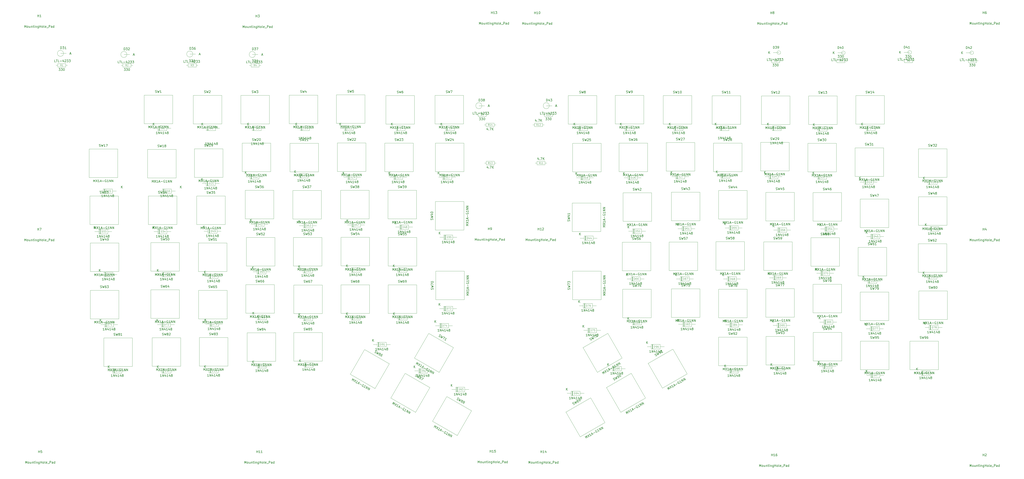
<source format=gbr>
%TF.GenerationSoftware,KiCad,Pcbnew,7.0.1-3b83917a11~172~ubuntu22.04.1*%
%TF.CreationDate,2023-03-31T12:58:08+02:00*%
%TF.ProjectId,Europe-ergo,4575726f-7065-42d6-9572-676f2e6b6963,rev?*%
%TF.SameCoordinates,Original*%
%TF.FileFunction,AssemblyDrawing,Top*%
%FSLAX46Y46*%
G04 Gerber Fmt 4.6, Leading zero omitted, Abs format (unit mm)*
G04 Created by KiCad (PCBNEW 7.0.1-3b83917a11~172~ubuntu22.04.1) date 2023-03-31 12:58:08*
%MOMM*%
%LPD*%
G01*
G04 APERTURE LIST*
%ADD10C,0.150000*%
%ADD11C,0.120000*%
%ADD12C,0.108000*%
%ADD13C,0.100000*%
G04 APERTURE END LIST*
D10*
%TO.C,D85*%
X428527142Y-174342619D02*
X427955714Y-174342619D01*
X428241428Y-174342619D02*
X428241428Y-173342619D01*
X428241428Y-173342619D02*
X428146190Y-173485476D01*
X428146190Y-173485476D02*
X428050952Y-173580714D01*
X428050952Y-173580714D02*
X427955714Y-173628333D01*
X428955714Y-174342619D02*
X428955714Y-173342619D01*
X428955714Y-173342619D02*
X429527142Y-174342619D01*
X429527142Y-174342619D02*
X429527142Y-173342619D01*
X430431904Y-173675952D02*
X430431904Y-174342619D01*
X430193809Y-173295000D02*
X429955714Y-174009285D01*
X429955714Y-174009285D02*
X430574761Y-174009285D01*
X431479523Y-174342619D02*
X430908095Y-174342619D01*
X431193809Y-174342619D02*
X431193809Y-173342619D01*
X431193809Y-173342619D02*
X431098571Y-173485476D01*
X431098571Y-173485476D02*
X431003333Y-173580714D01*
X431003333Y-173580714D02*
X430908095Y-173628333D01*
X432336666Y-173675952D02*
X432336666Y-174342619D01*
X432098571Y-173295000D02*
X431860476Y-174009285D01*
X431860476Y-174009285D02*
X432479523Y-174009285D01*
X433003333Y-173771190D02*
X432908095Y-173723571D01*
X432908095Y-173723571D02*
X432860476Y-173675952D01*
X432860476Y-173675952D02*
X432812857Y-173580714D01*
X432812857Y-173580714D02*
X432812857Y-173533095D01*
X432812857Y-173533095D02*
X432860476Y-173437857D01*
X432860476Y-173437857D02*
X432908095Y-173390238D01*
X432908095Y-173390238D02*
X433003333Y-173342619D01*
X433003333Y-173342619D02*
X433193809Y-173342619D01*
X433193809Y-173342619D02*
X433289047Y-173390238D01*
X433289047Y-173390238D02*
X433336666Y-173437857D01*
X433336666Y-173437857D02*
X433384285Y-173533095D01*
X433384285Y-173533095D02*
X433384285Y-173580714D01*
X433384285Y-173580714D02*
X433336666Y-173675952D01*
X433336666Y-173675952D02*
X433289047Y-173723571D01*
X433289047Y-173723571D02*
X433193809Y-173771190D01*
X433193809Y-173771190D02*
X433003333Y-173771190D01*
X433003333Y-173771190D02*
X432908095Y-173818809D01*
X432908095Y-173818809D02*
X432860476Y-173866428D01*
X432860476Y-173866428D02*
X432812857Y-173961666D01*
X432812857Y-173961666D02*
X432812857Y-174152142D01*
X432812857Y-174152142D02*
X432860476Y-174247380D01*
X432860476Y-174247380D02*
X432908095Y-174295000D01*
X432908095Y-174295000D02*
X433003333Y-174342619D01*
X433003333Y-174342619D02*
X433193809Y-174342619D01*
X433193809Y-174342619D02*
X433289047Y-174295000D01*
X433289047Y-174295000D02*
X433336666Y-174247380D01*
X433336666Y-174247380D02*
X433384285Y-174152142D01*
X433384285Y-174152142D02*
X433384285Y-173961666D01*
X433384285Y-173961666D02*
X433336666Y-173866428D01*
X433336666Y-173866428D02*
X433289047Y-173818809D01*
X433289047Y-173818809D02*
X433193809Y-173771190D01*
D11*
X429998571Y-172130095D02*
X429998571Y-171330095D01*
X429998571Y-171330095D02*
X430189047Y-171330095D01*
X430189047Y-171330095D02*
X430303333Y-171368190D01*
X430303333Y-171368190D02*
X430379523Y-171444380D01*
X430379523Y-171444380D02*
X430417618Y-171520571D01*
X430417618Y-171520571D02*
X430455714Y-171672952D01*
X430455714Y-171672952D02*
X430455714Y-171787238D01*
X430455714Y-171787238D02*
X430417618Y-171939619D01*
X430417618Y-171939619D02*
X430379523Y-172015809D01*
X430379523Y-172015809D02*
X430303333Y-172092000D01*
X430303333Y-172092000D02*
X430189047Y-172130095D01*
X430189047Y-172130095D02*
X429998571Y-172130095D01*
X430912856Y-171672952D02*
X430836666Y-171634857D01*
X430836666Y-171634857D02*
X430798571Y-171596761D01*
X430798571Y-171596761D02*
X430760475Y-171520571D01*
X430760475Y-171520571D02*
X430760475Y-171482476D01*
X430760475Y-171482476D02*
X430798571Y-171406285D01*
X430798571Y-171406285D02*
X430836666Y-171368190D01*
X430836666Y-171368190D02*
X430912856Y-171330095D01*
X430912856Y-171330095D02*
X431065237Y-171330095D01*
X431065237Y-171330095D02*
X431141428Y-171368190D01*
X431141428Y-171368190D02*
X431179523Y-171406285D01*
X431179523Y-171406285D02*
X431217618Y-171482476D01*
X431217618Y-171482476D02*
X431217618Y-171520571D01*
X431217618Y-171520571D02*
X431179523Y-171596761D01*
X431179523Y-171596761D02*
X431141428Y-171634857D01*
X431141428Y-171634857D02*
X431065237Y-171672952D01*
X431065237Y-171672952D02*
X430912856Y-171672952D01*
X430912856Y-171672952D02*
X430836666Y-171711047D01*
X430836666Y-171711047D02*
X430798571Y-171749142D01*
X430798571Y-171749142D02*
X430760475Y-171825333D01*
X430760475Y-171825333D02*
X430760475Y-171977714D01*
X430760475Y-171977714D02*
X430798571Y-172053904D01*
X430798571Y-172053904D02*
X430836666Y-172092000D01*
X430836666Y-172092000D02*
X430912856Y-172130095D01*
X430912856Y-172130095D02*
X431065237Y-172130095D01*
X431065237Y-172130095D02*
X431141428Y-172092000D01*
X431141428Y-172092000D02*
X431179523Y-172053904D01*
X431179523Y-172053904D02*
X431217618Y-171977714D01*
X431217618Y-171977714D02*
X431217618Y-171825333D01*
X431217618Y-171825333D02*
X431179523Y-171749142D01*
X431179523Y-171749142D02*
X431141428Y-171711047D01*
X431141428Y-171711047D02*
X431065237Y-171672952D01*
X431941428Y-171330095D02*
X431560476Y-171330095D01*
X431560476Y-171330095D02*
X431522380Y-171711047D01*
X431522380Y-171711047D02*
X431560476Y-171672952D01*
X431560476Y-171672952D02*
X431636666Y-171634857D01*
X431636666Y-171634857D02*
X431827142Y-171634857D01*
X431827142Y-171634857D02*
X431903333Y-171672952D01*
X431903333Y-171672952D02*
X431941428Y-171711047D01*
X431941428Y-171711047D02*
X431979523Y-171787238D01*
X431979523Y-171787238D02*
X431979523Y-171977714D01*
X431979523Y-171977714D02*
X431941428Y-172053904D01*
X431941428Y-172053904D02*
X431903333Y-172092000D01*
X431903333Y-172092000D02*
X431827142Y-172130095D01*
X431827142Y-172130095D02*
X431636666Y-172130095D01*
X431636666Y-172130095D02*
X431560476Y-172092000D01*
X431560476Y-172092000D02*
X431522380Y-172053904D01*
D10*
X426598095Y-170422619D02*
X426598095Y-169422619D01*
X427169523Y-170422619D02*
X426740952Y-169851190D01*
X427169523Y-169422619D02*
X426598095Y-169994047D01*
%TO.C,D90*%
X154857142Y-194582619D02*
X154285714Y-194582619D01*
X154571428Y-194582619D02*
X154571428Y-193582619D01*
X154571428Y-193582619D02*
X154476190Y-193725476D01*
X154476190Y-193725476D02*
X154380952Y-193820714D01*
X154380952Y-193820714D02*
X154285714Y-193868333D01*
X155285714Y-194582619D02*
X155285714Y-193582619D01*
X155285714Y-193582619D02*
X155857142Y-194582619D01*
X155857142Y-194582619D02*
X155857142Y-193582619D01*
X156761904Y-193915952D02*
X156761904Y-194582619D01*
X156523809Y-193535000D02*
X156285714Y-194249285D01*
X156285714Y-194249285D02*
X156904761Y-194249285D01*
X157809523Y-194582619D02*
X157238095Y-194582619D01*
X157523809Y-194582619D02*
X157523809Y-193582619D01*
X157523809Y-193582619D02*
X157428571Y-193725476D01*
X157428571Y-193725476D02*
X157333333Y-193820714D01*
X157333333Y-193820714D02*
X157238095Y-193868333D01*
X158666666Y-193915952D02*
X158666666Y-194582619D01*
X158428571Y-193535000D02*
X158190476Y-194249285D01*
X158190476Y-194249285D02*
X158809523Y-194249285D01*
X159333333Y-194011190D02*
X159238095Y-193963571D01*
X159238095Y-193963571D02*
X159190476Y-193915952D01*
X159190476Y-193915952D02*
X159142857Y-193820714D01*
X159142857Y-193820714D02*
X159142857Y-193773095D01*
X159142857Y-193773095D02*
X159190476Y-193677857D01*
X159190476Y-193677857D02*
X159238095Y-193630238D01*
X159238095Y-193630238D02*
X159333333Y-193582619D01*
X159333333Y-193582619D02*
X159523809Y-193582619D01*
X159523809Y-193582619D02*
X159619047Y-193630238D01*
X159619047Y-193630238D02*
X159666666Y-193677857D01*
X159666666Y-193677857D02*
X159714285Y-193773095D01*
X159714285Y-193773095D02*
X159714285Y-193820714D01*
X159714285Y-193820714D02*
X159666666Y-193915952D01*
X159666666Y-193915952D02*
X159619047Y-193963571D01*
X159619047Y-193963571D02*
X159523809Y-194011190D01*
X159523809Y-194011190D02*
X159333333Y-194011190D01*
X159333333Y-194011190D02*
X159238095Y-194058809D01*
X159238095Y-194058809D02*
X159190476Y-194106428D01*
X159190476Y-194106428D02*
X159142857Y-194201666D01*
X159142857Y-194201666D02*
X159142857Y-194392142D01*
X159142857Y-194392142D02*
X159190476Y-194487380D01*
X159190476Y-194487380D02*
X159238095Y-194535000D01*
X159238095Y-194535000D02*
X159333333Y-194582619D01*
X159333333Y-194582619D02*
X159523809Y-194582619D01*
X159523809Y-194582619D02*
X159619047Y-194535000D01*
X159619047Y-194535000D02*
X159666666Y-194487380D01*
X159666666Y-194487380D02*
X159714285Y-194392142D01*
X159714285Y-194392142D02*
X159714285Y-194201666D01*
X159714285Y-194201666D02*
X159666666Y-194106428D01*
X159666666Y-194106428D02*
X159619047Y-194058809D01*
X159619047Y-194058809D02*
X159523809Y-194011190D01*
X152928095Y-190662619D02*
X152928095Y-189662619D01*
X153499523Y-190662619D02*
X153070952Y-190091190D01*
X153499523Y-189662619D02*
X152928095Y-190234047D01*
D11*
X156328571Y-192370095D02*
X156328571Y-191570095D01*
X156328571Y-191570095D02*
X156519047Y-191570095D01*
X156519047Y-191570095D02*
X156633333Y-191608190D01*
X156633333Y-191608190D02*
X156709523Y-191684380D01*
X156709523Y-191684380D02*
X156747618Y-191760571D01*
X156747618Y-191760571D02*
X156785714Y-191912952D01*
X156785714Y-191912952D02*
X156785714Y-192027238D01*
X156785714Y-192027238D02*
X156747618Y-192179619D01*
X156747618Y-192179619D02*
X156709523Y-192255809D01*
X156709523Y-192255809D02*
X156633333Y-192332000D01*
X156633333Y-192332000D02*
X156519047Y-192370095D01*
X156519047Y-192370095D02*
X156328571Y-192370095D01*
X157166666Y-192370095D02*
X157319047Y-192370095D01*
X157319047Y-192370095D02*
X157395237Y-192332000D01*
X157395237Y-192332000D02*
X157433333Y-192293904D01*
X157433333Y-192293904D02*
X157509523Y-192179619D01*
X157509523Y-192179619D02*
X157547618Y-192027238D01*
X157547618Y-192027238D02*
X157547618Y-191722476D01*
X157547618Y-191722476D02*
X157509523Y-191646285D01*
X157509523Y-191646285D02*
X157471428Y-191608190D01*
X157471428Y-191608190D02*
X157395237Y-191570095D01*
X157395237Y-191570095D02*
X157242856Y-191570095D01*
X157242856Y-191570095D02*
X157166666Y-191608190D01*
X157166666Y-191608190D02*
X157128571Y-191646285D01*
X157128571Y-191646285D02*
X157090475Y-191722476D01*
X157090475Y-191722476D02*
X157090475Y-191912952D01*
X157090475Y-191912952D02*
X157128571Y-191989142D01*
X157128571Y-191989142D02*
X157166666Y-192027238D01*
X157166666Y-192027238D02*
X157242856Y-192065333D01*
X157242856Y-192065333D02*
X157395237Y-192065333D01*
X157395237Y-192065333D02*
X157471428Y-192027238D01*
X157471428Y-192027238D02*
X157509523Y-191989142D01*
X157509523Y-191989142D02*
X157547618Y-191912952D01*
X158042857Y-191570095D02*
X158119047Y-191570095D01*
X158119047Y-191570095D02*
X158195238Y-191608190D01*
X158195238Y-191608190D02*
X158233333Y-191646285D01*
X158233333Y-191646285D02*
X158271428Y-191722476D01*
X158271428Y-191722476D02*
X158309523Y-191874857D01*
X158309523Y-191874857D02*
X158309523Y-192065333D01*
X158309523Y-192065333D02*
X158271428Y-192217714D01*
X158271428Y-192217714D02*
X158233333Y-192293904D01*
X158233333Y-192293904D02*
X158195238Y-192332000D01*
X158195238Y-192332000D02*
X158119047Y-192370095D01*
X158119047Y-192370095D02*
X158042857Y-192370095D01*
X158042857Y-192370095D02*
X157966666Y-192332000D01*
X157966666Y-192332000D02*
X157928571Y-192293904D01*
X157928571Y-192293904D02*
X157890476Y-192217714D01*
X157890476Y-192217714D02*
X157852380Y-192065333D01*
X157852380Y-192065333D02*
X157852380Y-191874857D01*
X157852380Y-191874857D02*
X157890476Y-191722476D01*
X157890476Y-191722476D02*
X157928571Y-191646285D01*
X157928571Y-191646285D02*
X157966666Y-191608190D01*
X157966666Y-191608190D02*
X158042857Y-191570095D01*
D10*
%TO.C,D92*%
X269047142Y-194582619D02*
X268475714Y-194582619D01*
X268761428Y-194582619D02*
X268761428Y-193582619D01*
X268761428Y-193582619D02*
X268666190Y-193725476D01*
X268666190Y-193725476D02*
X268570952Y-193820714D01*
X268570952Y-193820714D02*
X268475714Y-193868333D01*
X269475714Y-194582619D02*
X269475714Y-193582619D01*
X269475714Y-193582619D02*
X270047142Y-194582619D01*
X270047142Y-194582619D02*
X270047142Y-193582619D01*
X270951904Y-193915952D02*
X270951904Y-194582619D01*
X270713809Y-193535000D02*
X270475714Y-194249285D01*
X270475714Y-194249285D02*
X271094761Y-194249285D01*
X271999523Y-194582619D02*
X271428095Y-194582619D01*
X271713809Y-194582619D02*
X271713809Y-193582619D01*
X271713809Y-193582619D02*
X271618571Y-193725476D01*
X271618571Y-193725476D02*
X271523333Y-193820714D01*
X271523333Y-193820714D02*
X271428095Y-193868333D01*
X272856666Y-193915952D02*
X272856666Y-194582619D01*
X272618571Y-193535000D02*
X272380476Y-194249285D01*
X272380476Y-194249285D02*
X272999523Y-194249285D01*
X273523333Y-194011190D02*
X273428095Y-193963571D01*
X273428095Y-193963571D02*
X273380476Y-193915952D01*
X273380476Y-193915952D02*
X273332857Y-193820714D01*
X273332857Y-193820714D02*
X273332857Y-193773095D01*
X273332857Y-193773095D02*
X273380476Y-193677857D01*
X273380476Y-193677857D02*
X273428095Y-193630238D01*
X273428095Y-193630238D02*
X273523333Y-193582619D01*
X273523333Y-193582619D02*
X273713809Y-193582619D01*
X273713809Y-193582619D02*
X273809047Y-193630238D01*
X273809047Y-193630238D02*
X273856666Y-193677857D01*
X273856666Y-193677857D02*
X273904285Y-193773095D01*
X273904285Y-193773095D02*
X273904285Y-193820714D01*
X273904285Y-193820714D02*
X273856666Y-193915952D01*
X273856666Y-193915952D02*
X273809047Y-193963571D01*
X273809047Y-193963571D02*
X273713809Y-194011190D01*
X273713809Y-194011190D02*
X273523333Y-194011190D01*
X273523333Y-194011190D02*
X273428095Y-194058809D01*
X273428095Y-194058809D02*
X273380476Y-194106428D01*
X273380476Y-194106428D02*
X273332857Y-194201666D01*
X273332857Y-194201666D02*
X273332857Y-194392142D01*
X273332857Y-194392142D02*
X273380476Y-194487380D01*
X273380476Y-194487380D02*
X273428095Y-194535000D01*
X273428095Y-194535000D02*
X273523333Y-194582619D01*
X273523333Y-194582619D02*
X273713809Y-194582619D01*
X273713809Y-194582619D02*
X273809047Y-194535000D01*
X273809047Y-194535000D02*
X273856666Y-194487380D01*
X273856666Y-194487380D02*
X273904285Y-194392142D01*
X273904285Y-194392142D02*
X273904285Y-194201666D01*
X273904285Y-194201666D02*
X273856666Y-194106428D01*
X273856666Y-194106428D02*
X273809047Y-194058809D01*
X273809047Y-194058809D02*
X273713809Y-194011190D01*
X267118095Y-190662619D02*
X267118095Y-189662619D01*
X267689523Y-190662619D02*
X267260952Y-190091190D01*
X267689523Y-189662619D02*
X267118095Y-190234047D01*
D11*
X270518571Y-192370095D02*
X270518571Y-191570095D01*
X270518571Y-191570095D02*
X270709047Y-191570095D01*
X270709047Y-191570095D02*
X270823333Y-191608190D01*
X270823333Y-191608190D02*
X270899523Y-191684380D01*
X270899523Y-191684380D02*
X270937618Y-191760571D01*
X270937618Y-191760571D02*
X270975714Y-191912952D01*
X270975714Y-191912952D02*
X270975714Y-192027238D01*
X270975714Y-192027238D02*
X270937618Y-192179619D01*
X270937618Y-192179619D02*
X270899523Y-192255809D01*
X270899523Y-192255809D02*
X270823333Y-192332000D01*
X270823333Y-192332000D02*
X270709047Y-192370095D01*
X270709047Y-192370095D02*
X270518571Y-192370095D01*
X271356666Y-192370095D02*
X271509047Y-192370095D01*
X271509047Y-192370095D02*
X271585237Y-192332000D01*
X271585237Y-192332000D02*
X271623333Y-192293904D01*
X271623333Y-192293904D02*
X271699523Y-192179619D01*
X271699523Y-192179619D02*
X271737618Y-192027238D01*
X271737618Y-192027238D02*
X271737618Y-191722476D01*
X271737618Y-191722476D02*
X271699523Y-191646285D01*
X271699523Y-191646285D02*
X271661428Y-191608190D01*
X271661428Y-191608190D02*
X271585237Y-191570095D01*
X271585237Y-191570095D02*
X271432856Y-191570095D01*
X271432856Y-191570095D02*
X271356666Y-191608190D01*
X271356666Y-191608190D02*
X271318571Y-191646285D01*
X271318571Y-191646285D02*
X271280475Y-191722476D01*
X271280475Y-191722476D02*
X271280475Y-191912952D01*
X271280475Y-191912952D02*
X271318571Y-191989142D01*
X271318571Y-191989142D02*
X271356666Y-192027238D01*
X271356666Y-192027238D02*
X271432856Y-192065333D01*
X271432856Y-192065333D02*
X271585237Y-192065333D01*
X271585237Y-192065333D02*
X271661428Y-192027238D01*
X271661428Y-192027238D02*
X271699523Y-191989142D01*
X271699523Y-191989142D02*
X271737618Y-191912952D01*
X272042380Y-191646285D02*
X272080476Y-191608190D01*
X272080476Y-191608190D02*
X272156666Y-191570095D01*
X272156666Y-191570095D02*
X272347142Y-191570095D01*
X272347142Y-191570095D02*
X272423333Y-191608190D01*
X272423333Y-191608190D02*
X272461428Y-191646285D01*
X272461428Y-191646285D02*
X272499523Y-191722476D01*
X272499523Y-191722476D02*
X272499523Y-191798666D01*
X272499523Y-191798666D02*
X272461428Y-191912952D01*
X272461428Y-191912952D02*
X272004285Y-192370095D01*
X272004285Y-192370095D02*
X272499523Y-192370095D01*
D10*
%TO.C,H13*%
X296178571Y-37812619D02*
X296178571Y-36812619D01*
X296178571Y-36812619D02*
X296511904Y-37526904D01*
X296511904Y-37526904D02*
X296845237Y-36812619D01*
X296845237Y-36812619D02*
X296845237Y-37812619D01*
X297464285Y-37812619D02*
X297369047Y-37765000D01*
X297369047Y-37765000D02*
X297321428Y-37717380D01*
X297321428Y-37717380D02*
X297273809Y-37622142D01*
X297273809Y-37622142D02*
X297273809Y-37336428D01*
X297273809Y-37336428D02*
X297321428Y-37241190D01*
X297321428Y-37241190D02*
X297369047Y-37193571D01*
X297369047Y-37193571D02*
X297464285Y-37145952D01*
X297464285Y-37145952D02*
X297607142Y-37145952D01*
X297607142Y-37145952D02*
X297702380Y-37193571D01*
X297702380Y-37193571D02*
X297749999Y-37241190D01*
X297749999Y-37241190D02*
X297797618Y-37336428D01*
X297797618Y-37336428D02*
X297797618Y-37622142D01*
X297797618Y-37622142D02*
X297749999Y-37717380D01*
X297749999Y-37717380D02*
X297702380Y-37765000D01*
X297702380Y-37765000D02*
X297607142Y-37812619D01*
X297607142Y-37812619D02*
X297464285Y-37812619D01*
X298654761Y-37145952D02*
X298654761Y-37812619D01*
X298226190Y-37145952D02*
X298226190Y-37669761D01*
X298226190Y-37669761D02*
X298273809Y-37765000D01*
X298273809Y-37765000D02*
X298369047Y-37812619D01*
X298369047Y-37812619D02*
X298511904Y-37812619D01*
X298511904Y-37812619D02*
X298607142Y-37765000D01*
X298607142Y-37765000D02*
X298654761Y-37717380D01*
X299130952Y-37145952D02*
X299130952Y-37812619D01*
X299130952Y-37241190D02*
X299178571Y-37193571D01*
X299178571Y-37193571D02*
X299273809Y-37145952D01*
X299273809Y-37145952D02*
X299416666Y-37145952D01*
X299416666Y-37145952D02*
X299511904Y-37193571D01*
X299511904Y-37193571D02*
X299559523Y-37288809D01*
X299559523Y-37288809D02*
X299559523Y-37812619D01*
X299892857Y-37145952D02*
X300273809Y-37145952D01*
X300035714Y-36812619D02*
X300035714Y-37669761D01*
X300035714Y-37669761D02*
X300083333Y-37765000D01*
X300083333Y-37765000D02*
X300178571Y-37812619D01*
X300178571Y-37812619D02*
X300273809Y-37812619D01*
X300607143Y-37812619D02*
X300607143Y-37145952D01*
X300607143Y-36812619D02*
X300559524Y-36860238D01*
X300559524Y-36860238D02*
X300607143Y-36907857D01*
X300607143Y-36907857D02*
X300654762Y-36860238D01*
X300654762Y-36860238D02*
X300607143Y-36812619D01*
X300607143Y-36812619D02*
X300607143Y-36907857D01*
X301083333Y-37145952D02*
X301083333Y-37812619D01*
X301083333Y-37241190D02*
X301130952Y-37193571D01*
X301130952Y-37193571D02*
X301226190Y-37145952D01*
X301226190Y-37145952D02*
X301369047Y-37145952D01*
X301369047Y-37145952D02*
X301464285Y-37193571D01*
X301464285Y-37193571D02*
X301511904Y-37288809D01*
X301511904Y-37288809D02*
X301511904Y-37812619D01*
X302416666Y-37145952D02*
X302416666Y-37955476D01*
X302416666Y-37955476D02*
X302369047Y-38050714D01*
X302369047Y-38050714D02*
X302321428Y-38098333D01*
X302321428Y-38098333D02*
X302226190Y-38145952D01*
X302226190Y-38145952D02*
X302083333Y-38145952D01*
X302083333Y-38145952D02*
X301988095Y-38098333D01*
X302416666Y-37765000D02*
X302321428Y-37812619D01*
X302321428Y-37812619D02*
X302130952Y-37812619D01*
X302130952Y-37812619D02*
X302035714Y-37765000D01*
X302035714Y-37765000D02*
X301988095Y-37717380D01*
X301988095Y-37717380D02*
X301940476Y-37622142D01*
X301940476Y-37622142D02*
X301940476Y-37336428D01*
X301940476Y-37336428D02*
X301988095Y-37241190D01*
X301988095Y-37241190D02*
X302035714Y-37193571D01*
X302035714Y-37193571D02*
X302130952Y-37145952D01*
X302130952Y-37145952D02*
X302321428Y-37145952D01*
X302321428Y-37145952D02*
X302416666Y-37193571D01*
X302892857Y-37812619D02*
X302892857Y-36812619D01*
X302892857Y-37288809D02*
X303464285Y-37288809D01*
X303464285Y-37812619D02*
X303464285Y-36812619D01*
X304083333Y-37812619D02*
X303988095Y-37765000D01*
X303988095Y-37765000D02*
X303940476Y-37717380D01*
X303940476Y-37717380D02*
X303892857Y-37622142D01*
X303892857Y-37622142D02*
X303892857Y-37336428D01*
X303892857Y-37336428D02*
X303940476Y-37241190D01*
X303940476Y-37241190D02*
X303988095Y-37193571D01*
X303988095Y-37193571D02*
X304083333Y-37145952D01*
X304083333Y-37145952D02*
X304226190Y-37145952D01*
X304226190Y-37145952D02*
X304321428Y-37193571D01*
X304321428Y-37193571D02*
X304369047Y-37241190D01*
X304369047Y-37241190D02*
X304416666Y-37336428D01*
X304416666Y-37336428D02*
X304416666Y-37622142D01*
X304416666Y-37622142D02*
X304369047Y-37717380D01*
X304369047Y-37717380D02*
X304321428Y-37765000D01*
X304321428Y-37765000D02*
X304226190Y-37812619D01*
X304226190Y-37812619D02*
X304083333Y-37812619D01*
X304988095Y-37812619D02*
X304892857Y-37765000D01*
X304892857Y-37765000D02*
X304845238Y-37669761D01*
X304845238Y-37669761D02*
X304845238Y-36812619D01*
X305750000Y-37765000D02*
X305654762Y-37812619D01*
X305654762Y-37812619D02*
X305464286Y-37812619D01*
X305464286Y-37812619D02*
X305369048Y-37765000D01*
X305369048Y-37765000D02*
X305321429Y-37669761D01*
X305321429Y-37669761D02*
X305321429Y-37288809D01*
X305321429Y-37288809D02*
X305369048Y-37193571D01*
X305369048Y-37193571D02*
X305464286Y-37145952D01*
X305464286Y-37145952D02*
X305654762Y-37145952D01*
X305654762Y-37145952D02*
X305750000Y-37193571D01*
X305750000Y-37193571D02*
X305797619Y-37288809D01*
X305797619Y-37288809D02*
X305797619Y-37384047D01*
X305797619Y-37384047D02*
X305321429Y-37479285D01*
X305988096Y-37907857D02*
X306750000Y-37907857D01*
X306988096Y-37812619D02*
X306988096Y-36812619D01*
X306988096Y-36812619D02*
X307369048Y-36812619D01*
X307369048Y-36812619D02*
X307464286Y-36860238D01*
X307464286Y-36860238D02*
X307511905Y-36907857D01*
X307511905Y-36907857D02*
X307559524Y-37003095D01*
X307559524Y-37003095D02*
X307559524Y-37145952D01*
X307559524Y-37145952D02*
X307511905Y-37241190D01*
X307511905Y-37241190D02*
X307464286Y-37288809D01*
X307464286Y-37288809D02*
X307369048Y-37336428D01*
X307369048Y-37336428D02*
X306988096Y-37336428D01*
X308416667Y-37812619D02*
X308416667Y-37288809D01*
X308416667Y-37288809D02*
X308369048Y-37193571D01*
X308369048Y-37193571D02*
X308273810Y-37145952D01*
X308273810Y-37145952D02*
X308083334Y-37145952D01*
X308083334Y-37145952D02*
X307988096Y-37193571D01*
X308416667Y-37765000D02*
X308321429Y-37812619D01*
X308321429Y-37812619D02*
X308083334Y-37812619D01*
X308083334Y-37812619D02*
X307988096Y-37765000D01*
X307988096Y-37765000D02*
X307940477Y-37669761D01*
X307940477Y-37669761D02*
X307940477Y-37574523D01*
X307940477Y-37574523D02*
X307988096Y-37479285D01*
X307988096Y-37479285D02*
X308083334Y-37431666D01*
X308083334Y-37431666D02*
X308321429Y-37431666D01*
X308321429Y-37431666D02*
X308416667Y-37384047D01*
X309321429Y-37812619D02*
X309321429Y-36812619D01*
X309321429Y-37765000D02*
X309226191Y-37812619D01*
X309226191Y-37812619D02*
X309035715Y-37812619D01*
X309035715Y-37812619D02*
X308940477Y-37765000D01*
X308940477Y-37765000D02*
X308892858Y-37717380D01*
X308892858Y-37717380D02*
X308845239Y-37622142D01*
X308845239Y-37622142D02*
X308845239Y-37336428D01*
X308845239Y-37336428D02*
X308892858Y-37241190D01*
X308892858Y-37241190D02*
X308940477Y-37193571D01*
X308940477Y-37193571D02*
X309035715Y-37145952D01*
X309035715Y-37145952D02*
X309226191Y-37145952D01*
X309226191Y-37145952D02*
X309321429Y-37193571D01*
X301511905Y-33062619D02*
X301511905Y-32062619D01*
X301511905Y-32538809D02*
X302083333Y-32538809D01*
X302083333Y-33062619D02*
X302083333Y-32062619D01*
X303083333Y-33062619D02*
X302511905Y-33062619D01*
X302797619Y-33062619D02*
X302797619Y-32062619D01*
X302797619Y-32062619D02*
X302702381Y-32205476D01*
X302702381Y-32205476D02*
X302607143Y-32300714D01*
X302607143Y-32300714D02*
X302511905Y-32348333D01*
X303416667Y-32062619D02*
X304035714Y-32062619D01*
X304035714Y-32062619D02*
X303702381Y-32443571D01*
X303702381Y-32443571D02*
X303845238Y-32443571D01*
X303845238Y-32443571D02*
X303940476Y-32491190D01*
X303940476Y-32491190D02*
X303988095Y-32538809D01*
X303988095Y-32538809D02*
X304035714Y-32634047D01*
X304035714Y-32634047D02*
X304035714Y-32872142D01*
X304035714Y-32872142D02*
X303988095Y-32967380D01*
X303988095Y-32967380D02*
X303940476Y-33015000D01*
X303940476Y-33015000D02*
X303845238Y-33062619D01*
X303845238Y-33062619D02*
X303559524Y-33062619D01*
X303559524Y-33062619D02*
X303464286Y-33015000D01*
X303464286Y-33015000D02*
X303416667Y-32967380D01*
%TO.C,D3*%
X195347142Y-91382619D02*
X194775714Y-91382619D01*
X195061428Y-91382619D02*
X195061428Y-90382619D01*
X195061428Y-90382619D02*
X194966190Y-90525476D01*
X194966190Y-90525476D02*
X194870952Y-90620714D01*
X194870952Y-90620714D02*
X194775714Y-90668333D01*
X195775714Y-91382619D02*
X195775714Y-90382619D01*
X195775714Y-90382619D02*
X196347142Y-91382619D01*
X196347142Y-91382619D02*
X196347142Y-90382619D01*
X197251904Y-90715952D02*
X197251904Y-91382619D01*
X197013809Y-90335000D02*
X196775714Y-91049285D01*
X196775714Y-91049285D02*
X197394761Y-91049285D01*
X198299523Y-91382619D02*
X197728095Y-91382619D01*
X198013809Y-91382619D02*
X198013809Y-90382619D01*
X198013809Y-90382619D02*
X197918571Y-90525476D01*
X197918571Y-90525476D02*
X197823333Y-90620714D01*
X197823333Y-90620714D02*
X197728095Y-90668333D01*
X199156666Y-90715952D02*
X199156666Y-91382619D01*
X198918571Y-90335000D02*
X198680476Y-91049285D01*
X198680476Y-91049285D02*
X199299523Y-91049285D01*
X199823333Y-90811190D02*
X199728095Y-90763571D01*
X199728095Y-90763571D02*
X199680476Y-90715952D01*
X199680476Y-90715952D02*
X199632857Y-90620714D01*
X199632857Y-90620714D02*
X199632857Y-90573095D01*
X199632857Y-90573095D02*
X199680476Y-90477857D01*
X199680476Y-90477857D02*
X199728095Y-90430238D01*
X199728095Y-90430238D02*
X199823333Y-90382619D01*
X199823333Y-90382619D02*
X200013809Y-90382619D01*
X200013809Y-90382619D02*
X200109047Y-90430238D01*
X200109047Y-90430238D02*
X200156666Y-90477857D01*
X200156666Y-90477857D02*
X200204285Y-90573095D01*
X200204285Y-90573095D02*
X200204285Y-90620714D01*
X200204285Y-90620714D02*
X200156666Y-90715952D01*
X200156666Y-90715952D02*
X200109047Y-90763571D01*
X200109047Y-90763571D02*
X200013809Y-90811190D01*
X200013809Y-90811190D02*
X199823333Y-90811190D01*
X199823333Y-90811190D02*
X199728095Y-90858809D01*
X199728095Y-90858809D02*
X199680476Y-90906428D01*
X199680476Y-90906428D02*
X199632857Y-91001666D01*
X199632857Y-91001666D02*
X199632857Y-91192142D01*
X199632857Y-91192142D02*
X199680476Y-91287380D01*
X199680476Y-91287380D02*
X199728095Y-91335000D01*
X199728095Y-91335000D02*
X199823333Y-91382619D01*
X199823333Y-91382619D02*
X200013809Y-91382619D01*
X200013809Y-91382619D02*
X200109047Y-91335000D01*
X200109047Y-91335000D02*
X200156666Y-91287380D01*
X200156666Y-91287380D02*
X200204285Y-91192142D01*
X200204285Y-91192142D02*
X200204285Y-91001666D01*
X200204285Y-91001666D02*
X200156666Y-90906428D01*
X200156666Y-90906428D02*
X200109047Y-90858809D01*
X200109047Y-90858809D02*
X200013809Y-90811190D01*
D11*
X196919524Y-84370095D02*
X196919524Y-83570095D01*
X196919524Y-83570095D02*
X197110000Y-83570095D01*
X197110000Y-83570095D02*
X197224286Y-83608190D01*
X197224286Y-83608190D02*
X197300476Y-83684380D01*
X197300476Y-83684380D02*
X197338571Y-83760571D01*
X197338571Y-83760571D02*
X197376667Y-83912952D01*
X197376667Y-83912952D02*
X197376667Y-84027238D01*
X197376667Y-84027238D02*
X197338571Y-84179619D01*
X197338571Y-84179619D02*
X197300476Y-84255809D01*
X197300476Y-84255809D02*
X197224286Y-84332000D01*
X197224286Y-84332000D02*
X197110000Y-84370095D01*
X197110000Y-84370095D02*
X196919524Y-84370095D01*
X197643333Y-83570095D02*
X198138571Y-83570095D01*
X198138571Y-83570095D02*
X197871905Y-83874857D01*
X197871905Y-83874857D02*
X197986190Y-83874857D01*
X197986190Y-83874857D02*
X198062381Y-83912952D01*
X198062381Y-83912952D02*
X198100476Y-83951047D01*
X198100476Y-83951047D02*
X198138571Y-84027238D01*
X198138571Y-84027238D02*
X198138571Y-84217714D01*
X198138571Y-84217714D02*
X198100476Y-84293904D01*
X198100476Y-84293904D02*
X198062381Y-84332000D01*
X198062381Y-84332000D02*
X197986190Y-84370095D01*
X197986190Y-84370095D02*
X197757619Y-84370095D01*
X197757619Y-84370095D02*
X197681428Y-84332000D01*
X197681428Y-84332000D02*
X197643333Y-84293904D01*
D10*
X193138095Y-82662619D02*
X193138095Y-81662619D01*
X193709523Y-82662619D02*
X193280952Y-82091190D01*
X193709523Y-81662619D02*
X193138095Y-82234047D01*
%TO.C,D22*%
X194027142Y-108182619D02*
X193455714Y-108182619D01*
X193741428Y-108182619D02*
X193741428Y-107182619D01*
X193741428Y-107182619D02*
X193646190Y-107325476D01*
X193646190Y-107325476D02*
X193550952Y-107420714D01*
X193550952Y-107420714D02*
X193455714Y-107468333D01*
X194455714Y-108182619D02*
X194455714Y-107182619D01*
X194455714Y-107182619D02*
X195027142Y-108182619D01*
X195027142Y-108182619D02*
X195027142Y-107182619D01*
X195931904Y-107515952D02*
X195931904Y-108182619D01*
X195693809Y-107135000D02*
X195455714Y-107849285D01*
X195455714Y-107849285D02*
X196074761Y-107849285D01*
X196979523Y-108182619D02*
X196408095Y-108182619D01*
X196693809Y-108182619D02*
X196693809Y-107182619D01*
X196693809Y-107182619D02*
X196598571Y-107325476D01*
X196598571Y-107325476D02*
X196503333Y-107420714D01*
X196503333Y-107420714D02*
X196408095Y-107468333D01*
X197836666Y-107515952D02*
X197836666Y-108182619D01*
X197598571Y-107135000D02*
X197360476Y-107849285D01*
X197360476Y-107849285D02*
X197979523Y-107849285D01*
X198503333Y-107611190D02*
X198408095Y-107563571D01*
X198408095Y-107563571D02*
X198360476Y-107515952D01*
X198360476Y-107515952D02*
X198312857Y-107420714D01*
X198312857Y-107420714D02*
X198312857Y-107373095D01*
X198312857Y-107373095D02*
X198360476Y-107277857D01*
X198360476Y-107277857D02*
X198408095Y-107230238D01*
X198408095Y-107230238D02*
X198503333Y-107182619D01*
X198503333Y-107182619D02*
X198693809Y-107182619D01*
X198693809Y-107182619D02*
X198789047Y-107230238D01*
X198789047Y-107230238D02*
X198836666Y-107277857D01*
X198836666Y-107277857D02*
X198884285Y-107373095D01*
X198884285Y-107373095D02*
X198884285Y-107420714D01*
X198884285Y-107420714D02*
X198836666Y-107515952D01*
X198836666Y-107515952D02*
X198789047Y-107563571D01*
X198789047Y-107563571D02*
X198693809Y-107611190D01*
X198693809Y-107611190D02*
X198503333Y-107611190D01*
X198503333Y-107611190D02*
X198408095Y-107658809D01*
X198408095Y-107658809D02*
X198360476Y-107706428D01*
X198360476Y-107706428D02*
X198312857Y-107801666D01*
X198312857Y-107801666D02*
X198312857Y-107992142D01*
X198312857Y-107992142D02*
X198360476Y-108087380D01*
X198360476Y-108087380D02*
X198408095Y-108135000D01*
X198408095Y-108135000D02*
X198503333Y-108182619D01*
X198503333Y-108182619D02*
X198693809Y-108182619D01*
X198693809Y-108182619D02*
X198789047Y-108135000D01*
X198789047Y-108135000D02*
X198836666Y-108087380D01*
X198836666Y-108087380D02*
X198884285Y-107992142D01*
X198884285Y-107992142D02*
X198884285Y-107801666D01*
X198884285Y-107801666D02*
X198836666Y-107706428D01*
X198836666Y-107706428D02*
X198789047Y-107658809D01*
X198789047Y-107658809D02*
X198693809Y-107611190D01*
D11*
X195498571Y-105970095D02*
X195498571Y-105170095D01*
X195498571Y-105170095D02*
X195689047Y-105170095D01*
X195689047Y-105170095D02*
X195803333Y-105208190D01*
X195803333Y-105208190D02*
X195879523Y-105284380D01*
X195879523Y-105284380D02*
X195917618Y-105360571D01*
X195917618Y-105360571D02*
X195955714Y-105512952D01*
X195955714Y-105512952D02*
X195955714Y-105627238D01*
X195955714Y-105627238D02*
X195917618Y-105779619D01*
X195917618Y-105779619D02*
X195879523Y-105855809D01*
X195879523Y-105855809D02*
X195803333Y-105932000D01*
X195803333Y-105932000D02*
X195689047Y-105970095D01*
X195689047Y-105970095D02*
X195498571Y-105970095D01*
X196260475Y-105246285D02*
X196298571Y-105208190D01*
X196298571Y-105208190D02*
X196374761Y-105170095D01*
X196374761Y-105170095D02*
X196565237Y-105170095D01*
X196565237Y-105170095D02*
X196641428Y-105208190D01*
X196641428Y-105208190D02*
X196679523Y-105246285D01*
X196679523Y-105246285D02*
X196717618Y-105322476D01*
X196717618Y-105322476D02*
X196717618Y-105398666D01*
X196717618Y-105398666D02*
X196679523Y-105512952D01*
X196679523Y-105512952D02*
X196222380Y-105970095D01*
X196222380Y-105970095D02*
X196717618Y-105970095D01*
X197022380Y-105246285D02*
X197060476Y-105208190D01*
X197060476Y-105208190D02*
X197136666Y-105170095D01*
X197136666Y-105170095D02*
X197327142Y-105170095D01*
X197327142Y-105170095D02*
X197403333Y-105208190D01*
X197403333Y-105208190D02*
X197441428Y-105246285D01*
X197441428Y-105246285D02*
X197479523Y-105322476D01*
X197479523Y-105322476D02*
X197479523Y-105398666D01*
X197479523Y-105398666D02*
X197441428Y-105512952D01*
X197441428Y-105512952D02*
X196984285Y-105970095D01*
X196984285Y-105970095D02*
X197479523Y-105970095D01*
D10*
X192098095Y-104262619D02*
X192098095Y-103262619D01*
X192669523Y-104262619D02*
X192240952Y-103691190D01*
X192669523Y-103262619D02*
X192098095Y-103834047D01*
%TO.C,SW41*%
X352236619Y-127977142D02*
X351236619Y-127977142D01*
X351236619Y-127977142D02*
X351950904Y-127643809D01*
X351950904Y-127643809D02*
X351236619Y-127310476D01*
X351236619Y-127310476D02*
X352236619Y-127310476D01*
X351236619Y-126929523D02*
X352236619Y-126262857D01*
X351236619Y-126262857D02*
X352236619Y-126929523D01*
X352236619Y-125358095D02*
X352236619Y-125929523D01*
X352236619Y-125643809D02*
X351236619Y-125643809D01*
X351236619Y-125643809D02*
X351379476Y-125739047D01*
X351379476Y-125739047D02*
X351474714Y-125834285D01*
X351474714Y-125834285D02*
X351522333Y-125929523D01*
X351950904Y-124977142D02*
X351950904Y-124500952D01*
X352236619Y-125072380D02*
X351236619Y-124739047D01*
X351236619Y-124739047D02*
X352236619Y-124405714D01*
X351855666Y-124072380D02*
X351855666Y-123310476D01*
X351284238Y-122310476D02*
X351236619Y-122405714D01*
X351236619Y-122405714D02*
X351236619Y-122548571D01*
X351236619Y-122548571D02*
X351284238Y-122691428D01*
X351284238Y-122691428D02*
X351379476Y-122786666D01*
X351379476Y-122786666D02*
X351474714Y-122834285D01*
X351474714Y-122834285D02*
X351665190Y-122881904D01*
X351665190Y-122881904D02*
X351808047Y-122881904D01*
X351808047Y-122881904D02*
X351998523Y-122834285D01*
X351998523Y-122834285D02*
X352093761Y-122786666D01*
X352093761Y-122786666D02*
X352189000Y-122691428D01*
X352189000Y-122691428D02*
X352236619Y-122548571D01*
X352236619Y-122548571D02*
X352236619Y-122453333D01*
X352236619Y-122453333D02*
X352189000Y-122310476D01*
X352189000Y-122310476D02*
X352141380Y-122262857D01*
X352141380Y-122262857D02*
X351808047Y-122262857D01*
X351808047Y-122262857D02*
X351808047Y-122453333D01*
X352236619Y-121310476D02*
X352236619Y-121881904D01*
X352236619Y-121596190D02*
X351236619Y-121596190D01*
X351236619Y-121596190D02*
X351379476Y-121691428D01*
X351379476Y-121691428D02*
X351474714Y-121786666D01*
X351474714Y-121786666D02*
X351522333Y-121881904D01*
X352236619Y-120881904D02*
X351236619Y-120881904D01*
X351236619Y-120881904D02*
X352236619Y-120310476D01*
X352236619Y-120310476D02*
X351236619Y-120310476D01*
X352236619Y-119834285D02*
X351236619Y-119834285D01*
X351236619Y-119834285D02*
X352236619Y-119262857D01*
X352236619Y-119262857D02*
X351236619Y-119262857D01*
X336441000Y-125429523D02*
X336488619Y-125286666D01*
X336488619Y-125286666D02*
X336488619Y-125048571D01*
X336488619Y-125048571D02*
X336441000Y-124953333D01*
X336441000Y-124953333D02*
X336393380Y-124905714D01*
X336393380Y-124905714D02*
X336298142Y-124858095D01*
X336298142Y-124858095D02*
X336202904Y-124858095D01*
X336202904Y-124858095D02*
X336107666Y-124905714D01*
X336107666Y-124905714D02*
X336060047Y-124953333D01*
X336060047Y-124953333D02*
X336012428Y-125048571D01*
X336012428Y-125048571D02*
X335964809Y-125239047D01*
X335964809Y-125239047D02*
X335917190Y-125334285D01*
X335917190Y-125334285D02*
X335869571Y-125381904D01*
X335869571Y-125381904D02*
X335774333Y-125429523D01*
X335774333Y-125429523D02*
X335679095Y-125429523D01*
X335679095Y-125429523D02*
X335583857Y-125381904D01*
X335583857Y-125381904D02*
X335536238Y-125334285D01*
X335536238Y-125334285D02*
X335488619Y-125239047D01*
X335488619Y-125239047D02*
X335488619Y-125000952D01*
X335488619Y-125000952D02*
X335536238Y-124858095D01*
X335488619Y-124524761D02*
X336488619Y-124286666D01*
X336488619Y-124286666D02*
X335774333Y-124096190D01*
X335774333Y-124096190D02*
X336488619Y-123905714D01*
X336488619Y-123905714D02*
X335488619Y-123667619D01*
X335821952Y-122858095D02*
X336488619Y-122858095D01*
X335441000Y-123096190D02*
X336155285Y-123334285D01*
X336155285Y-123334285D02*
X336155285Y-122715238D01*
X336488619Y-121810476D02*
X336488619Y-122381904D01*
X336488619Y-122096190D02*
X335488619Y-122096190D01*
X335488619Y-122096190D02*
X335631476Y-122191428D01*
X335631476Y-122191428D02*
X335726714Y-122286666D01*
X335726714Y-122286666D02*
X335774333Y-122381904D01*
%TO.C,SW64*%
X152062857Y-170616619D02*
X152062857Y-169616619D01*
X152062857Y-169616619D02*
X152396190Y-170330904D01*
X152396190Y-170330904D02*
X152729523Y-169616619D01*
X152729523Y-169616619D02*
X152729523Y-170616619D01*
X153110476Y-169616619D02*
X153777142Y-170616619D01*
X153777142Y-169616619D02*
X153110476Y-170616619D01*
X154681904Y-170616619D02*
X154110476Y-170616619D01*
X154396190Y-170616619D02*
X154396190Y-169616619D01*
X154396190Y-169616619D02*
X154300952Y-169759476D01*
X154300952Y-169759476D02*
X154205714Y-169854714D01*
X154205714Y-169854714D02*
X154110476Y-169902333D01*
X155062857Y-170330904D02*
X155539047Y-170330904D01*
X154967619Y-170616619D02*
X155300952Y-169616619D01*
X155300952Y-169616619D02*
X155634285Y-170616619D01*
X155967619Y-170235666D02*
X156729524Y-170235666D01*
X157729523Y-169664238D02*
X157634285Y-169616619D01*
X157634285Y-169616619D02*
X157491428Y-169616619D01*
X157491428Y-169616619D02*
X157348571Y-169664238D01*
X157348571Y-169664238D02*
X157253333Y-169759476D01*
X157253333Y-169759476D02*
X157205714Y-169854714D01*
X157205714Y-169854714D02*
X157158095Y-170045190D01*
X157158095Y-170045190D02*
X157158095Y-170188047D01*
X157158095Y-170188047D02*
X157205714Y-170378523D01*
X157205714Y-170378523D02*
X157253333Y-170473761D01*
X157253333Y-170473761D02*
X157348571Y-170569000D01*
X157348571Y-170569000D02*
X157491428Y-170616619D01*
X157491428Y-170616619D02*
X157586666Y-170616619D01*
X157586666Y-170616619D02*
X157729523Y-170569000D01*
X157729523Y-170569000D02*
X157777142Y-170521380D01*
X157777142Y-170521380D02*
X157777142Y-170188047D01*
X157777142Y-170188047D02*
X157586666Y-170188047D01*
X158729523Y-170616619D02*
X158158095Y-170616619D01*
X158443809Y-170616619D02*
X158443809Y-169616619D01*
X158443809Y-169616619D02*
X158348571Y-169759476D01*
X158348571Y-169759476D02*
X158253333Y-169854714D01*
X158253333Y-169854714D02*
X158158095Y-169902333D01*
X159158095Y-170616619D02*
X159158095Y-169616619D01*
X159158095Y-169616619D02*
X159729523Y-170616619D01*
X159729523Y-170616619D02*
X159729523Y-169616619D01*
X160205714Y-170616619D02*
X160205714Y-169616619D01*
X160205714Y-169616619D02*
X160777142Y-170616619D01*
X160777142Y-170616619D02*
X160777142Y-169616619D01*
X154610476Y-154821000D02*
X154753333Y-154868619D01*
X154753333Y-154868619D02*
X154991428Y-154868619D01*
X154991428Y-154868619D02*
X155086666Y-154821000D01*
X155086666Y-154821000D02*
X155134285Y-154773380D01*
X155134285Y-154773380D02*
X155181904Y-154678142D01*
X155181904Y-154678142D02*
X155181904Y-154582904D01*
X155181904Y-154582904D02*
X155134285Y-154487666D01*
X155134285Y-154487666D02*
X155086666Y-154440047D01*
X155086666Y-154440047D02*
X154991428Y-154392428D01*
X154991428Y-154392428D02*
X154800952Y-154344809D01*
X154800952Y-154344809D02*
X154705714Y-154297190D01*
X154705714Y-154297190D02*
X154658095Y-154249571D01*
X154658095Y-154249571D02*
X154610476Y-154154333D01*
X154610476Y-154154333D02*
X154610476Y-154059095D01*
X154610476Y-154059095D02*
X154658095Y-153963857D01*
X154658095Y-153963857D02*
X154705714Y-153916238D01*
X154705714Y-153916238D02*
X154800952Y-153868619D01*
X154800952Y-153868619D02*
X155039047Y-153868619D01*
X155039047Y-153868619D02*
X155181904Y-153916238D01*
X155515238Y-153868619D02*
X155753333Y-154868619D01*
X155753333Y-154868619D02*
X155943809Y-154154333D01*
X155943809Y-154154333D02*
X156134285Y-154868619D01*
X156134285Y-154868619D02*
X156372381Y-153868619D01*
X157181904Y-153868619D02*
X156991428Y-153868619D01*
X156991428Y-153868619D02*
X156896190Y-153916238D01*
X156896190Y-153916238D02*
X156848571Y-153963857D01*
X156848571Y-153963857D02*
X156753333Y-154106714D01*
X156753333Y-154106714D02*
X156705714Y-154297190D01*
X156705714Y-154297190D02*
X156705714Y-154678142D01*
X156705714Y-154678142D02*
X156753333Y-154773380D01*
X156753333Y-154773380D02*
X156800952Y-154821000D01*
X156800952Y-154821000D02*
X156896190Y-154868619D01*
X156896190Y-154868619D02*
X157086666Y-154868619D01*
X157086666Y-154868619D02*
X157181904Y-154821000D01*
X157181904Y-154821000D02*
X157229523Y-154773380D01*
X157229523Y-154773380D02*
X157277142Y-154678142D01*
X157277142Y-154678142D02*
X157277142Y-154440047D01*
X157277142Y-154440047D02*
X157229523Y-154344809D01*
X157229523Y-154344809D02*
X157181904Y-154297190D01*
X157181904Y-154297190D02*
X157086666Y-154249571D01*
X157086666Y-154249571D02*
X156896190Y-154249571D01*
X156896190Y-154249571D02*
X156800952Y-154297190D01*
X156800952Y-154297190D02*
X156753333Y-154344809D01*
X156753333Y-154344809D02*
X156705714Y-154440047D01*
X158134285Y-154201952D02*
X158134285Y-154868619D01*
X157896190Y-153821000D02*
X157658095Y-154535285D01*
X157658095Y-154535285D02*
X158277142Y-154535285D01*
%TO.C,SW48*%
X493497857Y-129216619D02*
X493497857Y-128216619D01*
X493497857Y-128216619D02*
X493831190Y-128930904D01*
X493831190Y-128930904D02*
X494164523Y-128216619D01*
X494164523Y-128216619D02*
X494164523Y-129216619D01*
X494545476Y-128216619D02*
X495212142Y-129216619D01*
X495212142Y-128216619D02*
X494545476Y-129216619D01*
X496116904Y-129216619D02*
X495545476Y-129216619D01*
X495831190Y-129216619D02*
X495831190Y-128216619D01*
X495831190Y-128216619D02*
X495735952Y-128359476D01*
X495735952Y-128359476D02*
X495640714Y-128454714D01*
X495640714Y-128454714D02*
X495545476Y-128502333D01*
X496497857Y-128930904D02*
X496974047Y-128930904D01*
X496402619Y-129216619D02*
X496735952Y-128216619D01*
X496735952Y-128216619D02*
X497069285Y-129216619D01*
X497402619Y-128835666D02*
X498164524Y-128835666D01*
X499164523Y-128264238D02*
X499069285Y-128216619D01*
X499069285Y-128216619D02*
X498926428Y-128216619D01*
X498926428Y-128216619D02*
X498783571Y-128264238D01*
X498783571Y-128264238D02*
X498688333Y-128359476D01*
X498688333Y-128359476D02*
X498640714Y-128454714D01*
X498640714Y-128454714D02*
X498593095Y-128645190D01*
X498593095Y-128645190D02*
X498593095Y-128788047D01*
X498593095Y-128788047D02*
X498640714Y-128978523D01*
X498640714Y-128978523D02*
X498688333Y-129073761D01*
X498688333Y-129073761D02*
X498783571Y-129169000D01*
X498783571Y-129169000D02*
X498926428Y-129216619D01*
X498926428Y-129216619D02*
X499021666Y-129216619D01*
X499021666Y-129216619D02*
X499164523Y-129169000D01*
X499164523Y-129169000D02*
X499212142Y-129121380D01*
X499212142Y-129121380D02*
X499212142Y-128788047D01*
X499212142Y-128788047D02*
X499021666Y-128788047D01*
X500164523Y-129216619D02*
X499593095Y-129216619D01*
X499878809Y-129216619D02*
X499878809Y-128216619D01*
X499878809Y-128216619D02*
X499783571Y-128359476D01*
X499783571Y-128359476D02*
X499688333Y-128454714D01*
X499688333Y-128454714D02*
X499593095Y-128502333D01*
X500593095Y-129216619D02*
X500593095Y-128216619D01*
X500593095Y-128216619D02*
X501164523Y-129216619D01*
X501164523Y-129216619D02*
X501164523Y-128216619D01*
X501640714Y-129216619D02*
X501640714Y-128216619D01*
X501640714Y-128216619D02*
X502212142Y-129216619D01*
X502212142Y-129216619D02*
X502212142Y-128216619D01*
X496045476Y-113421000D02*
X496188333Y-113468619D01*
X496188333Y-113468619D02*
X496426428Y-113468619D01*
X496426428Y-113468619D02*
X496521666Y-113421000D01*
X496521666Y-113421000D02*
X496569285Y-113373380D01*
X496569285Y-113373380D02*
X496616904Y-113278142D01*
X496616904Y-113278142D02*
X496616904Y-113182904D01*
X496616904Y-113182904D02*
X496569285Y-113087666D01*
X496569285Y-113087666D02*
X496521666Y-113040047D01*
X496521666Y-113040047D02*
X496426428Y-112992428D01*
X496426428Y-112992428D02*
X496235952Y-112944809D01*
X496235952Y-112944809D02*
X496140714Y-112897190D01*
X496140714Y-112897190D02*
X496093095Y-112849571D01*
X496093095Y-112849571D02*
X496045476Y-112754333D01*
X496045476Y-112754333D02*
X496045476Y-112659095D01*
X496045476Y-112659095D02*
X496093095Y-112563857D01*
X496093095Y-112563857D02*
X496140714Y-112516238D01*
X496140714Y-112516238D02*
X496235952Y-112468619D01*
X496235952Y-112468619D02*
X496474047Y-112468619D01*
X496474047Y-112468619D02*
X496616904Y-112516238D01*
X496950238Y-112468619D02*
X497188333Y-113468619D01*
X497188333Y-113468619D02*
X497378809Y-112754333D01*
X497378809Y-112754333D02*
X497569285Y-113468619D01*
X497569285Y-113468619D02*
X497807381Y-112468619D01*
X498616904Y-112801952D02*
X498616904Y-113468619D01*
X498378809Y-112421000D02*
X498140714Y-113135285D01*
X498140714Y-113135285D02*
X498759761Y-113135285D01*
X499283571Y-112897190D02*
X499188333Y-112849571D01*
X499188333Y-112849571D02*
X499140714Y-112801952D01*
X499140714Y-112801952D02*
X499093095Y-112706714D01*
X499093095Y-112706714D02*
X499093095Y-112659095D01*
X499093095Y-112659095D02*
X499140714Y-112563857D01*
X499140714Y-112563857D02*
X499188333Y-112516238D01*
X499188333Y-112516238D02*
X499283571Y-112468619D01*
X499283571Y-112468619D02*
X499474047Y-112468619D01*
X499474047Y-112468619D02*
X499569285Y-112516238D01*
X499569285Y-112516238D02*
X499616904Y-112563857D01*
X499616904Y-112563857D02*
X499664523Y-112659095D01*
X499664523Y-112659095D02*
X499664523Y-112706714D01*
X499664523Y-112706714D02*
X499616904Y-112801952D01*
X499616904Y-112801952D02*
X499569285Y-112849571D01*
X499569285Y-112849571D02*
X499474047Y-112897190D01*
X499474047Y-112897190D02*
X499283571Y-112897190D01*
X499283571Y-112897190D02*
X499188333Y-112944809D01*
X499188333Y-112944809D02*
X499140714Y-112992428D01*
X499140714Y-112992428D02*
X499093095Y-113087666D01*
X499093095Y-113087666D02*
X499093095Y-113278142D01*
X499093095Y-113278142D02*
X499140714Y-113373380D01*
X499140714Y-113373380D02*
X499188333Y-113421000D01*
X499188333Y-113421000D02*
X499283571Y-113468619D01*
X499283571Y-113468619D02*
X499474047Y-113468619D01*
X499474047Y-113468619D02*
X499569285Y-113421000D01*
X499569285Y-113421000D02*
X499616904Y-113373380D01*
X499616904Y-113373380D02*
X499664523Y-113278142D01*
X499664523Y-113278142D02*
X499664523Y-113087666D01*
X499664523Y-113087666D02*
X499616904Y-112992428D01*
X499616904Y-112992428D02*
X499569285Y-112944809D01*
X499569285Y-112944809D02*
X499474047Y-112897190D01*
%TO.C,D95*%
X355217142Y-193582619D02*
X354645714Y-193582619D01*
X354931428Y-193582619D02*
X354931428Y-192582619D01*
X354931428Y-192582619D02*
X354836190Y-192725476D01*
X354836190Y-192725476D02*
X354740952Y-192820714D01*
X354740952Y-192820714D02*
X354645714Y-192868333D01*
X355645714Y-193582619D02*
X355645714Y-192582619D01*
X355645714Y-192582619D02*
X356217142Y-193582619D01*
X356217142Y-193582619D02*
X356217142Y-192582619D01*
X357121904Y-192915952D02*
X357121904Y-193582619D01*
X356883809Y-192535000D02*
X356645714Y-193249285D01*
X356645714Y-193249285D02*
X357264761Y-193249285D01*
X358169523Y-193582619D02*
X357598095Y-193582619D01*
X357883809Y-193582619D02*
X357883809Y-192582619D01*
X357883809Y-192582619D02*
X357788571Y-192725476D01*
X357788571Y-192725476D02*
X357693333Y-192820714D01*
X357693333Y-192820714D02*
X357598095Y-192868333D01*
X359026666Y-192915952D02*
X359026666Y-193582619D01*
X358788571Y-192535000D02*
X358550476Y-193249285D01*
X358550476Y-193249285D02*
X359169523Y-193249285D01*
X359693333Y-193011190D02*
X359598095Y-192963571D01*
X359598095Y-192963571D02*
X359550476Y-192915952D01*
X359550476Y-192915952D02*
X359502857Y-192820714D01*
X359502857Y-192820714D02*
X359502857Y-192773095D01*
X359502857Y-192773095D02*
X359550476Y-192677857D01*
X359550476Y-192677857D02*
X359598095Y-192630238D01*
X359598095Y-192630238D02*
X359693333Y-192582619D01*
X359693333Y-192582619D02*
X359883809Y-192582619D01*
X359883809Y-192582619D02*
X359979047Y-192630238D01*
X359979047Y-192630238D02*
X360026666Y-192677857D01*
X360026666Y-192677857D02*
X360074285Y-192773095D01*
X360074285Y-192773095D02*
X360074285Y-192820714D01*
X360074285Y-192820714D02*
X360026666Y-192915952D01*
X360026666Y-192915952D02*
X359979047Y-192963571D01*
X359979047Y-192963571D02*
X359883809Y-193011190D01*
X359883809Y-193011190D02*
X359693333Y-193011190D01*
X359693333Y-193011190D02*
X359598095Y-193058809D01*
X359598095Y-193058809D02*
X359550476Y-193106428D01*
X359550476Y-193106428D02*
X359502857Y-193201666D01*
X359502857Y-193201666D02*
X359502857Y-193392142D01*
X359502857Y-193392142D02*
X359550476Y-193487380D01*
X359550476Y-193487380D02*
X359598095Y-193535000D01*
X359598095Y-193535000D02*
X359693333Y-193582619D01*
X359693333Y-193582619D02*
X359883809Y-193582619D01*
X359883809Y-193582619D02*
X359979047Y-193535000D01*
X359979047Y-193535000D02*
X360026666Y-193487380D01*
X360026666Y-193487380D02*
X360074285Y-193392142D01*
X360074285Y-193392142D02*
X360074285Y-193201666D01*
X360074285Y-193201666D02*
X360026666Y-193106428D01*
X360026666Y-193106428D02*
X359979047Y-193058809D01*
X359979047Y-193058809D02*
X359883809Y-193011190D01*
X353288095Y-189662619D02*
X353288095Y-188662619D01*
X353859523Y-189662619D02*
X353430952Y-189091190D01*
X353859523Y-188662619D02*
X353288095Y-189234047D01*
D11*
X356688571Y-191370095D02*
X356688571Y-190570095D01*
X356688571Y-190570095D02*
X356879047Y-190570095D01*
X356879047Y-190570095D02*
X356993333Y-190608190D01*
X356993333Y-190608190D02*
X357069523Y-190684380D01*
X357069523Y-190684380D02*
X357107618Y-190760571D01*
X357107618Y-190760571D02*
X357145714Y-190912952D01*
X357145714Y-190912952D02*
X357145714Y-191027238D01*
X357145714Y-191027238D02*
X357107618Y-191179619D01*
X357107618Y-191179619D02*
X357069523Y-191255809D01*
X357069523Y-191255809D02*
X356993333Y-191332000D01*
X356993333Y-191332000D02*
X356879047Y-191370095D01*
X356879047Y-191370095D02*
X356688571Y-191370095D01*
X357526666Y-191370095D02*
X357679047Y-191370095D01*
X357679047Y-191370095D02*
X357755237Y-191332000D01*
X357755237Y-191332000D02*
X357793333Y-191293904D01*
X357793333Y-191293904D02*
X357869523Y-191179619D01*
X357869523Y-191179619D02*
X357907618Y-191027238D01*
X357907618Y-191027238D02*
X357907618Y-190722476D01*
X357907618Y-190722476D02*
X357869523Y-190646285D01*
X357869523Y-190646285D02*
X357831428Y-190608190D01*
X357831428Y-190608190D02*
X357755237Y-190570095D01*
X357755237Y-190570095D02*
X357602856Y-190570095D01*
X357602856Y-190570095D02*
X357526666Y-190608190D01*
X357526666Y-190608190D02*
X357488571Y-190646285D01*
X357488571Y-190646285D02*
X357450475Y-190722476D01*
X357450475Y-190722476D02*
X357450475Y-190912952D01*
X357450475Y-190912952D02*
X357488571Y-190989142D01*
X357488571Y-190989142D02*
X357526666Y-191027238D01*
X357526666Y-191027238D02*
X357602856Y-191065333D01*
X357602856Y-191065333D02*
X357755237Y-191065333D01*
X357755237Y-191065333D02*
X357831428Y-191027238D01*
X357831428Y-191027238D02*
X357869523Y-190989142D01*
X357869523Y-190989142D02*
X357907618Y-190912952D01*
X358631428Y-190570095D02*
X358250476Y-190570095D01*
X358250476Y-190570095D02*
X358212380Y-190951047D01*
X358212380Y-190951047D02*
X358250476Y-190912952D01*
X358250476Y-190912952D02*
X358326666Y-190874857D01*
X358326666Y-190874857D02*
X358517142Y-190874857D01*
X358517142Y-190874857D02*
X358593333Y-190912952D01*
X358593333Y-190912952D02*
X358631428Y-190951047D01*
X358631428Y-190951047D02*
X358669523Y-191027238D01*
X358669523Y-191027238D02*
X358669523Y-191217714D01*
X358669523Y-191217714D02*
X358631428Y-191293904D01*
X358631428Y-191293904D02*
X358593333Y-191332000D01*
X358593333Y-191332000D02*
X358517142Y-191370095D01*
X358517142Y-191370095D02*
X358326666Y-191370095D01*
X358326666Y-191370095D02*
X358250476Y-191332000D01*
X358250476Y-191332000D02*
X358212380Y-191293904D01*
D10*
%TO.C,D94*%
X336857142Y-204582619D02*
X336285714Y-204582619D01*
X336571428Y-204582619D02*
X336571428Y-203582619D01*
X336571428Y-203582619D02*
X336476190Y-203725476D01*
X336476190Y-203725476D02*
X336380952Y-203820714D01*
X336380952Y-203820714D02*
X336285714Y-203868333D01*
X337285714Y-204582619D02*
X337285714Y-203582619D01*
X337285714Y-203582619D02*
X337857142Y-204582619D01*
X337857142Y-204582619D02*
X337857142Y-203582619D01*
X338761904Y-203915952D02*
X338761904Y-204582619D01*
X338523809Y-203535000D02*
X338285714Y-204249285D01*
X338285714Y-204249285D02*
X338904761Y-204249285D01*
X339809523Y-204582619D02*
X339238095Y-204582619D01*
X339523809Y-204582619D02*
X339523809Y-203582619D01*
X339523809Y-203582619D02*
X339428571Y-203725476D01*
X339428571Y-203725476D02*
X339333333Y-203820714D01*
X339333333Y-203820714D02*
X339238095Y-203868333D01*
X340666666Y-203915952D02*
X340666666Y-204582619D01*
X340428571Y-203535000D02*
X340190476Y-204249285D01*
X340190476Y-204249285D02*
X340809523Y-204249285D01*
X341333333Y-204011190D02*
X341238095Y-203963571D01*
X341238095Y-203963571D02*
X341190476Y-203915952D01*
X341190476Y-203915952D02*
X341142857Y-203820714D01*
X341142857Y-203820714D02*
X341142857Y-203773095D01*
X341142857Y-203773095D02*
X341190476Y-203677857D01*
X341190476Y-203677857D02*
X341238095Y-203630238D01*
X341238095Y-203630238D02*
X341333333Y-203582619D01*
X341333333Y-203582619D02*
X341523809Y-203582619D01*
X341523809Y-203582619D02*
X341619047Y-203630238D01*
X341619047Y-203630238D02*
X341666666Y-203677857D01*
X341666666Y-203677857D02*
X341714285Y-203773095D01*
X341714285Y-203773095D02*
X341714285Y-203820714D01*
X341714285Y-203820714D02*
X341666666Y-203915952D01*
X341666666Y-203915952D02*
X341619047Y-203963571D01*
X341619047Y-203963571D02*
X341523809Y-204011190D01*
X341523809Y-204011190D02*
X341333333Y-204011190D01*
X341333333Y-204011190D02*
X341238095Y-204058809D01*
X341238095Y-204058809D02*
X341190476Y-204106428D01*
X341190476Y-204106428D02*
X341142857Y-204201666D01*
X341142857Y-204201666D02*
X341142857Y-204392142D01*
X341142857Y-204392142D02*
X341190476Y-204487380D01*
X341190476Y-204487380D02*
X341238095Y-204535000D01*
X341238095Y-204535000D02*
X341333333Y-204582619D01*
X341333333Y-204582619D02*
X341523809Y-204582619D01*
X341523809Y-204582619D02*
X341619047Y-204535000D01*
X341619047Y-204535000D02*
X341666666Y-204487380D01*
X341666666Y-204487380D02*
X341714285Y-204392142D01*
X341714285Y-204392142D02*
X341714285Y-204201666D01*
X341714285Y-204201666D02*
X341666666Y-204106428D01*
X341666666Y-204106428D02*
X341619047Y-204058809D01*
X341619047Y-204058809D02*
X341523809Y-204011190D01*
X334928095Y-200662619D02*
X334928095Y-199662619D01*
X335499523Y-200662619D02*
X335070952Y-200091190D01*
X335499523Y-199662619D02*
X334928095Y-200234047D01*
D11*
X338328571Y-202370095D02*
X338328571Y-201570095D01*
X338328571Y-201570095D02*
X338519047Y-201570095D01*
X338519047Y-201570095D02*
X338633333Y-201608190D01*
X338633333Y-201608190D02*
X338709523Y-201684380D01*
X338709523Y-201684380D02*
X338747618Y-201760571D01*
X338747618Y-201760571D02*
X338785714Y-201912952D01*
X338785714Y-201912952D02*
X338785714Y-202027238D01*
X338785714Y-202027238D02*
X338747618Y-202179619D01*
X338747618Y-202179619D02*
X338709523Y-202255809D01*
X338709523Y-202255809D02*
X338633333Y-202332000D01*
X338633333Y-202332000D02*
X338519047Y-202370095D01*
X338519047Y-202370095D02*
X338328571Y-202370095D01*
X339166666Y-202370095D02*
X339319047Y-202370095D01*
X339319047Y-202370095D02*
X339395237Y-202332000D01*
X339395237Y-202332000D02*
X339433333Y-202293904D01*
X339433333Y-202293904D02*
X339509523Y-202179619D01*
X339509523Y-202179619D02*
X339547618Y-202027238D01*
X339547618Y-202027238D02*
X339547618Y-201722476D01*
X339547618Y-201722476D02*
X339509523Y-201646285D01*
X339509523Y-201646285D02*
X339471428Y-201608190D01*
X339471428Y-201608190D02*
X339395237Y-201570095D01*
X339395237Y-201570095D02*
X339242856Y-201570095D01*
X339242856Y-201570095D02*
X339166666Y-201608190D01*
X339166666Y-201608190D02*
X339128571Y-201646285D01*
X339128571Y-201646285D02*
X339090475Y-201722476D01*
X339090475Y-201722476D02*
X339090475Y-201912952D01*
X339090475Y-201912952D02*
X339128571Y-201989142D01*
X339128571Y-201989142D02*
X339166666Y-202027238D01*
X339166666Y-202027238D02*
X339242856Y-202065333D01*
X339242856Y-202065333D02*
X339395237Y-202065333D01*
X339395237Y-202065333D02*
X339471428Y-202027238D01*
X339471428Y-202027238D02*
X339509523Y-201989142D01*
X339509523Y-201989142D02*
X339547618Y-201912952D01*
X340233333Y-201836761D02*
X340233333Y-202370095D01*
X340042857Y-201532000D02*
X339852380Y-202103428D01*
X339852380Y-202103428D02*
X340347619Y-202103428D01*
D10*
%TO.C,H6*%
X514428571Y-37812619D02*
X514428571Y-36812619D01*
X514428571Y-36812619D02*
X514761904Y-37526904D01*
X514761904Y-37526904D02*
X515095237Y-36812619D01*
X515095237Y-36812619D02*
X515095237Y-37812619D01*
X515714285Y-37812619D02*
X515619047Y-37765000D01*
X515619047Y-37765000D02*
X515571428Y-37717380D01*
X515571428Y-37717380D02*
X515523809Y-37622142D01*
X515523809Y-37622142D02*
X515523809Y-37336428D01*
X515523809Y-37336428D02*
X515571428Y-37241190D01*
X515571428Y-37241190D02*
X515619047Y-37193571D01*
X515619047Y-37193571D02*
X515714285Y-37145952D01*
X515714285Y-37145952D02*
X515857142Y-37145952D01*
X515857142Y-37145952D02*
X515952380Y-37193571D01*
X515952380Y-37193571D02*
X515999999Y-37241190D01*
X515999999Y-37241190D02*
X516047618Y-37336428D01*
X516047618Y-37336428D02*
X516047618Y-37622142D01*
X516047618Y-37622142D02*
X515999999Y-37717380D01*
X515999999Y-37717380D02*
X515952380Y-37765000D01*
X515952380Y-37765000D02*
X515857142Y-37812619D01*
X515857142Y-37812619D02*
X515714285Y-37812619D01*
X516904761Y-37145952D02*
X516904761Y-37812619D01*
X516476190Y-37145952D02*
X516476190Y-37669761D01*
X516476190Y-37669761D02*
X516523809Y-37765000D01*
X516523809Y-37765000D02*
X516619047Y-37812619D01*
X516619047Y-37812619D02*
X516761904Y-37812619D01*
X516761904Y-37812619D02*
X516857142Y-37765000D01*
X516857142Y-37765000D02*
X516904761Y-37717380D01*
X517380952Y-37145952D02*
X517380952Y-37812619D01*
X517380952Y-37241190D02*
X517428571Y-37193571D01*
X517428571Y-37193571D02*
X517523809Y-37145952D01*
X517523809Y-37145952D02*
X517666666Y-37145952D01*
X517666666Y-37145952D02*
X517761904Y-37193571D01*
X517761904Y-37193571D02*
X517809523Y-37288809D01*
X517809523Y-37288809D02*
X517809523Y-37812619D01*
X518142857Y-37145952D02*
X518523809Y-37145952D01*
X518285714Y-36812619D02*
X518285714Y-37669761D01*
X518285714Y-37669761D02*
X518333333Y-37765000D01*
X518333333Y-37765000D02*
X518428571Y-37812619D01*
X518428571Y-37812619D02*
X518523809Y-37812619D01*
X518857143Y-37812619D02*
X518857143Y-37145952D01*
X518857143Y-36812619D02*
X518809524Y-36860238D01*
X518809524Y-36860238D02*
X518857143Y-36907857D01*
X518857143Y-36907857D02*
X518904762Y-36860238D01*
X518904762Y-36860238D02*
X518857143Y-36812619D01*
X518857143Y-36812619D02*
X518857143Y-36907857D01*
X519333333Y-37145952D02*
X519333333Y-37812619D01*
X519333333Y-37241190D02*
X519380952Y-37193571D01*
X519380952Y-37193571D02*
X519476190Y-37145952D01*
X519476190Y-37145952D02*
X519619047Y-37145952D01*
X519619047Y-37145952D02*
X519714285Y-37193571D01*
X519714285Y-37193571D02*
X519761904Y-37288809D01*
X519761904Y-37288809D02*
X519761904Y-37812619D01*
X520666666Y-37145952D02*
X520666666Y-37955476D01*
X520666666Y-37955476D02*
X520619047Y-38050714D01*
X520619047Y-38050714D02*
X520571428Y-38098333D01*
X520571428Y-38098333D02*
X520476190Y-38145952D01*
X520476190Y-38145952D02*
X520333333Y-38145952D01*
X520333333Y-38145952D02*
X520238095Y-38098333D01*
X520666666Y-37765000D02*
X520571428Y-37812619D01*
X520571428Y-37812619D02*
X520380952Y-37812619D01*
X520380952Y-37812619D02*
X520285714Y-37765000D01*
X520285714Y-37765000D02*
X520238095Y-37717380D01*
X520238095Y-37717380D02*
X520190476Y-37622142D01*
X520190476Y-37622142D02*
X520190476Y-37336428D01*
X520190476Y-37336428D02*
X520238095Y-37241190D01*
X520238095Y-37241190D02*
X520285714Y-37193571D01*
X520285714Y-37193571D02*
X520380952Y-37145952D01*
X520380952Y-37145952D02*
X520571428Y-37145952D01*
X520571428Y-37145952D02*
X520666666Y-37193571D01*
X521142857Y-37812619D02*
X521142857Y-36812619D01*
X521142857Y-37288809D02*
X521714285Y-37288809D01*
X521714285Y-37812619D02*
X521714285Y-36812619D01*
X522333333Y-37812619D02*
X522238095Y-37765000D01*
X522238095Y-37765000D02*
X522190476Y-37717380D01*
X522190476Y-37717380D02*
X522142857Y-37622142D01*
X522142857Y-37622142D02*
X522142857Y-37336428D01*
X522142857Y-37336428D02*
X522190476Y-37241190D01*
X522190476Y-37241190D02*
X522238095Y-37193571D01*
X522238095Y-37193571D02*
X522333333Y-37145952D01*
X522333333Y-37145952D02*
X522476190Y-37145952D01*
X522476190Y-37145952D02*
X522571428Y-37193571D01*
X522571428Y-37193571D02*
X522619047Y-37241190D01*
X522619047Y-37241190D02*
X522666666Y-37336428D01*
X522666666Y-37336428D02*
X522666666Y-37622142D01*
X522666666Y-37622142D02*
X522619047Y-37717380D01*
X522619047Y-37717380D02*
X522571428Y-37765000D01*
X522571428Y-37765000D02*
X522476190Y-37812619D01*
X522476190Y-37812619D02*
X522333333Y-37812619D01*
X523238095Y-37812619D02*
X523142857Y-37765000D01*
X523142857Y-37765000D02*
X523095238Y-37669761D01*
X523095238Y-37669761D02*
X523095238Y-36812619D01*
X524000000Y-37765000D02*
X523904762Y-37812619D01*
X523904762Y-37812619D02*
X523714286Y-37812619D01*
X523714286Y-37812619D02*
X523619048Y-37765000D01*
X523619048Y-37765000D02*
X523571429Y-37669761D01*
X523571429Y-37669761D02*
X523571429Y-37288809D01*
X523571429Y-37288809D02*
X523619048Y-37193571D01*
X523619048Y-37193571D02*
X523714286Y-37145952D01*
X523714286Y-37145952D02*
X523904762Y-37145952D01*
X523904762Y-37145952D02*
X524000000Y-37193571D01*
X524000000Y-37193571D02*
X524047619Y-37288809D01*
X524047619Y-37288809D02*
X524047619Y-37384047D01*
X524047619Y-37384047D02*
X523571429Y-37479285D01*
X524238096Y-37907857D02*
X525000000Y-37907857D01*
X525238096Y-37812619D02*
X525238096Y-36812619D01*
X525238096Y-36812619D02*
X525619048Y-36812619D01*
X525619048Y-36812619D02*
X525714286Y-36860238D01*
X525714286Y-36860238D02*
X525761905Y-36907857D01*
X525761905Y-36907857D02*
X525809524Y-37003095D01*
X525809524Y-37003095D02*
X525809524Y-37145952D01*
X525809524Y-37145952D02*
X525761905Y-37241190D01*
X525761905Y-37241190D02*
X525714286Y-37288809D01*
X525714286Y-37288809D02*
X525619048Y-37336428D01*
X525619048Y-37336428D02*
X525238096Y-37336428D01*
X526666667Y-37812619D02*
X526666667Y-37288809D01*
X526666667Y-37288809D02*
X526619048Y-37193571D01*
X526619048Y-37193571D02*
X526523810Y-37145952D01*
X526523810Y-37145952D02*
X526333334Y-37145952D01*
X526333334Y-37145952D02*
X526238096Y-37193571D01*
X526666667Y-37765000D02*
X526571429Y-37812619D01*
X526571429Y-37812619D02*
X526333334Y-37812619D01*
X526333334Y-37812619D02*
X526238096Y-37765000D01*
X526238096Y-37765000D02*
X526190477Y-37669761D01*
X526190477Y-37669761D02*
X526190477Y-37574523D01*
X526190477Y-37574523D02*
X526238096Y-37479285D01*
X526238096Y-37479285D02*
X526333334Y-37431666D01*
X526333334Y-37431666D02*
X526571429Y-37431666D01*
X526571429Y-37431666D02*
X526666667Y-37384047D01*
X527571429Y-37812619D02*
X527571429Y-36812619D01*
X527571429Y-37765000D02*
X527476191Y-37812619D01*
X527476191Y-37812619D02*
X527285715Y-37812619D01*
X527285715Y-37812619D02*
X527190477Y-37765000D01*
X527190477Y-37765000D02*
X527142858Y-37717380D01*
X527142858Y-37717380D02*
X527095239Y-37622142D01*
X527095239Y-37622142D02*
X527095239Y-37336428D01*
X527095239Y-37336428D02*
X527142858Y-37241190D01*
X527142858Y-37241190D02*
X527190477Y-37193571D01*
X527190477Y-37193571D02*
X527285715Y-37145952D01*
X527285715Y-37145952D02*
X527476191Y-37145952D01*
X527476191Y-37145952D02*
X527571429Y-37193571D01*
X520238095Y-33062619D02*
X520238095Y-32062619D01*
X520238095Y-32538809D02*
X520809523Y-32538809D01*
X520809523Y-33062619D02*
X520809523Y-32062619D01*
X521714285Y-32062619D02*
X521523809Y-32062619D01*
X521523809Y-32062619D02*
X521428571Y-32110238D01*
X521428571Y-32110238D02*
X521380952Y-32157857D01*
X521380952Y-32157857D02*
X521285714Y-32300714D01*
X521285714Y-32300714D02*
X521238095Y-32491190D01*
X521238095Y-32491190D02*
X521238095Y-32872142D01*
X521238095Y-32872142D02*
X521285714Y-32967380D01*
X521285714Y-32967380D02*
X521333333Y-33015000D01*
X521333333Y-33015000D02*
X521428571Y-33062619D01*
X521428571Y-33062619D02*
X521619047Y-33062619D01*
X521619047Y-33062619D02*
X521714285Y-33015000D01*
X521714285Y-33015000D02*
X521761904Y-32967380D01*
X521761904Y-32967380D02*
X521809523Y-32872142D01*
X521809523Y-32872142D02*
X521809523Y-32634047D01*
X521809523Y-32634047D02*
X521761904Y-32538809D01*
X521761904Y-32538809D02*
X521714285Y-32491190D01*
X521714285Y-32491190D02*
X521619047Y-32443571D01*
X521619047Y-32443571D02*
X521428571Y-32443571D01*
X521428571Y-32443571D02*
X521333333Y-32491190D01*
X521333333Y-32491190D02*
X521285714Y-32538809D01*
X521285714Y-32538809D02*
X521238095Y-32634047D01*
%TO.C,D42*%
X510619047Y-54047279D02*
X510142857Y-54047279D01*
X510142857Y-54047279D02*
X510142857Y-53047279D01*
X510809524Y-53047279D02*
X511380952Y-53047279D01*
X511095238Y-54047279D02*
X511095238Y-53047279D01*
X512190476Y-54047279D02*
X511714286Y-54047279D01*
X511714286Y-54047279D02*
X511714286Y-53047279D01*
X512523810Y-53666326D02*
X513285715Y-53666326D01*
X514190476Y-53380612D02*
X514190476Y-54047279D01*
X513952381Y-52999660D02*
X513714286Y-53713945D01*
X513714286Y-53713945D02*
X514333333Y-53713945D01*
X514666667Y-53142517D02*
X514714286Y-53094898D01*
X514714286Y-53094898D02*
X514809524Y-53047279D01*
X514809524Y-53047279D02*
X515047619Y-53047279D01*
X515047619Y-53047279D02*
X515142857Y-53094898D01*
X515142857Y-53094898D02*
X515190476Y-53142517D01*
X515190476Y-53142517D02*
X515238095Y-53237755D01*
X515238095Y-53237755D02*
X515238095Y-53332993D01*
X515238095Y-53332993D02*
X515190476Y-53475850D01*
X515190476Y-53475850D02*
X514619048Y-54047279D01*
X514619048Y-54047279D02*
X515238095Y-54047279D01*
X515571429Y-53047279D02*
X516190476Y-53047279D01*
X516190476Y-53047279D02*
X515857143Y-53428231D01*
X515857143Y-53428231D02*
X516000000Y-53428231D01*
X516000000Y-53428231D02*
X516095238Y-53475850D01*
X516095238Y-53475850D02*
X516142857Y-53523469D01*
X516142857Y-53523469D02*
X516190476Y-53618707D01*
X516190476Y-53618707D02*
X516190476Y-53856802D01*
X516190476Y-53856802D02*
X516142857Y-53952040D01*
X516142857Y-53952040D02*
X516095238Y-53999660D01*
X516095238Y-53999660D02*
X516000000Y-54047279D01*
X516000000Y-54047279D02*
X515714286Y-54047279D01*
X515714286Y-54047279D02*
X515619048Y-53999660D01*
X515619048Y-53999660D02*
X515571429Y-53952040D01*
X516523810Y-53047279D02*
X517142857Y-53047279D01*
X517142857Y-53047279D02*
X516809524Y-53428231D01*
X516809524Y-53428231D02*
X516952381Y-53428231D01*
X516952381Y-53428231D02*
X517047619Y-53475850D01*
X517047619Y-53475850D02*
X517095238Y-53523469D01*
X517095238Y-53523469D02*
X517142857Y-53618707D01*
X517142857Y-53618707D02*
X517142857Y-53856802D01*
X517142857Y-53856802D02*
X517095238Y-53952040D01*
X517095238Y-53952040D02*
X517047619Y-53999660D01*
X517047619Y-53999660D02*
X516952381Y-54047279D01*
X516952381Y-54047279D02*
X516666667Y-54047279D01*
X516666667Y-54047279D02*
X516571429Y-53999660D01*
X516571429Y-53999660D02*
X516523810Y-53952040D01*
X512785714Y-48646959D02*
X512785714Y-47646959D01*
X512785714Y-47646959D02*
X513023809Y-47646959D01*
X513023809Y-47646959D02*
X513166666Y-47694578D01*
X513166666Y-47694578D02*
X513261904Y-47789816D01*
X513261904Y-47789816D02*
X513309523Y-47885054D01*
X513309523Y-47885054D02*
X513357142Y-48075530D01*
X513357142Y-48075530D02*
X513357142Y-48218387D01*
X513357142Y-48218387D02*
X513309523Y-48408863D01*
X513309523Y-48408863D02*
X513261904Y-48504101D01*
X513261904Y-48504101D02*
X513166666Y-48599340D01*
X513166666Y-48599340D02*
X513023809Y-48646959D01*
X513023809Y-48646959D02*
X512785714Y-48646959D01*
X514214285Y-47980292D02*
X514214285Y-48646959D01*
X513976190Y-47599340D02*
X513738095Y-48313625D01*
X513738095Y-48313625D02*
X514357142Y-48313625D01*
X514690476Y-47742197D02*
X514738095Y-47694578D01*
X514738095Y-47694578D02*
X514833333Y-47646959D01*
X514833333Y-47646959D02*
X515071428Y-47646959D01*
X515071428Y-47646959D02*
X515166666Y-47694578D01*
X515166666Y-47694578D02*
X515214285Y-47742197D01*
X515214285Y-47742197D02*
X515261904Y-47837435D01*
X515261904Y-47837435D02*
X515261904Y-47932673D01*
X515261904Y-47932673D02*
X515214285Y-48075530D01*
X515214285Y-48075530D02*
X514642857Y-48646959D01*
X514642857Y-48646959D02*
X515261904Y-48646959D01*
X510718095Y-50902619D02*
X510718095Y-49902619D01*
X511289523Y-50902619D02*
X510860952Y-50331190D01*
X511289523Y-49902619D02*
X510718095Y-50474047D01*
%TO.C,SW45*%
X425642857Y-127216619D02*
X425642857Y-126216619D01*
X425642857Y-126216619D02*
X425976190Y-126930904D01*
X425976190Y-126930904D02*
X426309523Y-126216619D01*
X426309523Y-126216619D02*
X426309523Y-127216619D01*
X426690476Y-126216619D02*
X427357142Y-127216619D01*
X427357142Y-126216619D02*
X426690476Y-127216619D01*
X428261904Y-127216619D02*
X427690476Y-127216619D01*
X427976190Y-127216619D02*
X427976190Y-126216619D01*
X427976190Y-126216619D02*
X427880952Y-126359476D01*
X427880952Y-126359476D02*
X427785714Y-126454714D01*
X427785714Y-126454714D02*
X427690476Y-126502333D01*
X428642857Y-126930904D02*
X429119047Y-126930904D01*
X428547619Y-127216619D02*
X428880952Y-126216619D01*
X428880952Y-126216619D02*
X429214285Y-127216619D01*
X429547619Y-126835666D02*
X430309524Y-126835666D01*
X431309523Y-126264238D02*
X431214285Y-126216619D01*
X431214285Y-126216619D02*
X431071428Y-126216619D01*
X431071428Y-126216619D02*
X430928571Y-126264238D01*
X430928571Y-126264238D02*
X430833333Y-126359476D01*
X430833333Y-126359476D02*
X430785714Y-126454714D01*
X430785714Y-126454714D02*
X430738095Y-126645190D01*
X430738095Y-126645190D02*
X430738095Y-126788047D01*
X430738095Y-126788047D02*
X430785714Y-126978523D01*
X430785714Y-126978523D02*
X430833333Y-127073761D01*
X430833333Y-127073761D02*
X430928571Y-127169000D01*
X430928571Y-127169000D02*
X431071428Y-127216619D01*
X431071428Y-127216619D02*
X431166666Y-127216619D01*
X431166666Y-127216619D02*
X431309523Y-127169000D01*
X431309523Y-127169000D02*
X431357142Y-127121380D01*
X431357142Y-127121380D02*
X431357142Y-126788047D01*
X431357142Y-126788047D02*
X431166666Y-126788047D01*
X432309523Y-127216619D02*
X431738095Y-127216619D01*
X432023809Y-127216619D02*
X432023809Y-126216619D01*
X432023809Y-126216619D02*
X431928571Y-126359476D01*
X431928571Y-126359476D02*
X431833333Y-126454714D01*
X431833333Y-126454714D02*
X431738095Y-126502333D01*
X432738095Y-127216619D02*
X432738095Y-126216619D01*
X432738095Y-126216619D02*
X433309523Y-127216619D01*
X433309523Y-127216619D02*
X433309523Y-126216619D01*
X433785714Y-127216619D02*
X433785714Y-126216619D01*
X433785714Y-126216619D02*
X434357142Y-127216619D01*
X434357142Y-127216619D02*
X434357142Y-126216619D01*
X428190476Y-111421000D02*
X428333333Y-111468619D01*
X428333333Y-111468619D02*
X428571428Y-111468619D01*
X428571428Y-111468619D02*
X428666666Y-111421000D01*
X428666666Y-111421000D02*
X428714285Y-111373380D01*
X428714285Y-111373380D02*
X428761904Y-111278142D01*
X428761904Y-111278142D02*
X428761904Y-111182904D01*
X428761904Y-111182904D02*
X428714285Y-111087666D01*
X428714285Y-111087666D02*
X428666666Y-111040047D01*
X428666666Y-111040047D02*
X428571428Y-110992428D01*
X428571428Y-110992428D02*
X428380952Y-110944809D01*
X428380952Y-110944809D02*
X428285714Y-110897190D01*
X428285714Y-110897190D02*
X428238095Y-110849571D01*
X428238095Y-110849571D02*
X428190476Y-110754333D01*
X428190476Y-110754333D02*
X428190476Y-110659095D01*
X428190476Y-110659095D02*
X428238095Y-110563857D01*
X428238095Y-110563857D02*
X428285714Y-110516238D01*
X428285714Y-110516238D02*
X428380952Y-110468619D01*
X428380952Y-110468619D02*
X428619047Y-110468619D01*
X428619047Y-110468619D02*
X428761904Y-110516238D01*
X429095238Y-110468619D02*
X429333333Y-111468619D01*
X429333333Y-111468619D02*
X429523809Y-110754333D01*
X429523809Y-110754333D02*
X429714285Y-111468619D01*
X429714285Y-111468619D02*
X429952381Y-110468619D01*
X430761904Y-110801952D02*
X430761904Y-111468619D01*
X430523809Y-110421000D02*
X430285714Y-111135285D01*
X430285714Y-111135285D02*
X430904761Y-111135285D01*
X431761904Y-110468619D02*
X431285714Y-110468619D01*
X431285714Y-110468619D02*
X431238095Y-110944809D01*
X431238095Y-110944809D02*
X431285714Y-110897190D01*
X431285714Y-110897190D02*
X431380952Y-110849571D01*
X431380952Y-110849571D02*
X431619047Y-110849571D01*
X431619047Y-110849571D02*
X431714285Y-110897190D01*
X431714285Y-110897190D02*
X431761904Y-110944809D01*
X431761904Y-110944809D02*
X431809523Y-111040047D01*
X431809523Y-111040047D02*
X431809523Y-111278142D01*
X431809523Y-111278142D02*
X431761904Y-111373380D01*
X431761904Y-111373380D02*
X431714285Y-111421000D01*
X431714285Y-111421000D02*
X431619047Y-111468619D01*
X431619047Y-111468619D02*
X431380952Y-111468619D01*
X431380952Y-111468619D02*
X431285714Y-111421000D01*
X431285714Y-111421000D02*
X431238095Y-111373380D01*
%TO.C,SW76*%
X404642857Y-170296619D02*
X404642857Y-169296619D01*
X404642857Y-169296619D02*
X404976190Y-170010904D01*
X404976190Y-170010904D02*
X405309523Y-169296619D01*
X405309523Y-169296619D02*
X405309523Y-170296619D01*
X405690476Y-169296619D02*
X406357142Y-170296619D01*
X406357142Y-169296619D02*
X405690476Y-170296619D01*
X407261904Y-170296619D02*
X406690476Y-170296619D01*
X406976190Y-170296619D02*
X406976190Y-169296619D01*
X406976190Y-169296619D02*
X406880952Y-169439476D01*
X406880952Y-169439476D02*
X406785714Y-169534714D01*
X406785714Y-169534714D02*
X406690476Y-169582333D01*
X407642857Y-170010904D02*
X408119047Y-170010904D01*
X407547619Y-170296619D02*
X407880952Y-169296619D01*
X407880952Y-169296619D02*
X408214285Y-170296619D01*
X408547619Y-169915666D02*
X409309524Y-169915666D01*
X410309523Y-169344238D02*
X410214285Y-169296619D01*
X410214285Y-169296619D02*
X410071428Y-169296619D01*
X410071428Y-169296619D02*
X409928571Y-169344238D01*
X409928571Y-169344238D02*
X409833333Y-169439476D01*
X409833333Y-169439476D02*
X409785714Y-169534714D01*
X409785714Y-169534714D02*
X409738095Y-169725190D01*
X409738095Y-169725190D02*
X409738095Y-169868047D01*
X409738095Y-169868047D02*
X409785714Y-170058523D01*
X409785714Y-170058523D02*
X409833333Y-170153761D01*
X409833333Y-170153761D02*
X409928571Y-170249000D01*
X409928571Y-170249000D02*
X410071428Y-170296619D01*
X410071428Y-170296619D02*
X410166666Y-170296619D01*
X410166666Y-170296619D02*
X410309523Y-170249000D01*
X410309523Y-170249000D02*
X410357142Y-170201380D01*
X410357142Y-170201380D02*
X410357142Y-169868047D01*
X410357142Y-169868047D02*
X410166666Y-169868047D01*
X411309523Y-170296619D02*
X410738095Y-170296619D01*
X411023809Y-170296619D02*
X411023809Y-169296619D01*
X411023809Y-169296619D02*
X410928571Y-169439476D01*
X410928571Y-169439476D02*
X410833333Y-169534714D01*
X410833333Y-169534714D02*
X410738095Y-169582333D01*
X411738095Y-170296619D02*
X411738095Y-169296619D01*
X411738095Y-169296619D02*
X412309523Y-170296619D01*
X412309523Y-170296619D02*
X412309523Y-169296619D01*
X412785714Y-170296619D02*
X412785714Y-169296619D01*
X412785714Y-169296619D02*
X413357142Y-170296619D01*
X413357142Y-170296619D02*
X413357142Y-169296619D01*
X407190476Y-154501000D02*
X407333333Y-154548619D01*
X407333333Y-154548619D02*
X407571428Y-154548619D01*
X407571428Y-154548619D02*
X407666666Y-154501000D01*
X407666666Y-154501000D02*
X407714285Y-154453380D01*
X407714285Y-154453380D02*
X407761904Y-154358142D01*
X407761904Y-154358142D02*
X407761904Y-154262904D01*
X407761904Y-154262904D02*
X407714285Y-154167666D01*
X407714285Y-154167666D02*
X407666666Y-154120047D01*
X407666666Y-154120047D02*
X407571428Y-154072428D01*
X407571428Y-154072428D02*
X407380952Y-154024809D01*
X407380952Y-154024809D02*
X407285714Y-153977190D01*
X407285714Y-153977190D02*
X407238095Y-153929571D01*
X407238095Y-153929571D02*
X407190476Y-153834333D01*
X407190476Y-153834333D02*
X407190476Y-153739095D01*
X407190476Y-153739095D02*
X407238095Y-153643857D01*
X407238095Y-153643857D02*
X407285714Y-153596238D01*
X407285714Y-153596238D02*
X407380952Y-153548619D01*
X407380952Y-153548619D02*
X407619047Y-153548619D01*
X407619047Y-153548619D02*
X407761904Y-153596238D01*
X408095238Y-153548619D02*
X408333333Y-154548619D01*
X408333333Y-154548619D02*
X408523809Y-153834333D01*
X408523809Y-153834333D02*
X408714285Y-154548619D01*
X408714285Y-154548619D02*
X408952381Y-153548619D01*
X409238095Y-153548619D02*
X409904761Y-153548619D01*
X409904761Y-153548619D02*
X409476190Y-154548619D01*
X410714285Y-153548619D02*
X410523809Y-153548619D01*
X410523809Y-153548619D02*
X410428571Y-153596238D01*
X410428571Y-153596238D02*
X410380952Y-153643857D01*
X410380952Y-153643857D02*
X410285714Y-153786714D01*
X410285714Y-153786714D02*
X410238095Y-153977190D01*
X410238095Y-153977190D02*
X410238095Y-154358142D01*
X410238095Y-154358142D02*
X410285714Y-154453380D01*
X410285714Y-154453380D02*
X410333333Y-154501000D01*
X410333333Y-154501000D02*
X410428571Y-154548619D01*
X410428571Y-154548619D02*
X410619047Y-154548619D01*
X410619047Y-154548619D02*
X410714285Y-154501000D01*
X410714285Y-154501000D02*
X410761904Y-154453380D01*
X410761904Y-154453380D02*
X410809523Y-154358142D01*
X410809523Y-154358142D02*
X410809523Y-154120047D01*
X410809523Y-154120047D02*
X410761904Y-154024809D01*
X410761904Y-154024809D02*
X410714285Y-153977190D01*
X410714285Y-153977190D02*
X410619047Y-153929571D01*
X410619047Y-153929571D02*
X410428571Y-153929571D01*
X410428571Y-153929571D02*
X410333333Y-153977190D01*
X410333333Y-153977190D02*
X410285714Y-154024809D01*
X410285714Y-154024809D02*
X410238095Y-154120047D01*
%TO.C,D55*%
X407187142Y-130942619D02*
X406615714Y-130942619D01*
X406901428Y-130942619D02*
X406901428Y-129942619D01*
X406901428Y-129942619D02*
X406806190Y-130085476D01*
X406806190Y-130085476D02*
X406710952Y-130180714D01*
X406710952Y-130180714D02*
X406615714Y-130228333D01*
X407615714Y-130942619D02*
X407615714Y-129942619D01*
X407615714Y-129942619D02*
X408187142Y-130942619D01*
X408187142Y-130942619D02*
X408187142Y-129942619D01*
X409091904Y-130275952D02*
X409091904Y-130942619D01*
X408853809Y-129895000D02*
X408615714Y-130609285D01*
X408615714Y-130609285D02*
X409234761Y-130609285D01*
X410139523Y-130942619D02*
X409568095Y-130942619D01*
X409853809Y-130942619D02*
X409853809Y-129942619D01*
X409853809Y-129942619D02*
X409758571Y-130085476D01*
X409758571Y-130085476D02*
X409663333Y-130180714D01*
X409663333Y-130180714D02*
X409568095Y-130228333D01*
X410996666Y-130275952D02*
X410996666Y-130942619D01*
X410758571Y-129895000D02*
X410520476Y-130609285D01*
X410520476Y-130609285D02*
X411139523Y-130609285D01*
X411663333Y-130371190D02*
X411568095Y-130323571D01*
X411568095Y-130323571D02*
X411520476Y-130275952D01*
X411520476Y-130275952D02*
X411472857Y-130180714D01*
X411472857Y-130180714D02*
X411472857Y-130133095D01*
X411472857Y-130133095D02*
X411520476Y-130037857D01*
X411520476Y-130037857D02*
X411568095Y-129990238D01*
X411568095Y-129990238D02*
X411663333Y-129942619D01*
X411663333Y-129942619D02*
X411853809Y-129942619D01*
X411853809Y-129942619D02*
X411949047Y-129990238D01*
X411949047Y-129990238D02*
X411996666Y-130037857D01*
X411996666Y-130037857D02*
X412044285Y-130133095D01*
X412044285Y-130133095D02*
X412044285Y-130180714D01*
X412044285Y-130180714D02*
X411996666Y-130275952D01*
X411996666Y-130275952D02*
X411949047Y-130323571D01*
X411949047Y-130323571D02*
X411853809Y-130371190D01*
X411853809Y-130371190D02*
X411663333Y-130371190D01*
X411663333Y-130371190D02*
X411568095Y-130418809D01*
X411568095Y-130418809D02*
X411520476Y-130466428D01*
X411520476Y-130466428D02*
X411472857Y-130561666D01*
X411472857Y-130561666D02*
X411472857Y-130752142D01*
X411472857Y-130752142D02*
X411520476Y-130847380D01*
X411520476Y-130847380D02*
X411568095Y-130895000D01*
X411568095Y-130895000D02*
X411663333Y-130942619D01*
X411663333Y-130942619D02*
X411853809Y-130942619D01*
X411853809Y-130942619D02*
X411949047Y-130895000D01*
X411949047Y-130895000D02*
X411996666Y-130847380D01*
X411996666Y-130847380D02*
X412044285Y-130752142D01*
X412044285Y-130752142D02*
X412044285Y-130561666D01*
X412044285Y-130561666D02*
X411996666Y-130466428D01*
X411996666Y-130466428D02*
X411949047Y-130418809D01*
X411949047Y-130418809D02*
X411853809Y-130371190D01*
D11*
X408658571Y-128730095D02*
X408658571Y-127930095D01*
X408658571Y-127930095D02*
X408849047Y-127930095D01*
X408849047Y-127930095D02*
X408963333Y-127968190D01*
X408963333Y-127968190D02*
X409039523Y-128044380D01*
X409039523Y-128044380D02*
X409077618Y-128120571D01*
X409077618Y-128120571D02*
X409115714Y-128272952D01*
X409115714Y-128272952D02*
X409115714Y-128387238D01*
X409115714Y-128387238D02*
X409077618Y-128539619D01*
X409077618Y-128539619D02*
X409039523Y-128615809D01*
X409039523Y-128615809D02*
X408963333Y-128692000D01*
X408963333Y-128692000D02*
X408849047Y-128730095D01*
X408849047Y-128730095D02*
X408658571Y-128730095D01*
X409839523Y-127930095D02*
X409458571Y-127930095D01*
X409458571Y-127930095D02*
X409420475Y-128311047D01*
X409420475Y-128311047D02*
X409458571Y-128272952D01*
X409458571Y-128272952D02*
X409534761Y-128234857D01*
X409534761Y-128234857D02*
X409725237Y-128234857D01*
X409725237Y-128234857D02*
X409801428Y-128272952D01*
X409801428Y-128272952D02*
X409839523Y-128311047D01*
X409839523Y-128311047D02*
X409877618Y-128387238D01*
X409877618Y-128387238D02*
X409877618Y-128577714D01*
X409877618Y-128577714D02*
X409839523Y-128653904D01*
X409839523Y-128653904D02*
X409801428Y-128692000D01*
X409801428Y-128692000D02*
X409725237Y-128730095D01*
X409725237Y-128730095D02*
X409534761Y-128730095D01*
X409534761Y-128730095D02*
X409458571Y-128692000D01*
X409458571Y-128692000D02*
X409420475Y-128653904D01*
X410601428Y-127930095D02*
X410220476Y-127930095D01*
X410220476Y-127930095D02*
X410182380Y-128311047D01*
X410182380Y-128311047D02*
X410220476Y-128272952D01*
X410220476Y-128272952D02*
X410296666Y-128234857D01*
X410296666Y-128234857D02*
X410487142Y-128234857D01*
X410487142Y-128234857D02*
X410563333Y-128272952D01*
X410563333Y-128272952D02*
X410601428Y-128311047D01*
X410601428Y-128311047D02*
X410639523Y-128387238D01*
X410639523Y-128387238D02*
X410639523Y-128577714D01*
X410639523Y-128577714D02*
X410601428Y-128653904D01*
X410601428Y-128653904D02*
X410563333Y-128692000D01*
X410563333Y-128692000D02*
X410487142Y-128730095D01*
X410487142Y-128730095D02*
X410296666Y-128730095D01*
X410296666Y-128730095D02*
X410220476Y-128692000D01*
X410220476Y-128692000D02*
X410182380Y-128653904D01*
D10*
X405258095Y-127022619D02*
X405258095Y-126022619D01*
X405829523Y-127022619D02*
X405400952Y-126451190D01*
X405829523Y-126022619D02*
X405258095Y-126594047D01*
%TO.C,D72*%
X154627142Y-173962619D02*
X154055714Y-173962619D01*
X154341428Y-173962619D02*
X154341428Y-172962619D01*
X154341428Y-172962619D02*
X154246190Y-173105476D01*
X154246190Y-173105476D02*
X154150952Y-173200714D01*
X154150952Y-173200714D02*
X154055714Y-173248333D01*
X155055714Y-173962619D02*
X155055714Y-172962619D01*
X155055714Y-172962619D02*
X155627142Y-173962619D01*
X155627142Y-173962619D02*
X155627142Y-172962619D01*
X156531904Y-173295952D02*
X156531904Y-173962619D01*
X156293809Y-172915000D02*
X156055714Y-173629285D01*
X156055714Y-173629285D02*
X156674761Y-173629285D01*
X157579523Y-173962619D02*
X157008095Y-173962619D01*
X157293809Y-173962619D02*
X157293809Y-172962619D01*
X157293809Y-172962619D02*
X157198571Y-173105476D01*
X157198571Y-173105476D02*
X157103333Y-173200714D01*
X157103333Y-173200714D02*
X157008095Y-173248333D01*
X158436666Y-173295952D02*
X158436666Y-173962619D01*
X158198571Y-172915000D02*
X157960476Y-173629285D01*
X157960476Y-173629285D02*
X158579523Y-173629285D01*
X159103333Y-173391190D02*
X159008095Y-173343571D01*
X159008095Y-173343571D02*
X158960476Y-173295952D01*
X158960476Y-173295952D02*
X158912857Y-173200714D01*
X158912857Y-173200714D02*
X158912857Y-173153095D01*
X158912857Y-173153095D02*
X158960476Y-173057857D01*
X158960476Y-173057857D02*
X159008095Y-173010238D01*
X159008095Y-173010238D02*
X159103333Y-172962619D01*
X159103333Y-172962619D02*
X159293809Y-172962619D01*
X159293809Y-172962619D02*
X159389047Y-173010238D01*
X159389047Y-173010238D02*
X159436666Y-173057857D01*
X159436666Y-173057857D02*
X159484285Y-173153095D01*
X159484285Y-173153095D02*
X159484285Y-173200714D01*
X159484285Y-173200714D02*
X159436666Y-173295952D01*
X159436666Y-173295952D02*
X159389047Y-173343571D01*
X159389047Y-173343571D02*
X159293809Y-173391190D01*
X159293809Y-173391190D02*
X159103333Y-173391190D01*
X159103333Y-173391190D02*
X159008095Y-173438809D01*
X159008095Y-173438809D02*
X158960476Y-173486428D01*
X158960476Y-173486428D02*
X158912857Y-173581666D01*
X158912857Y-173581666D02*
X158912857Y-173772142D01*
X158912857Y-173772142D02*
X158960476Y-173867380D01*
X158960476Y-173867380D02*
X159008095Y-173915000D01*
X159008095Y-173915000D02*
X159103333Y-173962619D01*
X159103333Y-173962619D02*
X159293809Y-173962619D01*
X159293809Y-173962619D02*
X159389047Y-173915000D01*
X159389047Y-173915000D02*
X159436666Y-173867380D01*
X159436666Y-173867380D02*
X159484285Y-173772142D01*
X159484285Y-173772142D02*
X159484285Y-173581666D01*
X159484285Y-173581666D02*
X159436666Y-173486428D01*
X159436666Y-173486428D02*
X159389047Y-173438809D01*
X159389047Y-173438809D02*
X159293809Y-173391190D01*
D11*
X156098571Y-171750095D02*
X156098571Y-170950095D01*
X156098571Y-170950095D02*
X156289047Y-170950095D01*
X156289047Y-170950095D02*
X156403333Y-170988190D01*
X156403333Y-170988190D02*
X156479523Y-171064380D01*
X156479523Y-171064380D02*
X156517618Y-171140571D01*
X156517618Y-171140571D02*
X156555714Y-171292952D01*
X156555714Y-171292952D02*
X156555714Y-171407238D01*
X156555714Y-171407238D02*
X156517618Y-171559619D01*
X156517618Y-171559619D02*
X156479523Y-171635809D01*
X156479523Y-171635809D02*
X156403333Y-171712000D01*
X156403333Y-171712000D02*
X156289047Y-171750095D01*
X156289047Y-171750095D02*
X156098571Y-171750095D01*
X156822380Y-170950095D02*
X157355714Y-170950095D01*
X157355714Y-170950095D02*
X157012856Y-171750095D01*
X157622380Y-171026285D02*
X157660476Y-170988190D01*
X157660476Y-170988190D02*
X157736666Y-170950095D01*
X157736666Y-170950095D02*
X157927142Y-170950095D01*
X157927142Y-170950095D02*
X158003333Y-170988190D01*
X158003333Y-170988190D02*
X158041428Y-171026285D01*
X158041428Y-171026285D02*
X158079523Y-171102476D01*
X158079523Y-171102476D02*
X158079523Y-171178666D01*
X158079523Y-171178666D02*
X158041428Y-171292952D01*
X158041428Y-171292952D02*
X157584285Y-171750095D01*
X157584285Y-171750095D02*
X158079523Y-171750095D01*
D10*
X152698095Y-170042619D02*
X152698095Y-169042619D01*
X153269523Y-170042619D02*
X152840952Y-169471190D01*
X153269523Y-169042619D02*
X152698095Y-169614047D01*
%TO.C,SW83*%
X173642857Y-191836619D02*
X173642857Y-190836619D01*
X173642857Y-190836619D02*
X173976190Y-191550904D01*
X173976190Y-191550904D02*
X174309523Y-190836619D01*
X174309523Y-190836619D02*
X174309523Y-191836619D01*
X174690476Y-190836619D02*
X175357142Y-191836619D01*
X175357142Y-190836619D02*
X174690476Y-191836619D01*
X176261904Y-191836619D02*
X175690476Y-191836619D01*
X175976190Y-191836619D02*
X175976190Y-190836619D01*
X175976190Y-190836619D02*
X175880952Y-190979476D01*
X175880952Y-190979476D02*
X175785714Y-191074714D01*
X175785714Y-191074714D02*
X175690476Y-191122333D01*
X176642857Y-191550904D02*
X177119047Y-191550904D01*
X176547619Y-191836619D02*
X176880952Y-190836619D01*
X176880952Y-190836619D02*
X177214285Y-191836619D01*
X177547619Y-191455666D02*
X178309524Y-191455666D01*
X179309523Y-190884238D02*
X179214285Y-190836619D01*
X179214285Y-190836619D02*
X179071428Y-190836619D01*
X179071428Y-190836619D02*
X178928571Y-190884238D01*
X178928571Y-190884238D02*
X178833333Y-190979476D01*
X178833333Y-190979476D02*
X178785714Y-191074714D01*
X178785714Y-191074714D02*
X178738095Y-191265190D01*
X178738095Y-191265190D02*
X178738095Y-191408047D01*
X178738095Y-191408047D02*
X178785714Y-191598523D01*
X178785714Y-191598523D02*
X178833333Y-191693761D01*
X178833333Y-191693761D02*
X178928571Y-191789000D01*
X178928571Y-191789000D02*
X179071428Y-191836619D01*
X179071428Y-191836619D02*
X179166666Y-191836619D01*
X179166666Y-191836619D02*
X179309523Y-191789000D01*
X179309523Y-191789000D02*
X179357142Y-191741380D01*
X179357142Y-191741380D02*
X179357142Y-191408047D01*
X179357142Y-191408047D02*
X179166666Y-191408047D01*
X180309523Y-191836619D02*
X179738095Y-191836619D01*
X180023809Y-191836619D02*
X180023809Y-190836619D01*
X180023809Y-190836619D02*
X179928571Y-190979476D01*
X179928571Y-190979476D02*
X179833333Y-191074714D01*
X179833333Y-191074714D02*
X179738095Y-191122333D01*
X180738095Y-191836619D02*
X180738095Y-190836619D01*
X180738095Y-190836619D02*
X181309523Y-191836619D01*
X181309523Y-191836619D02*
X181309523Y-190836619D01*
X181785714Y-191836619D02*
X181785714Y-190836619D01*
X181785714Y-190836619D02*
X182357142Y-191836619D01*
X182357142Y-191836619D02*
X182357142Y-190836619D01*
X176190476Y-176041000D02*
X176333333Y-176088619D01*
X176333333Y-176088619D02*
X176571428Y-176088619D01*
X176571428Y-176088619D02*
X176666666Y-176041000D01*
X176666666Y-176041000D02*
X176714285Y-175993380D01*
X176714285Y-175993380D02*
X176761904Y-175898142D01*
X176761904Y-175898142D02*
X176761904Y-175802904D01*
X176761904Y-175802904D02*
X176714285Y-175707666D01*
X176714285Y-175707666D02*
X176666666Y-175660047D01*
X176666666Y-175660047D02*
X176571428Y-175612428D01*
X176571428Y-175612428D02*
X176380952Y-175564809D01*
X176380952Y-175564809D02*
X176285714Y-175517190D01*
X176285714Y-175517190D02*
X176238095Y-175469571D01*
X176238095Y-175469571D02*
X176190476Y-175374333D01*
X176190476Y-175374333D02*
X176190476Y-175279095D01*
X176190476Y-175279095D02*
X176238095Y-175183857D01*
X176238095Y-175183857D02*
X176285714Y-175136238D01*
X176285714Y-175136238D02*
X176380952Y-175088619D01*
X176380952Y-175088619D02*
X176619047Y-175088619D01*
X176619047Y-175088619D02*
X176761904Y-175136238D01*
X177095238Y-175088619D02*
X177333333Y-176088619D01*
X177333333Y-176088619D02*
X177523809Y-175374333D01*
X177523809Y-175374333D02*
X177714285Y-176088619D01*
X177714285Y-176088619D02*
X177952381Y-175088619D01*
X178476190Y-175517190D02*
X178380952Y-175469571D01*
X178380952Y-175469571D02*
X178333333Y-175421952D01*
X178333333Y-175421952D02*
X178285714Y-175326714D01*
X178285714Y-175326714D02*
X178285714Y-175279095D01*
X178285714Y-175279095D02*
X178333333Y-175183857D01*
X178333333Y-175183857D02*
X178380952Y-175136238D01*
X178380952Y-175136238D02*
X178476190Y-175088619D01*
X178476190Y-175088619D02*
X178666666Y-175088619D01*
X178666666Y-175088619D02*
X178761904Y-175136238D01*
X178761904Y-175136238D02*
X178809523Y-175183857D01*
X178809523Y-175183857D02*
X178857142Y-175279095D01*
X178857142Y-175279095D02*
X178857142Y-175326714D01*
X178857142Y-175326714D02*
X178809523Y-175421952D01*
X178809523Y-175421952D02*
X178761904Y-175469571D01*
X178761904Y-175469571D02*
X178666666Y-175517190D01*
X178666666Y-175517190D02*
X178476190Y-175517190D01*
X178476190Y-175517190D02*
X178380952Y-175564809D01*
X178380952Y-175564809D02*
X178333333Y-175612428D01*
X178333333Y-175612428D02*
X178285714Y-175707666D01*
X178285714Y-175707666D02*
X178285714Y-175898142D01*
X178285714Y-175898142D02*
X178333333Y-175993380D01*
X178333333Y-175993380D02*
X178380952Y-176041000D01*
X178380952Y-176041000D02*
X178476190Y-176088619D01*
X178476190Y-176088619D02*
X178666666Y-176088619D01*
X178666666Y-176088619D02*
X178761904Y-176041000D01*
X178761904Y-176041000D02*
X178809523Y-175993380D01*
X178809523Y-175993380D02*
X178857142Y-175898142D01*
X178857142Y-175898142D02*
X178857142Y-175707666D01*
X178857142Y-175707666D02*
X178809523Y-175612428D01*
X178809523Y-175612428D02*
X178761904Y-175564809D01*
X178761904Y-175564809D02*
X178666666Y-175517190D01*
X179190476Y-175088619D02*
X179809523Y-175088619D01*
X179809523Y-175088619D02*
X179476190Y-175469571D01*
X179476190Y-175469571D02*
X179619047Y-175469571D01*
X179619047Y-175469571D02*
X179714285Y-175517190D01*
X179714285Y-175517190D02*
X179761904Y-175564809D01*
X179761904Y-175564809D02*
X179809523Y-175660047D01*
X179809523Y-175660047D02*
X179809523Y-175898142D01*
X179809523Y-175898142D02*
X179761904Y-175993380D01*
X179761904Y-175993380D02*
X179714285Y-176041000D01*
X179714285Y-176041000D02*
X179619047Y-176088619D01*
X179619047Y-176088619D02*
X179333333Y-176088619D01*
X179333333Y-176088619D02*
X179238095Y-176041000D01*
X179238095Y-176041000D02*
X179190476Y-175993380D01*
%TO.C,D44*%
X342667142Y-135502619D02*
X342095714Y-135502619D01*
X342381428Y-135502619D02*
X342381428Y-134502619D01*
X342381428Y-134502619D02*
X342286190Y-134645476D01*
X342286190Y-134645476D02*
X342190952Y-134740714D01*
X342190952Y-134740714D02*
X342095714Y-134788333D01*
X343095714Y-135502619D02*
X343095714Y-134502619D01*
X343095714Y-134502619D02*
X343667142Y-135502619D01*
X343667142Y-135502619D02*
X343667142Y-134502619D01*
X344571904Y-134835952D02*
X344571904Y-135502619D01*
X344333809Y-134455000D02*
X344095714Y-135169285D01*
X344095714Y-135169285D02*
X344714761Y-135169285D01*
X345619523Y-135502619D02*
X345048095Y-135502619D01*
X345333809Y-135502619D02*
X345333809Y-134502619D01*
X345333809Y-134502619D02*
X345238571Y-134645476D01*
X345238571Y-134645476D02*
X345143333Y-134740714D01*
X345143333Y-134740714D02*
X345048095Y-134788333D01*
X346476666Y-134835952D02*
X346476666Y-135502619D01*
X346238571Y-134455000D02*
X346000476Y-135169285D01*
X346000476Y-135169285D02*
X346619523Y-135169285D01*
X347143333Y-134931190D02*
X347048095Y-134883571D01*
X347048095Y-134883571D02*
X347000476Y-134835952D01*
X347000476Y-134835952D02*
X346952857Y-134740714D01*
X346952857Y-134740714D02*
X346952857Y-134693095D01*
X346952857Y-134693095D02*
X347000476Y-134597857D01*
X347000476Y-134597857D02*
X347048095Y-134550238D01*
X347048095Y-134550238D02*
X347143333Y-134502619D01*
X347143333Y-134502619D02*
X347333809Y-134502619D01*
X347333809Y-134502619D02*
X347429047Y-134550238D01*
X347429047Y-134550238D02*
X347476666Y-134597857D01*
X347476666Y-134597857D02*
X347524285Y-134693095D01*
X347524285Y-134693095D02*
X347524285Y-134740714D01*
X347524285Y-134740714D02*
X347476666Y-134835952D01*
X347476666Y-134835952D02*
X347429047Y-134883571D01*
X347429047Y-134883571D02*
X347333809Y-134931190D01*
X347333809Y-134931190D02*
X347143333Y-134931190D01*
X347143333Y-134931190D02*
X347048095Y-134978809D01*
X347048095Y-134978809D02*
X347000476Y-135026428D01*
X347000476Y-135026428D02*
X346952857Y-135121666D01*
X346952857Y-135121666D02*
X346952857Y-135312142D01*
X346952857Y-135312142D02*
X347000476Y-135407380D01*
X347000476Y-135407380D02*
X347048095Y-135455000D01*
X347048095Y-135455000D02*
X347143333Y-135502619D01*
X347143333Y-135502619D02*
X347333809Y-135502619D01*
X347333809Y-135502619D02*
X347429047Y-135455000D01*
X347429047Y-135455000D02*
X347476666Y-135407380D01*
X347476666Y-135407380D02*
X347524285Y-135312142D01*
X347524285Y-135312142D02*
X347524285Y-135121666D01*
X347524285Y-135121666D02*
X347476666Y-135026428D01*
X347476666Y-135026428D02*
X347429047Y-134978809D01*
X347429047Y-134978809D02*
X347333809Y-134931190D01*
D11*
X344138571Y-133290095D02*
X344138571Y-132490095D01*
X344138571Y-132490095D02*
X344329047Y-132490095D01*
X344329047Y-132490095D02*
X344443333Y-132528190D01*
X344443333Y-132528190D02*
X344519523Y-132604380D01*
X344519523Y-132604380D02*
X344557618Y-132680571D01*
X344557618Y-132680571D02*
X344595714Y-132832952D01*
X344595714Y-132832952D02*
X344595714Y-132947238D01*
X344595714Y-132947238D02*
X344557618Y-133099619D01*
X344557618Y-133099619D02*
X344519523Y-133175809D01*
X344519523Y-133175809D02*
X344443333Y-133252000D01*
X344443333Y-133252000D02*
X344329047Y-133290095D01*
X344329047Y-133290095D02*
X344138571Y-133290095D01*
X345281428Y-132756761D02*
X345281428Y-133290095D01*
X345090952Y-132452000D02*
X344900475Y-133023428D01*
X344900475Y-133023428D02*
X345395714Y-133023428D01*
X346043333Y-132756761D02*
X346043333Y-133290095D01*
X345852857Y-132452000D02*
X345662380Y-133023428D01*
X345662380Y-133023428D02*
X346157619Y-133023428D01*
D10*
X340738095Y-131582619D02*
X340738095Y-130582619D01*
X341309523Y-131582619D02*
X340880952Y-131011190D01*
X341309523Y-130582619D02*
X340738095Y-131154047D01*
%TO.C,SW62*%
X493397857Y-150136619D02*
X493397857Y-149136619D01*
X493397857Y-149136619D02*
X493731190Y-149850904D01*
X493731190Y-149850904D02*
X494064523Y-149136619D01*
X494064523Y-149136619D02*
X494064523Y-150136619D01*
X494445476Y-149136619D02*
X495112142Y-150136619D01*
X495112142Y-149136619D02*
X494445476Y-150136619D01*
X496016904Y-150136619D02*
X495445476Y-150136619D01*
X495731190Y-150136619D02*
X495731190Y-149136619D01*
X495731190Y-149136619D02*
X495635952Y-149279476D01*
X495635952Y-149279476D02*
X495540714Y-149374714D01*
X495540714Y-149374714D02*
X495445476Y-149422333D01*
X496397857Y-149850904D02*
X496874047Y-149850904D01*
X496302619Y-150136619D02*
X496635952Y-149136619D01*
X496635952Y-149136619D02*
X496969285Y-150136619D01*
X497302619Y-149755666D02*
X498064524Y-149755666D01*
X499064523Y-149184238D02*
X498969285Y-149136619D01*
X498969285Y-149136619D02*
X498826428Y-149136619D01*
X498826428Y-149136619D02*
X498683571Y-149184238D01*
X498683571Y-149184238D02*
X498588333Y-149279476D01*
X498588333Y-149279476D02*
X498540714Y-149374714D01*
X498540714Y-149374714D02*
X498493095Y-149565190D01*
X498493095Y-149565190D02*
X498493095Y-149708047D01*
X498493095Y-149708047D02*
X498540714Y-149898523D01*
X498540714Y-149898523D02*
X498588333Y-149993761D01*
X498588333Y-149993761D02*
X498683571Y-150089000D01*
X498683571Y-150089000D02*
X498826428Y-150136619D01*
X498826428Y-150136619D02*
X498921666Y-150136619D01*
X498921666Y-150136619D02*
X499064523Y-150089000D01*
X499064523Y-150089000D02*
X499112142Y-150041380D01*
X499112142Y-150041380D02*
X499112142Y-149708047D01*
X499112142Y-149708047D02*
X498921666Y-149708047D01*
X500064523Y-150136619D02*
X499493095Y-150136619D01*
X499778809Y-150136619D02*
X499778809Y-149136619D01*
X499778809Y-149136619D02*
X499683571Y-149279476D01*
X499683571Y-149279476D02*
X499588333Y-149374714D01*
X499588333Y-149374714D02*
X499493095Y-149422333D01*
X500493095Y-150136619D02*
X500493095Y-149136619D01*
X500493095Y-149136619D02*
X501064523Y-150136619D01*
X501064523Y-150136619D02*
X501064523Y-149136619D01*
X501540714Y-150136619D02*
X501540714Y-149136619D01*
X501540714Y-149136619D02*
X502112142Y-150136619D01*
X502112142Y-150136619D02*
X502112142Y-149136619D01*
X495945476Y-134341000D02*
X496088333Y-134388619D01*
X496088333Y-134388619D02*
X496326428Y-134388619D01*
X496326428Y-134388619D02*
X496421666Y-134341000D01*
X496421666Y-134341000D02*
X496469285Y-134293380D01*
X496469285Y-134293380D02*
X496516904Y-134198142D01*
X496516904Y-134198142D02*
X496516904Y-134102904D01*
X496516904Y-134102904D02*
X496469285Y-134007666D01*
X496469285Y-134007666D02*
X496421666Y-133960047D01*
X496421666Y-133960047D02*
X496326428Y-133912428D01*
X496326428Y-133912428D02*
X496135952Y-133864809D01*
X496135952Y-133864809D02*
X496040714Y-133817190D01*
X496040714Y-133817190D02*
X495993095Y-133769571D01*
X495993095Y-133769571D02*
X495945476Y-133674333D01*
X495945476Y-133674333D02*
X495945476Y-133579095D01*
X495945476Y-133579095D02*
X495993095Y-133483857D01*
X495993095Y-133483857D02*
X496040714Y-133436238D01*
X496040714Y-133436238D02*
X496135952Y-133388619D01*
X496135952Y-133388619D02*
X496374047Y-133388619D01*
X496374047Y-133388619D02*
X496516904Y-133436238D01*
X496850238Y-133388619D02*
X497088333Y-134388619D01*
X497088333Y-134388619D02*
X497278809Y-133674333D01*
X497278809Y-133674333D02*
X497469285Y-134388619D01*
X497469285Y-134388619D02*
X497707381Y-133388619D01*
X498516904Y-133388619D02*
X498326428Y-133388619D01*
X498326428Y-133388619D02*
X498231190Y-133436238D01*
X498231190Y-133436238D02*
X498183571Y-133483857D01*
X498183571Y-133483857D02*
X498088333Y-133626714D01*
X498088333Y-133626714D02*
X498040714Y-133817190D01*
X498040714Y-133817190D02*
X498040714Y-134198142D01*
X498040714Y-134198142D02*
X498088333Y-134293380D01*
X498088333Y-134293380D02*
X498135952Y-134341000D01*
X498135952Y-134341000D02*
X498231190Y-134388619D01*
X498231190Y-134388619D02*
X498421666Y-134388619D01*
X498421666Y-134388619D02*
X498516904Y-134341000D01*
X498516904Y-134341000D02*
X498564523Y-134293380D01*
X498564523Y-134293380D02*
X498612142Y-134198142D01*
X498612142Y-134198142D02*
X498612142Y-133960047D01*
X498612142Y-133960047D02*
X498564523Y-133864809D01*
X498564523Y-133864809D02*
X498516904Y-133817190D01*
X498516904Y-133817190D02*
X498421666Y-133769571D01*
X498421666Y-133769571D02*
X498231190Y-133769571D01*
X498231190Y-133769571D02*
X498135952Y-133817190D01*
X498135952Y-133817190D02*
X498088333Y-133864809D01*
X498088333Y-133864809D02*
X498040714Y-133960047D01*
X498993095Y-133483857D02*
X499040714Y-133436238D01*
X499040714Y-133436238D02*
X499135952Y-133388619D01*
X499135952Y-133388619D02*
X499374047Y-133388619D01*
X499374047Y-133388619D02*
X499469285Y-133436238D01*
X499469285Y-133436238D02*
X499516904Y-133483857D01*
X499516904Y-133483857D02*
X499564523Y-133579095D01*
X499564523Y-133579095D02*
X499564523Y-133674333D01*
X499564523Y-133674333D02*
X499516904Y-133817190D01*
X499516904Y-133817190D02*
X498945476Y-134388619D01*
X498945476Y-134388619D02*
X499564523Y-134388619D01*
%TO.C,R2*%
X138174286Y-57382619D02*
X138793333Y-57382619D01*
X138793333Y-57382619D02*
X138460000Y-57763571D01*
X138460000Y-57763571D02*
X138602857Y-57763571D01*
X138602857Y-57763571D02*
X138698095Y-57811190D01*
X138698095Y-57811190D02*
X138745714Y-57858809D01*
X138745714Y-57858809D02*
X138793333Y-57954047D01*
X138793333Y-57954047D02*
X138793333Y-58192142D01*
X138793333Y-58192142D02*
X138745714Y-58287380D01*
X138745714Y-58287380D02*
X138698095Y-58335000D01*
X138698095Y-58335000D02*
X138602857Y-58382619D01*
X138602857Y-58382619D02*
X138317143Y-58382619D01*
X138317143Y-58382619D02*
X138221905Y-58335000D01*
X138221905Y-58335000D02*
X138174286Y-58287380D01*
X139126667Y-57382619D02*
X139745714Y-57382619D01*
X139745714Y-57382619D02*
X139412381Y-57763571D01*
X139412381Y-57763571D02*
X139555238Y-57763571D01*
X139555238Y-57763571D02*
X139650476Y-57811190D01*
X139650476Y-57811190D02*
X139698095Y-57858809D01*
X139698095Y-57858809D02*
X139745714Y-57954047D01*
X139745714Y-57954047D02*
X139745714Y-58192142D01*
X139745714Y-58192142D02*
X139698095Y-58287380D01*
X139698095Y-58287380D02*
X139650476Y-58335000D01*
X139650476Y-58335000D02*
X139555238Y-58382619D01*
X139555238Y-58382619D02*
X139269524Y-58382619D01*
X139269524Y-58382619D02*
X139174286Y-58335000D01*
X139174286Y-58335000D02*
X139126667Y-58287380D01*
X140364762Y-57382619D02*
X140460000Y-57382619D01*
X140460000Y-57382619D02*
X140555238Y-57430238D01*
X140555238Y-57430238D02*
X140602857Y-57477857D01*
X140602857Y-57477857D02*
X140650476Y-57573095D01*
X140650476Y-57573095D02*
X140698095Y-57763571D01*
X140698095Y-57763571D02*
X140698095Y-58001666D01*
X140698095Y-58001666D02*
X140650476Y-58192142D01*
X140650476Y-58192142D02*
X140602857Y-58287380D01*
X140602857Y-58287380D02*
X140555238Y-58335000D01*
X140555238Y-58335000D02*
X140460000Y-58382619D01*
X140460000Y-58382619D02*
X140364762Y-58382619D01*
X140364762Y-58382619D02*
X140269524Y-58335000D01*
X140269524Y-58335000D02*
X140221905Y-58287380D01*
X140221905Y-58287380D02*
X140174286Y-58192142D01*
X140174286Y-58192142D02*
X140126667Y-58001666D01*
X140126667Y-58001666D02*
X140126667Y-57763571D01*
X140126667Y-57763571D02*
X140174286Y-57573095D01*
X140174286Y-57573095D02*
X140221905Y-57477857D01*
X140221905Y-57477857D02*
X140269524Y-57430238D01*
X140269524Y-57430238D02*
X140364762Y-57382619D01*
D12*
X139340000Y-56333085D02*
X139100000Y-55990228D01*
X138928571Y-56333085D02*
X138928571Y-55613085D01*
X138928571Y-55613085D02*
X139202857Y-55613085D01*
X139202857Y-55613085D02*
X139271428Y-55647371D01*
X139271428Y-55647371D02*
X139305714Y-55681657D01*
X139305714Y-55681657D02*
X139340000Y-55750228D01*
X139340000Y-55750228D02*
X139340000Y-55853085D01*
X139340000Y-55853085D02*
X139305714Y-55921657D01*
X139305714Y-55921657D02*
X139271428Y-55955942D01*
X139271428Y-55955942D02*
X139202857Y-55990228D01*
X139202857Y-55990228D02*
X138928571Y-55990228D01*
X139614285Y-55681657D02*
X139648571Y-55647371D01*
X139648571Y-55647371D02*
X139717143Y-55613085D01*
X139717143Y-55613085D02*
X139888571Y-55613085D01*
X139888571Y-55613085D02*
X139957143Y-55647371D01*
X139957143Y-55647371D02*
X139991428Y-55681657D01*
X139991428Y-55681657D02*
X140025714Y-55750228D01*
X140025714Y-55750228D02*
X140025714Y-55818800D01*
X140025714Y-55818800D02*
X139991428Y-55921657D01*
X139991428Y-55921657D02*
X139580000Y-56333085D01*
X139580000Y-56333085D02*
X140025714Y-56333085D01*
D10*
%TO.C,SW47*%
X467642857Y-130176619D02*
X467642857Y-129176619D01*
X467642857Y-129176619D02*
X467976190Y-129890904D01*
X467976190Y-129890904D02*
X468309523Y-129176619D01*
X468309523Y-129176619D02*
X468309523Y-130176619D01*
X468690476Y-129176619D02*
X469357142Y-130176619D01*
X469357142Y-129176619D02*
X468690476Y-130176619D01*
X470261904Y-130176619D02*
X469690476Y-130176619D01*
X469976190Y-130176619D02*
X469976190Y-129176619D01*
X469976190Y-129176619D02*
X469880952Y-129319476D01*
X469880952Y-129319476D02*
X469785714Y-129414714D01*
X469785714Y-129414714D02*
X469690476Y-129462333D01*
X470642857Y-129890904D02*
X471119047Y-129890904D01*
X470547619Y-130176619D02*
X470880952Y-129176619D01*
X470880952Y-129176619D02*
X471214285Y-130176619D01*
X471547619Y-129795666D02*
X472309524Y-129795666D01*
X473309523Y-129224238D02*
X473214285Y-129176619D01*
X473214285Y-129176619D02*
X473071428Y-129176619D01*
X473071428Y-129176619D02*
X472928571Y-129224238D01*
X472928571Y-129224238D02*
X472833333Y-129319476D01*
X472833333Y-129319476D02*
X472785714Y-129414714D01*
X472785714Y-129414714D02*
X472738095Y-129605190D01*
X472738095Y-129605190D02*
X472738095Y-129748047D01*
X472738095Y-129748047D02*
X472785714Y-129938523D01*
X472785714Y-129938523D02*
X472833333Y-130033761D01*
X472833333Y-130033761D02*
X472928571Y-130129000D01*
X472928571Y-130129000D02*
X473071428Y-130176619D01*
X473071428Y-130176619D02*
X473166666Y-130176619D01*
X473166666Y-130176619D02*
X473309523Y-130129000D01*
X473309523Y-130129000D02*
X473357142Y-130081380D01*
X473357142Y-130081380D02*
X473357142Y-129748047D01*
X473357142Y-129748047D02*
X473166666Y-129748047D01*
X474309523Y-130176619D02*
X473738095Y-130176619D01*
X474023809Y-130176619D02*
X474023809Y-129176619D01*
X474023809Y-129176619D02*
X473928571Y-129319476D01*
X473928571Y-129319476D02*
X473833333Y-129414714D01*
X473833333Y-129414714D02*
X473738095Y-129462333D01*
X474738095Y-130176619D02*
X474738095Y-129176619D01*
X474738095Y-129176619D02*
X475309523Y-130176619D01*
X475309523Y-130176619D02*
X475309523Y-129176619D01*
X475785714Y-130176619D02*
X475785714Y-129176619D01*
X475785714Y-129176619D02*
X476357142Y-130176619D01*
X476357142Y-130176619D02*
X476357142Y-129176619D01*
X470190476Y-114381000D02*
X470333333Y-114428619D01*
X470333333Y-114428619D02*
X470571428Y-114428619D01*
X470571428Y-114428619D02*
X470666666Y-114381000D01*
X470666666Y-114381000D02*
X470714285Y-114333380D01*
X470714285Y-114333380D02*
X470761904Y-114238142D01*
X470761904Y-114238142D02*
X470761904Y-114142904D01*
X470761904Y-114142904D02*
X470714285Y-114047666D01*
X470714285Y-114047666D02*
X470666666Y-114000047D01*
X470666666Y-114000047D02*
X470571428Y-113952428D01*
X470571428Y-113952428D02*
X470380952Y-113904809D01*
X470380952Y-113904809D02*
X470285714Y-113857190D01*
X470285714Y-113857190D02*
X470238095Y-113809571D01*
X470238095Y-113809571D02*
X470190476Y-113714333D01*
X470190476Y-113714333D02*
X470190476Y-113619095D01*
X470190476Y-113619095D02*
X470238095Y-113523857D01*
X470238095Y-113523857D02*
X470285714Y-113476238D01*
X470285714Y-113476238D02*
X470380952Y-113428619D01*
X470380952Y-113428619D02*
X470619047Y-113428619D01*
X470619047Y-113428619D02*
X470761904Y-113476238D01*
X471095238Y-113428619D02*
X471333333Y-114428619D01*
X471333333Y-114428619D02*
X471523809Y-113714333D01*
X471523809Y-113714333D02*
X471714285Y-114428619D01*
X471714285Y-114428619D02*
X471952381Y-113428619D01*
X472761904Y-113761952D02*
X472761904Y-114428619D01*
X472523809Y-113381000D02*
X472285714Y-114095285D01*
X472285714Y-114095285D02*
X472904761Y-114095285D01*
X473190476Y-113428619D02*
X473857142Y-113428619D01*
X473857142Y-113428619D02*
X473428571Y-114428619D01*
%TO.C,H5*%
X94328571Y-233212619D02*
X94328571Y-232212619D01*
X94328571Y-232212619D02*
X94661904Y-232926904D01*
X94661904Y-232926904D02*
X94995237Y-232212619D01*
X94995237Y-232212619D02*
X94995237Y-233212619D01*
X95614285Y-233212619D02*
X95519047Y-233165000D01*
X95519047Y-233165000D02*
X95471428Y-233117380D01*
X95471428Y-233117380D02*
X95423809Y-233022142D01*
X95423809Y-233022142D02*
X95423809Y-232736428D01*
X95423809Y-232736428D02*
X95471428Y-232641190D01*
X95471428Y-232641190D02*
X95519047Y-232593571D01*
X95519047Y-232593571D02*
X95614285Y-232545952D01*
X95614285Y-232545952D02*
X95757142Y-232545952D01*
X95757142Y-232545952D02*
X95852380Y-232593571D01*
X95852380Y-232593571D02*
X95899999Y-232641190D01*
X95899999Y-232641190D02*
X95947618Y-232736428D01*
X95947618Y-232736428D02*
X95947618Y-233022142D01*
X95947618Y-233022142D02*
X95899999Y-233117380D01*
X95899999Y-233117380D02*
X95852380Y-233165000D01*
X95852380Y-233165000D02*
X95757142Y-233212619D01*
X95757142Y-233212619D02*
X95614285Y-233212619D01*
X96804761Y-232545952D02*
X96804761Y-233212619D01*
X96376190Y-232545952D02*
X96376190Y-233069761D01*
X96376190Y-233069761D02*
X96423809Y-233165000D01*
X96423809Y-233165000D02*
X96519047Y-233212619D01*
X96519047Y-233212619D02*
X96661904Y-233212619D01*
X96661904Y-233212619D02*
X96757142Y-233165000D01*
X96757142Y-233165000D02*
X96804761Y-233117380D01*
X97280952Y-232545952D02*
X97280952Y-233212619D01*
X97280952Y-232641190D02*
X97328571Y-232593571D01*
X97328571Y-232593571D02*
X97423809Y-232545952D01*
X97423809Y-232545952D02*
X97566666Y-232545952D01*
X97566666Y-232545952D02*
X97661904Y-232593571D01*
X97661904Y-232593571D02*
X97709523Y-232688809D01*
X97709523Y-232688809D02*
X97709523Y-233212619D01*
X98042857Y-232545952D02*
X98423809Y-232545952D01*
X98185714Y-232212619D02*
X98185714Y-233069761D01*
X98185714Y-233069761D02*
X98233333Y-233165000D01*
X98233333Y-233165000D02*
X98328571Y-233212619D01*
X98328571Y-233212619D02*
X98423809Y-233212619D01*
X98757143Y-233212619D02*
X98757143Y-232545952D01*
X98757143Y-232212619D02*
X98709524Y-232260238D01*
X98709524Y-232260238D02*
X98757143Y-232307857D01*
X98757143Y-232307857D02*
X98804762Y-232260238D01*
X98804762Y-232260238D02*
X98757143Y-232212619D01*
X98757143Y-232212619D02*
X98757143Y-232307857D01*
X99233333Y-232545952D02*
X99233333Y-233212619D01*
X99233333Y-232641190D02*
X99280952Y-232593571D01*
X99280952Y-232593571D02*
X99376190Y-232545952D01*
X99376190Y-232545952D02*
X99519047Y-232545952D01*
X99519047Y-232545952D02*
X99614285Y-232593571D01*
X99614285Y-232593571D02*
X99661904Y-232688809D01*
X99661904Y-232688809D02*
X99661904Y-233212619D01*
X100566666Y-232545952D02*
X100566666Y-233355476D01*
X100566666Y-233355476D02*
X100519047Y-233450714D01*
X100519047Y-233450714D02*
X100471428Y-233498333D01*
X100471428Y-233498333D02*
X100376190Y-233545952D01*
X100376190Y-233545952D02*
X100233333Y-233545952D01*
X100233333Y-233545952D02*
X100138095Y-233498333D01*
X100566666Y-233165000D02*
X100471428Y-233212619D01*
X100471428Y-233212619D02*
X100280952Y-233212619D01*
X100280952Y-233212619D02*
X100185714Y-233165000D01*
X100185714Y-233165000D02*
X100138095Y-233117380D01*
X100138095Y-233117380D02*
X100090476Y-233022142D01*
X100090476Y-233022142D02*
X100090476Y-232736428D01*
X100090476Y-232736428D02*
X100138095Y-232641190D01*
X100138095Y-232641190D02*
X100185714Y-232593571D01*
X100185714Y-232593571D02*
X100280952Y-232545952D01*
X100280952Y-232545952D02*
X100471428Y-232545952D01*
X100471428Y-232545952D02*
X100566666Y-232593571D01*
X101042857Y-233212619D02*
X101042857Y-232212619D01*
X101042857Y-232688809D02*
X101614285Y-232688809D01*
X101614285Y-233212619D02*
X101614285Y-232212619D01*
X102233333Y-233212619D02*
X102138095Y-233165000D01*
X102138095Y-233165000D02*
X102090476Y-233117380D01*
X102090476Y-233117380D02*
X102042857Y-233022142D01*
X102042857Y-233022142D02*
X102042857Y-232736428D01*
X102042857Y-232736428D02*
X102090476Y-232641190D01*
X102090476Y-232641190D02*
X102138095Y-232593571D01*
X102138095Y-232593571D02*
X102233333Y-232545952D01*
X102233333Y-232545952D02*
X102376190Y-232545952D01*
X102376190Y-232545952D02*
X102471428Y-232593571D01*
X102471428Y-232593571D02*
X102519047Y-232641190D01*
X102519047Y-232641190D02*
X102566666Y-232736428D01*
X102566666Y-232736428D02*
X102566666Y-233022142D01*
X102566666Y-233022142D02*
X102519047Y-233117380D01*
X102519047Y-233117380D02*
X102471428Y-233165000D01*
X102471428Y-233165000D02*
X102376190Y-233212619D01*
X102376190Y-233212619D02*
X102233333Y-233212619D01*
X103138095Y-233212619D02*
X103042857Y-233165000D01*
X103042857Y-233165000D02*
X102995238Y-233069761D01*
X102995238Y-233069761D02*
X102995238Y-232212619D01*
X103900000Y-233165000D02*
X103804762Y-233212619D01*
X103804762Y-233212619D02*
X103614286Y-233212619D01*
X103614286Y-233212619D02*
X103519048Y-233165000D01*
X103519048Y-233165000D02*
X103471429Y-233069761D01*
X103471429Y-233069761D02*
X103471429Y-232688809D01*
X103471429Y-232688809D02*
X103519048Y-232593571D01*
X103519048Y-232593571D02*
X103614286Y-232545952D01*
X103614286Y-232545952D02*
X103804762Y-232545952D01*
X103804762Y-232545952D02*
X103900000Y-232593571D01*
X103900000Y-232593571D02*
X103947619Y-232688809D01*
X103947619Y-232688809D02*
X103947619Y-232784047D01*
X103947619Y-232784047D02*
X103471429Y-232879285D01*
X104138096Y-233307857D02*
X104900000Y-233307857D01*
X105138096Y-233212619D02*
X105138096Y-232212619D01*
X105138096Y-232212619D02*
X105519048Y-232212619D01*
X105519048Y-232212619D02*
X105614286Y-232260238D01*
X105614286Y-232260238D02*
X105661905Y-232307857D01*
X105661905Y-232307857D02*
X105709524Y-232403095D01*
X105709524Y-232403095D02*
X105709524Y-232545952D01*
X105709524Y-232545952D02*
X105661905Y-232641190D01*
X105661905Y-232641190D02*
X105614286Y-232688809D01*
X105614286Y-232688809D02*
X105519048Y-232736428D01*
X105519048Y-232736428D02*
X105138096Y-232736428D01*
X106566667Y-233212619D02*
X106566667Y-232688809D01*
X106566667Y-232688809D02*
X106519048Y-232593571D01*
X106519048Y-232593571D02*
X106423810Y-232545952D01*
X106423810Y-232545952D02*
X106233334Y-232545952D01*
X106233334Y-232545952D02*
X106138096Y-232593571D01*
X106566667Y-233165000D02*
X106471429Y-233212619D01*
X106471429Y-233212619D02*
X106233334Y-233212619D01*
X106233334Y-233212619D02*
X106138096Y-233165000D01*
X106138096Y-233165000D02*
X106090477Y-233069761D01*
X106090477Y-233069761D02*
X106090477Y-232974523D01*
X106090477Y-232974523D02*
X106138096Y-232879285D01*
X106138096Y-232879285D02*
X106233334Y-232831666D01*
X106233334Y-232831666D02*
X106471429Y-232831666D01*
X106471429Y-232831666D02*
X106566667Y-232784047D01*
X107471429Y-233212619D02*
X107471429Y-232212619D01*
X107471429Y-233165000D02*
X107376191Y-233212619D01*
X107376191Y-233212619D02*
X107185715Y-233212619D01*
X107185715Y-233212619D02*
X107090477Y-233165000D01*
X107090477Y-233165000D02*
X107042858Y-233117380D01*
X107042858Y-233117380D02*
X106995239Y-233022142D01*
X106995239Y-233022142D02*
X106995239Y-232736428D01*
X106995239Y-232736428D02*
X107042858Y-232641190D01*
X107042858Y-232641190D02*
X107090477Y-232593571D01*
X107090477Y-232593571D02*
X107185715Y-232545952D01*
X107185715Y-232545952D02*
X107376191Y-232545952D01*
X107376191Y-232545952D02*
X107471429Y-232593571D01*
X100138095Y-228462619D02*
X100138095Y-227462619D01*
X100138095Y-227938809D02*
X100709523Y-227938809D01*
X100709523Y-228462619D02*
X100709523Y-227462619D01*
X101661904Y-227462619D02*
X101185714Y-227462619D01*
X101185714Y-227462619D02*
X101138095Y-227938809D01*
X101138095Y-227938809D02*
X101185714Y-227891190D01*
X101185714Y-227891190D02*
X101280952Y-227843571D01*
X101280952Y-227843571D02*
X101519047Y-227843571D01*
X101519047Y-227843571D02*
X101614285Y-227891190D01*
X101614285Y-227891190D02*
X101661904Y-227938809D01*
X101661904Y-227938809D02*
X101709523Y-228034047D01*
X101709523Y-228034047D02*
X101709523Y-228272142D01*
X101709523Y-228272142D02*
X101661904Y-228367380D01*
X101661904Y-228367380D02*
X101614285Y-228415000D01*
X101614285Y-228415000D02*
X101519047Y-228462619D01*
X101519047Y-228462619D02*
X101280952Y-228462619D01*
X101280952Y-228462619D02*
X101185714Y-228415000D01*
X101185714Y-228415000D02*
X101138095Y-228367380D01*
%TO.C,SW91*%
X380394908Y-200398304D02*
X379894908Y-199532278D01*
X379894908Y-199532278D02*
X380540726Y-199984201D01*
X380540726Y-199984201D02*
X380472258Y-199198945D01*
X380472258Y-199198945D02*
X380972258Y-200064970D01*
X380802172Y-199008469D02*
X381879523Y-199541161D01*
X381379523Y-198675136D02*
X381302172Y-199874494D01*
X382663069Y-199088780D02*
X382168198Y-199374494D01*
X382415634Y-199231637D02*
X381915634Y-198365612D01*
X381915634Y-198365612D02*
X381904584Y-198536949D01*
X381904584Y-198536949D02*
X381869724Y-198667046D01*
X381869724Y-198667046D02*
X381811055Y-198755905D01*
X382850127Y-198650868D02*
X383262520Y-198412773D01*
X382910505Y-198945923D02*
X382699180Y-197913231D01*
X382699180Y-197913231D02*
X383487856Y-198612589D01*
X383586055Y-198116008D02*
X384245883Y-197735056D01*
X384826194Y-196740184D02*
X384719906Y-196746564D01*
X384719906Y-196746564D02*
X384596188Y-196817993D01*
X384596188Y-196817993D02*
X384496280Y-196930661D01*
X384496280Y-196930661D02*
X384461420Y-197060758D01*
X384461420Y-197060758D02*
X384467800Y-197167046D01*
X384467800Y-197167046D02*
X384521799Y-197355813D01*
X384521799Y-197355813D02*
X384593227Y-197479531D01*
X384593227Y-197479531D02*
X384729705Y-197620679D01*
X384729705Y-197620679D02*
X384818563Y-197679348D01*
X384818563Y-197679348D02*
X384948661Y-197714207D01*
X384948661Y-197714207D02*
X385096188Y-197684018D01*
X385096188Y-197684018D02*
X385178667Y-197636399D01*
X385178667Y-197636399D02*
X385278575Y-197523731D01*
X385278575Y-197523731D02*
X385296005Y-197458682D01*
X385296005Y-197458682D02*
X385129338Y-197170007D01*
X385129338Y-197170007D02*
X384964381Y-197265245D01*
X386168410Y-197064970D02*
X385673539Y-197350685D01*
X385920974Y-197207828D02*
X385420974Y-196341802D01*
X385420974Y-196341802D02*
X385409924Y-196513139D01*
X385409924Y-196513139D02*
X385375065Y-196643237D01*
X385375065Y-196643237D02*
X385316396Y-196732095D01*
X386539564Y-196850685D02*
X386039564Y-195984659D01*
X386039564Y-195984659D02*
X387034436Y-196564970D01*
X387034436Y-196564970D02*
X386534436Y-195698945D01*
X387446829Y-196326875D02*
X386946829Y-195460850D01*
X386946829Y-195460850D02*
X387941700Y-196041161D01*
X387941700Y-196041161D02*
X387441700Y-195175136D01*
X374703401Y-185445087D02*
X374850928Y-185414898D01*
X374850928Y-185414898D02*
X375057125Y-185295850D01*
X375057125Y-185295850D02*
X375115794Y-185206992D01*
X375115794Y-185206992D02*
X375133224Y-185141943D01*
X375133224Y-185141943D02*
X375126844Y-185035655D01*
X375126844Y-185035655D02*
X375079225Y-184953176D01*
X375079225Y-184953176D02*
X374990367Y-184894507D01*
X374990367Y-184894507D02*
X374925318Y-184877077D01*
X374925318Y-184877077D02*
X374819030Y-184883457D01*
X374819030Y-184883457D02*
X374630263Y-184937456D01*
X374630263Y-184937456D02*
X374523975Y-184943836D01*
X374523975Y-184943836D02*
X374458926Y-184926406D01*
X374458926Y-184926406D02*
X374370068Y-184867737D01*
X374370068Y-184867737D02*
X374322449Y-184785258D01*
X374322449Y-184785258D02*
X374316069Y-184678970D01*
X374316069Y-184678970D02*
X374333499Y-184613921D01*
X374333499Y-184613921D02*
X374392168Y-184525063D01*
X374392168Y-184525063D02*
X374598364Y-184406015D01*
X374598364Y-184406015D02*
X374745892Y-184375826D01*
X375010757Y-184167920D02*
X375716954Y-184914898D01*
X375716954Y-184914898D02*
X375524768Y-184201070D01*
X375524768Y-184201070D02*
X376046868Y-184724421D01*
X376046868Y-184724421D02*
X375753065Y-183739348D01*
X376624218Y-184391088D02*
X376789176Y-184295850D01*
X376789176Y-184295850D02*
X376847845Y-184206992D01*
X376847845Y-184206992D02*
X376865274Y-184141943D01*
X376865274Y-184141943D02*
X376876325Y-183970606D01*
X376876325Y-183970606D02*
X376822326Y-183781839D01*
X376822326Y-183781839D02*
X376631850Y-183451925D01*
X376631850Y-183451925D02*
X376542991Y-183393256D01*
X376542991Y-183393256D02*
X376477942Y-183375826D01*
X376477942Y-183375826D02*
X376371654Y-183382206D01*
X376371654Y-183382206D02*
X376206697Y-183477444D01*
X376206697Y-183477444D02*
X376148028Y-183566302D01*
X376148028Y-183566302D02*
X376130598Y-183631351D01*
X376130598Y-183631351D02*
X376136978Y-183737639D01*
X376136978Y-183737639D02*
X376256025Y-183943836D01*
X376256025Y-183943836D02*
X376344884Y-184002505D01*
X376344884Y-184002505D02*
X376409933Y-184019934D01*
X376409933Y-184019934D02*
X376516221Y-184013555D01*
X376516221Y-184013555D02*
X376681178Y-183918317D01*
X376681178Y-183918317D02*
X376739847Y-183829458D01*
X376739847Y-183829458D02*
X376757277Y-183764409D01*
X376757277Y-183764409D02*
X376750897Y-183658121D01*
X377861398Y-183676802D02*
X377366526Y-183962517D01*
X377613962Y-183819660D02*
X377113962Y-182953634D01*
X377113962Y-182953634D02*
X377102912Y-183124971D01*
X377102912Y-183124971D02*
X377068052Y-183255069D01*
X377068052Y-183255069D02*
X377009383Y-183343927D01*
%TO.C,SW75*%
X383642857Y-170136619D02*
X383642857Y-169136619D01*
X383642857Y-169136619D02*
X383976190Y-169850904D01*
X383976190Y-169850904D02*
X384309523Y-169136619D01*
X384309523Y-169136619D02*
X384309523Y-170136619D01*
X384690476Y-169136619D02*
X385357142Y-170136619D01*
X385357142Y-169136619D02*
X384690476Y-170136619D01*
X386261904Y-170136619D02*
X385690476Y-170136619D01*
X385976190Y-170136619D02*
X385976190Y-169136619D01*
X385976190Y-169136619D02*
X385880952Y-169279476D01*
X385880952Y-169279476D02*
X385785714Y-169374714D01*
X385785714Y-169374714D02*
X385690476Y-169422333D01*
X386642857Y-169850904D02*
X387119047Y-169850904D01*
X386547619Y-170136619D02*
X386880952Y-169136619D01*
X386880952Y-169136619D02*
X387214285Y-170136619D01*
X387547619Y-169755666D02*
X388309524Y-169755666D01*
X389309523Y-169184238D02*
X389214285Y-169136619D01*
X389214285Y-169136619D02*
X389071428Y-169136619D01*
X389071428Y-169136619D02*
X388928571Y-169184238D01*
X388928571Y-169184238D02*
X388833333Y-169279476D01*
X388833333Y-169279476D02*
X388785714Y-169374714D01*
X388785714Y-169374714D02*
X388738095Y-169565190D01*
X388738095Y-169565190D02*
X388738095Y-169708047D01*
X388738095Y-169708047D02*
X388785714Y-169898523D01*
X388785714Y-169898523D02*
X388833333Y-169993761D01*
X388833333Y-169993761D02*
X388928571Y-170089000D01*
X388928571Y-170089000D02*
X389071428Y-170136619D01*
X389071428Y-170136619D02*
X389166666Y-170136619D01*
X389166666Y-170136619D02*
X389309523Y-170089000D01*
X389309523Y-170089000D02*
X389357142Y-170041380D01*
X389357142Y-170041380D02*
X389357142Y-169708047D01*
X389357142Y-169708047D02*
X389166666Y-169708047D01*
X390309523Y-170136619D02*
X389738095Y-170136619D01*
X390023809Y-170136619D02*
X390023809Y-169136619D01*
X390023809Y-169136619D02*
X389928571Y-169279476D01*
X389928571Y-169279476D02*
X389833333Y-169374714D01*
X389833333Y-169374714D02*
X389738095Y-169422333D01*
X390738095Y-170136619D02*
X390738095Y-169136619D01*
X390738095Y-169136619D02*
X391309523Y-170136619D01*
X391309523Y-170136619D02*
X391309523Y-169136619D01*
X391785714Y-170136619D02*
X391785714Y-169136619D01*
X391785714Y-169136619D02*
X392357142Y-170136619D01*
X392357142Y-170136619D02*
X392357142Y-169136619D01*
X386190476Y-154341000D02*
X386333333Y-154388619D01*
X386333333Y-154388619D02*
X386571428Y-154388619D01*
X386571428Y-154388619D02*
X386666666Y-154341000D01*
X386666666Y-154341000D02*
X386714285Y-154293380D01*
X386714285Y-154293380D02*
X386761904Y-154198142D01*
X386761904Y-154198142D02*
X386761904Y-154102904D01*
X386761904Y-154102904D02*
X386714285Y-154007666D01*
X386714285Y-154007666D02*
X386666666Y-153960047D01*
X386666666Y-153960047D02*
X386571428Y-153912428D01*
X386571428Y-153912428D02*
X386380952Y-153864809D01*
X386380952Y-153864809D02*
X386285714Y-153817190D01*
X386285714Y-153817190D02*
X386238095Y-153769571D01*
X386238095Y-153769571D02*
X386190476Y-153674333D01*
X386190476Y-153674333D02*
X386190476Y-153579095D01*
X386190476Y-153579095D02*
X386238095Y-153483857D01*
X386238095Y-153483857D02*
X386285714Y-153436238D01*
X386285714Y-153436238D02*
X386380952Y-153388619D01*
X386380952Y-153388619D02*
X386619047Y-153388619D01*
X386619047Y-153388619D02*
X386761904Y-153436238D01*
X387095238Y-153388619D02*
X387333333Y-154388619D01*
X387333333Y-154388619D02*
X387523809Y-153674333D01*
X387523809Y-153674333D02*
X387714285Y-154388619D01*
X387714285Y-154388619D02*
X387952381Y-153388619D01*
X388238095Y-153388619D02*
X388904761Y-153388619D01*
X388904761Y-153388619D02*
X388476190Y-154388619D01*
X389761904Y-153388619D02*
X389285714Y-153388619D01*
X389285714Y-153388619D02*
X389238095Y-153864809D01*
X389238095Y-153864809D02*
X389285714Y-153817190D01*
X389285714Y-153817190D02*
X389380952Y-153769571D01*
X389380952Y-153769571D02*
X389619047Y-153769571D01*
X389619047Y-153769571D02*
X389714285Y-153817190D01*
X389714285Y-153817190D02*
X389761904Y-153864809D01*
X389761904Y-153864809D02*
X389809523Y-153960047D01*
X389809523Y-153960047D02*
X389809523Y-154198142D01*
X389809523Y-154198142D02*
X389761904Y-154293380D01*
X389761904Y-154293380D02*
X389714285Y-154341000D01*
X389714285Y-154341000D02*
X389619047Y-154388619D01*
X389619047Y-154388619D02*
X389380952Y-154388619D01*
X389380952Y-154388619D02*
X389285714Y-154341000D01*
X389285714Y-154341000D02*
X389238095Y-154293380D01*
%TO.C,H1*%
X93928571Y-39212619D02*
X93928571Y-38212619D01*
X93928571Y-38212619D02*
X94261904Y-38926904D01*
X94261904Y-38926904D02*
X94595237Y-38212619D01*
X94595237Y-38212619D02*
X94595237Y-39212619D01*
X95214285Y-39212619D02*
X95119047Y-39165000D01*
X95119047Y-39165000D02*
X95071428Y-39117380D01*
X95071428Y-39117380D02*
X95023809Y-39022142D01*
X95023809Y-39022142D02*
X95023809Y-38736428D01*
X95023809Y-38736428D02*
X95071428Y-38641190D01*
X95071428Y-38641190D02*
X95119047Y-38593571D01*
X95119047Y-38593571D02*
X95214285Y-38545952D01*
X95214285Y-38545952D02*
X95357142Y-38545952D01*
X95357142Y-38545952D02*
X95452380Y-38593571D01*
X95452380Y-38593571D02*
X95499999Y-38641190D01*
X95499999Y-38641190D02*
X95547618Y-38736428D01*
X95547618Y-38736428D02*
X95547618Y-39022142D01*
X95547618Y-39022142D02*
X95499999Y-39117380D01*
X95499999Y-39117380D02*
X95452380Y-39165000D01*
X95452380Y-39165000D02*
X95357142Y-39212619D01*
X95357142Y-39212619D02*
X95214285Y-39212619D01*
X96404761Y-38545952D02*
X96404761Y-39212619D01*
X95976190Y-38545952D02*
X95976190Y-39069761D01*
X95976190Y-39069761D02*
X96023809Y-39165000D01*
X96023809Y-39165000D02*
X96119047Y-39212619D01*
X96119047Y-39212619D02*
X96261904Y-39212619D01*
X96261904Y-39212619D02*
X96357142Y-39165000D01*
X96357142Y-39165000D02*
X96404761Y-39117380D01*
X96880952Y-38545952D02*
X96880952Y-39212619D01*
X96880952Y-38641190D02*
X96928571Y-38593571D01*
X96928571Y-38593571D02*
X97023809Y-38545952D01*
X97023809Y-38545952D02*
X97166666Y-38545952D01*
X97166666Y-38545952D02*
X97261904Y-38593571D01*
X97261904Y-38593571D02*
X97309523Y-38688809D01*
X97309523Y-38688809D02*
X97309523Y-39212619D01*
X97642857Y-38545952D02*
X98023809Y-38545952D01*
X97785714Y-38212619D02*
X97785714Y-39069761D01*
X97785714Y-39069761D02*
X97833333Y-39165000D01*
X97833333Y-39165000D02*
X97928571Y-39212619D01*
X97928571Y-39212619D02*
X98023809Y-39212619D01*
X98357143Y-39212619D02*
X98357143Y-38545952D01*
X98357143Y-38212619D02*
X98309524Y-38260238D01*
X98309524Y-38260238D02*
X98357143Y-38307857D01*
X98357143Y-38307857D02*
X98404762Y-38260238D01*
X98404762Y-38260238D02*
X98357143Y-38212619D01*
X98357143Y-38212619D02*
X98357143Y-38307857D01*
X98833333Y-38545952D02*
X98833333Y-39212619D01*
X98833333Y-38641190D02*
X98880952Y-38593571D01*
X98880952Y-38593571D02*
X98976190Y-38545952D01*
X98976190Y-38545952D02*
X99119047Y-38545952D01*
X99119047Y-38545952D02*
X99214285Y-38593571D01*
X99214285Y-38593571D02*
X99261904Y-38688809D01*
X99261904Y-38688809D02*
X99261904Y-39212619D01*
X100166666Y-38545952D02*
X100166666Y-39355476D01*
X100166666Y-39355476D02*
X100119047Y-39450714D01*
X100119047Y-39450714D02*
X100071428Y-39498333D01*
X100071428Y-39498333D02*
X99976190Y-39545952D01*
X99976190Y-39545952D02*
X99833333Y-39545952D01*
X99833333Y-39545952D02*
X99738095Y-39498333D01*
X100166666Y-39165000D02*
X100071428Y-39212619D01*
X100071428Y-39212619D02*
X99880952Y-39212619D01*
X99880952Y-39212619D02*
X99785714Y-39165000D01*
X99785714Y-39165000D02*
X99738095Y-39117380D01*
X99738095Y-39117380D02*
X99690476Y-39022142D01*
X99690476Y-39022142D02*
X99690476Y-38736428D01*
X99690476Y-38736428D02*
X99738095Y-38641190D01*
X99738095Y-38641190D02*
X99785714Y-38593571D01*
X99785714Y-38593571D02*
X99880952Y-38545952D01*
X99880952Y-38545952D02*
X100071428Y-38545952D01*
X100071428Y-38545952D02*
X100166666Y-38593571D01*
X100642857Y-39212619D02*
X100642857Y-38212619D01*
X100642857Y-38688809D02*
X101214285Y-38688809D01*
X101214285Y-39212619D02*
X101214285Y-38212619D01*
X101833333Y-39212619D02*
X101738095Y-39165000D01*
X101738095Y-39165000D02*
X101690476Y-39117380D01*
X101690476Y-39117380D02*
X101642857Y-39022142D01*
X101642857Y-39022142D02*
X101642857Y-38736428D01*
X101642857Y-38736428D02*
X101690476Y-38641190D01*
X101690476Y-38641190D02*
X101738095Y-38593571D01*
X101738095Y-38593571D02*
X101833333Y-38545952D01*
X101833333Y-38545952D02*
X101976190Y-38545952D01*
X101976190Y-38545952D02*
X102071428Y-38593571D01*
X102071428Y-38593571D02*
X102119047Y-38641190D01*
X102119047Y-38641190D02*
X102166666Y-38736428D01*
X102166666Y-38736428D02*
X102166666Y-39022142D01*
X102166666Y-39022142D02*
X102119047Y-39117380D01*
X102119047Y-39117380D02*
X102071428Y-39165000D01*
X102071428Y-39165000D02*
X101976190Y-39212619D01*
X101976190Y-39212619D02*
X101833333Y-39212619D01*
X102738095Y-39212619D02*
X102642857Y-39165000D01*
X102642857Y-39165000D02*
X102595238Y-39069761D01*
X102595238Y-39069761D02*
X102595238Y-38212619D01*
X103500000Y-39165000D02*
X103404762Y-39212619D01*
X103404762Y-39212619D02*
X103214286Y-39212619D01*
X103214286Y-39212619D02*
X103119048Y-39165000D01*
X103119048Y-39165000D02*
X103071429Y-39069761D01*
X103071429Y-39069761D02*
X103071429Y-38688809D01*
X103071429Y-38688809D02*
X103119048Y-38593571D01*
X103119048Y-38593571D02*
X103214286Y-38545952D01*
X103214286Y-38545952D02*
X103404762Y-38545952D01*
X103404762Y-38545952D02*
X103500000Y-38593571D01*
X103500000Y-38593571D02*
X103547619Y-38688809D01*
X103547619Y-38688809D02*
X103547619Y-38784047D01*
X103547619Y-38784047D02*
X103071429Y-38879285D01*
X103738096Y-39307857D02*
X104500000Y-39307857D01*
X104738096Y-39212619D02*
X104738096Y-38212619D01*
X104738096Y-38212619D02*
X105119048Y-38212619D01*
X105119048Y-38212619D02*
X105214286Y-38260238D01*
X105214286Y-38260238D02*
X105261905Y-38307857D01*
X105261905Y-38307857D02*
X105309524Y-38403095D01*
X105309524Y-38403095D02*
X105309524Y-38545952D01*
X105309524Y-38545952D02*
X105261905Y-38641190D01*
X105261905Y-38641190D02*
X105214286Y-38688809D01*
X105214286Y-38688809D02*
X105119048Y-38736428D01*
X105119048Y-38736428D02*
X104738096Y-38736428D01*
X106166667Y-39212619D02*
X106166667Y-38688809D01*
X106166667Y-38688809D02*
X106119048Y-38593571D01*
X106119048Y-38593571D02*
X106023810Y-38545952D01*
X106023810Y-38545952D02*
X105833334Y-38545952D01*
X105833334Y-38545952D02*
X105738096Y-38593571D01*
X106166667Y-39165000D02*
X106071429Y-39212619D01*
X106071429Y-39212619D02*
X105833334Y-39212619D01*
X105833334Y-39212619D02*
X105738096Y-39165000D01*
X105738096Y-39165000D02*
X105690477Y-39069761D01*
X105690477Y-39069761D02*
X105690477Y-38974523D01*
X105690477Y-38974523D02*
X105738096Y-38879285D01*
X105738096Y-38879285D02*
X105833334Y-38831666D01*
X105833334Y-38831666D02*
X106071429Y-38831666D01*
X106071429Y-38831666D02*
X106166667Y-38784047D01*
X107071429Y-39212619D02*
X107071429Y-38212619D01*
X107071429Y-39165000D02*
X106976191Y-39212619D01*
X106976191Y-39212619D02*
X106785715Y-39212619D01*
X106785715Y-39212619D02*
X106690477Y-39165000D01*
X106690477Y-39165000D02*
X106642858Y-39117380D01*
X106642858Y-39117380D02*
X106595239Y-39022142D01*
X106595239Y-39022142D02*
X106595239Y-38736428D01*
X106595239Y-38736428D02*
X106642858Y-38641190D01*
X106642858Y-38641190D02*
X106690477Y-38593571D01*
X106690477Y-38593571D02*
X106785715Y-38545952D01*
X106785715Y-38545952D02*
X106976191Y-38545952D01*
X106976191Y-38545952D02*
X107071429Y-38593571D01*
X99738095Y-34462619D02*
X99738095Y-33462619D01*
X99738095Y-33938809D02*
X100309523Y-33938809D01*
X100309523Y-34462619D02*
X100309523Y-33462619D01*
X101309523Y-34462619D02*
X100738095Y-34462619D01*
X101023809Y-34462619D02*
X101023809Y-33462619D01*
X101023809Y-33462619D02*
X100928571Y-33605476D01*
X100928571Y-33605476D02*
X100833333Y-33700714D01*
X100833333Y-33700714D02*
X100738095Y-33748333D01*
%TO.C,R14*%
X299976190Y-84215952D02*
X299976190Y-84882619D01*
X299738095Y-83835000D02*
X299500000Y-84549285D01*
X299500000Y-84549285D02*
X300119047Y-84549285D01*
X300500000Y-84787380D02*
X300547619Y-84835000D01*
X300547619Y-84835000D02*
X300500000Y-84882619D01*
X300500000Y-84882619D02*
X300452381Y-84835000D01*
X300452381Y-84835000D02*
X300500000Y-84787380D01*
X300500000Y-84787380D02*
X300500000Y-84882619D01*
X300880952Y-83882619D02*
X301547618Y-83882619D01*
X301547618Y-83882619D02*
X301119047Y-84882619D01*
X301928571Y-84882619D02*
X301928571Y-83882619D01*
X302499999Y-84882619D02*
X302071428Y-84311190D01*
X302499999Y-83882619D02*
X301928571Y-84454047D01*
D12*
X300537143Y-82833085D02*
X300297143Y-82490228D01*
X300125714Y-82833085D02*
X300125714Y-82113085D01*
X300125714Y-82113085D02*
X300400000Y-82113085D01*
X300400000Y-82113085D02*
X300468571Y-82147371D01*
X300468571Y-82147371D02*
X300502857Y-82181657D01*
X300502857Y-82181657D02*
X300537143Y-82250228D01*
X300537143Y-82250228D02*
X300537143Y-82353085D01*
X300537143Y-82353085D02*
X300502857Y-82421657D01*
X300502857Y-82421657D02*
X300468571Y-82455942D01*
X300468571Y-82455942D02*
X300400000Y-82490228D01*
X300400000Y-82490228D02*
X300125714Y-82490228D01*
X301222857Y-82833085D02*
X300811428Y-82833085D01*
X301017143Y-82833085D02*
X301017143Y-82113085D01*
X301017143Y-82113085D02*
X300948571Y-82215942D01*
X300948571Y-82215942D02*
X300880000Y-82284514D01*
X300880000Y-82284514D02*
X300811428Y-82318800D01*
X301840000Y-82353085D02*
X301840000Y-82833085D01*
X301668571Y-82078800D02*
X301497142Y-82593085D01*
X301497142Y-82593085D02*
X301942857Y-82593085D01*
D10*
%TO.C,SW40*%
X291336619Y-127357142D02*
X290336619Y-127357142D01*
X290336619Y-127357142D02*
X291050904Y-127023809D01*
X291050904Y-127023809D02*
X290336619Y-126690476D01*
X290336619Y-126690476D02*
X291336619Y-126690476D01*
X290336619Y-126309523D02*
X291336619Y-125642857D01*
X290336619Y-125642857D02*
X291336619Y-126309523D01*
X291336619Y-124738095D02*
X291336619Y-125309523D01*
X291336619Y-125023809D02*
X290336619Y-125023809D01*
X290336619Y-125023809D02*
X290479476Y-125119047D01*
X290479476Y-125119047D02*
X290574714Y-125214285D01*
X290574714Y-125214285D02*
X290622333Y-125309523D01*
X291050904Y-124357142D02*
X291050904Y-123880952D01*
X291336619Y-124452380D02*
X290336619Y-124119047D01*
X290336619Y-124119047D02*
X291336619Y-123785714D01*
X290955666Y-123452380D02*
X290955666Y-122690476D01*
X290384238Y-121690476D02*
X290336619Y-121785714D01*
X290336619Y-121785714D02*
X290336619Y-121928571D01*
X290336619Y-121928571D02*
X290384238Y-122071428D01*
X290384238Y-122071428D02*
X290479476Y-122166666D01*
X290479476Y-122166666D02*
X290574714Y-122214285D01*
X290574714Y-122214285D02*
X290765190Y-122261904D01*
X290765190Y-122261904D02*
X290908047Y-122261904D01*
X290908047Y-122261904D02*
X291098523Y-122214285D01*
X291098523Y-122214285D02*
X291193761Y-122166666D01*
X291193761Y-122166666D02*
X291289000Y-122071428D01*
X291289000Y-122071428D02*
X291336619Y-121928571D01*
X291336619Y-121928571D02*
X291336619Y-121833333D01*
X291336619Y-121833333D02*
X291289000Y-121690476D01*
X291289000Y-121690476D02*
X291241380Y-121642857D01*
X291241380Y-121642857D02*
X290908047Y-121642857D01*
X290908047Y-121642857D02*
X290908047Y-121833333D01*
X291336619Y-120690476D02*
X291336619Y-121261904D01*
X291336619Y-120976190D02*
X290336619Y-120976190D01*
X290336619Y-120976190D02*
X290479476Y-121071428D01*
X290479476Y-121071428D02*
X290574714Y-121166666D01*
X290574714Y-121166666D02*
X290622333Y-121261904D01*
X291336619Y-120261904D02*
X290336619Y-120261904D01*
X290336619Y-120261904D02*
X291336619Y-119690476D01*
X291336619Y-119690476D02*
X290336619Y-119690476D01*
X291336619Y-119214285D02*
X290336619Y-119214285D01*
X290336619Y-119214285D02*
X291336619Y-118642857D01*
X291336619Y-118642857D02*
X290336619Y-118642857D01*
X275541000Y-124809523D02*
X275588619Y-124666666D01*
X275588619Y-124666666D02*
X275588619Y-124428571D01*
X275588619Y-124428571D02*
X275541000Y-124333333D01*
X275541000Y-124333333D02*
X275493380Y-124285714D01*
X275493380Y-124285714D02*
X275398142Y-124238095D01*
X275398142Y-124238095D02*
X275302904Y-124238095D01*
X275302904Y-124238095D02*
X275207666Y-124285714D01*
X275207666Y-124285714D02*
X275160047Y-124333333D01*
X275160047Y-124333333D02*
X275112428Y-124428571D01*
X275112428Y-124428571D02*
X275064809Y-124619047D01*
X275064809Y-124619047D02*
X275017190Y-124714285D01*
X275017190Y-124714285D02*
X274969571Y-124761904D01*
X274969571Y-124761904D02*
X274874333Y-124809523D01*
X274874333Y-124809523D02*
X274779095Y-124809523D01*
X274779095Y-124809523D02*
X274683857Y-124761904D01*
X274683857Y-124761904D02*
X274636238Y-124714285D01*
X274636238Y-124714285D02*
X274588619Y-124619047D01*
X274588619Y-124619047D02*
X274588619Y-124380952D01*
X274588619Y-124380952D02*
X274636238Y-124238095D01*
X274588619Y-123904761D02*
X275588619Y-123666666D01*
X275588619Y-123666666D02*
X274874333Y-123476190D01*
X274874333Y-123476190D02*
X275588619Y-123285714D01*
X275588619Y-123285714D02*
X274588619Y-123047619D01*
X274921952Y-122238095D02*
X275588619Y-122238095D01*
X274541000Y-122476190D02*
X275255285Y-122714285D01*
X275255285Y-122714285D02*
X275255285Y-122095238D01*
X274588619Y-121523809D02*
X274588619Y-121428571D01*
X274588619Y-121428571D02*
X274636238Y-121333333D01*
X274636238Y-121333333D02*
X274683857Y-121285714D01*
X274683857Y-121285714D02*
X274779095Y-121238095D01*
X274779095Y-121238095D02*
X274969571Y-121190476D01*
X274969571Y-121190476D02*
X275207666Y-121190476D01*
X275207666Y-121190476D02*
X275398142Y-121238095D01*
X275398142Y-121238095D02*
X275493380Y-121285714D01*
X275493380Y-121285714D02*
X275541000Y-121333333D01*
X275541000Y-121333333D02*
X275588619Y-121428571D01*
X275588619Y-121428571D02*
X275588619Y-121523809D01*
X275588619Y-121523809D02*
X275541000Y-121619047D01*
X275541000Y-121619047D02*
X275493380Y-121666666D01*
X275493380Y-121666666D02*
X275398142Y-121714285D01*
X275398142Y-121714285D02*
X275207666Y-121761904D01*
X275207666Y-121761904D02*
X274969571Y-121761904D01*
X274969571Y-121761904D02*
X274779095Y-121714285D01*
X274779095Y-121714285D02*
X274683857Y-121666666D01*
X274683857Y-121666666D02*
X274636238Y-121619047D01*
X274636238Y-121619047D02*
X274588619Y-121523809D01*
%TO.C,D34*%
X153067142Y-132582619D02*
X152495714Y-132582619D01*
X152781428Y-132582619D02*
X152781428Y-131582619D01*
X152781428Y-131582619D02*
X152686190Y-131725476D01*
X152686190Y-131725476D02*
X152590952Y-131820714D01*
X152590952Y-131820714D02*
X152495714Y-131868333D01*
X153495714Y-132582619D02*
X153495714Y-131582619D01*
X153495714Y-131582619D02*
X154067142Y-132582619D01*
X154067142Y-132582619D02*
X154067142Y-131582619D01*
X154971904Y-131915952D02*
X154971904Y-132582619D01*
X154733809Y-131535000D02*
X154495714Y-132249285D01*
X154495714Y-132249285D02*
X155114761Y-132249285D01*
X156019523Y-132582619D02*
X155448095Y-132582619D01*
X155733809Y-132582619D02*
X155733809Y-131582619D01*
X155733809Y-131582619D02*
X155638571Y-131725476D01*
X155638571Y-131725476D02*
X155543333Y-131820714D01*
X155543333Y-131820714D02*
X155448095Y-131868333D01*
X156876666Y-131915952D02*
X156876666Y-132582619D01*
X156638571Y-131535000D02*
X156400476Y-132249285D01*
X156400476Y-132249285D02*
X157019523Y-132249285D01*
X157543333Y-132011190D02*
X157448095Y-131963571D01*
X157448095Y-131963571D02*
X157400476Y-131915952D01*
X157400476Y-131915952D02*
X157352857Y-131820714D01*
X157352857Y-131820714D02*
X157352857Y-131773095D01*
X157352857Y-131773095D02*
X157400476Y-131677857D01*
X157400476Y-131677857D02*
X157448095Y-131630238D01*
X157448095Y-131630238D02*
X157543333Y-131582619D01*
X157543333Y-131582619D02*
X157733809Y-131582619D01*
X157733809Y-131582619D02*
X157829047Y-131630238D01*
X157829047Y-131630238D02*
X157876666Y-131677857D01*
X157876666Y-131677857D02*
X157924285Y-131773095D01*
X157924285Y-131773095D02*
X157924285Y-131820714D01*
X157924285Y-131820714D02*
X157876666Y-131915952D01*
X157876666Y-131915952D02*
X157829047Y-131963571D01*
X157829047Y-131963571D02*
X157733809Y-132011190D01*
X157733809Y-132011190D02*
X157543333Y-132011190D01*
X157543333Y-132011190D02*
X157448095Y-132058809D01*
X157448095Y-132058809D02*
X157400476Y-132106428D01*
X157400476Y-132106428D02*
X157352857Y-132201666D01*
X157352857Y-132201666D02*
X157352857Y-132392142D01*
X157352857Y-132392142D02*
X157400476Y-132487380D01*
X157400476Y-132487380D02*
X157448095Y-132535000D01*
X157448095Y-132535000D02*
X157543333Y-132582619D01*
X157543333Y-132582619D02*
X157733809Y-132582619D01*
X157733809Y-132582619D02*
X157829047Y-132535000D01*
X157829047Y-132535000D02*
X157876666Y-132487380D01*
X157876666Y-132487380D02*
X157924285Y-132392142D01*
X157924285Y-132392142D02*
X157924285Y-132201666D01*
X157924285Y-132201666D02*
X157876666Y-132106428D01*
X157876666Y-132106428D02*
X157829047Y-132058809D01*
X157829047Y-132058809D02*
X157733809Y-132011190D01*
X151138095Y-128662619D02*
X151138095Y-127662619D01*
X151709523Y-128662619D02*
X151280952Y-128091190D01*
X151709523Y-127662619D02*
X151138095Y-128234047D01*
D11*
X154538571Y-130370095D02*
X154538571Y-129570095D01*
X154538571Y-129570095D02*
X154729047Y-129570095D01*
X154729047Y-129570095D02*
X154843333Y-129608190D01*
X154843333Y-129608190D02*
X154919523Y-129684380D01*
X154919523Y-129684380D02*
X154957618Y-129760571D01*
X154957618Y-129760571D02*
X154995714Y-129912952D01*
X154995714Y-129912952D02*
X154995714Y-130027238D01*
X154995714Y-130027238D02*
X154957618Y-130179619D01*
X154957618Y-130179619D02*
X154919523Y-130255809D01*
X154919523Y-130255809D02*
X154843333Y-130332000D01*
X154843333Y-130332000D02*
X154729047Y-130370095D01*
X154729047Y-130370095D02*
X154538571Y-130370095D01*
X155262380Y-129570095D02*
X155757618Y-129570095D01*
X155757618Y-129570095D02*
X155490952Y-129874857D01*
X155490952Y-129874857D02*
X155605237Y-129874857D01*
X155605237Y-129874857D02*
X155681428Y-129912952D01*
X155681428Y-129912952D02*
X155719523Y-129951047D01*
X155719523Y-129951047D02*
X155757618Y-130027238D01*
X155757618Y-130027238D02*
X155757618Y-130217714D01*
X155757618Y-130217714D02*
X155719523Y-130293904D01*
X155719523Y-130293904D02*
X155681428Y-130332000D01*
X155681428Y-130332000D02*
X155605237Y-130370095D01*
X155605237Y-130370095D02*
X155376666Y-130370095D01*
X155376666Y-130370095D02*
X155300475Y-130332000D01*
X155300475Y-130332000D02*
X155262380Y-130293904D01*
X156443333Y-129836761D02*
X156443333Y-130370095D01*
X156252857Y-129532000D02*
X156062380Y-130103428D01*
X156062380Y-130103428D02*
X156557619Y-130103428D01*
D10*
%TO.C,SW61*%
X466642857Y-151716619D02*
X466642857Y-150716619D01*
X466642857Y-150716619D02*
X466976190Y-151430904D01*
X466976190Y-151430904D02*
X467309523Y-150716619D01*
X467309523Y-150716619D02*
X467309523Y-151716619D01*
X467690476Y-150716619D02*
X468357142Y-151716619D01*
X468357142Y-150716619D02*
X467690476Y-151716619D01*
X469261904Y-151716619D02*
X468690476Y-151716619D01*
X468976190Y-151716619D02*
X468976190Y-150716619D01*
X468976190Y-150716619D02*
X468880952Y-150859476D01*
X468880952Y-150859476D02*
X468785714Y-150954714D01*
X468785714Y-150954714D02*
X468690476Y-151002333D01*
X469642857Y-151430904D02*
X470119047Y-151430904D01*
X469547619Y-151716619D02*
X469880952Y-150716619D01*
X469880952Y-150716619D02*
X470214285Y-151716619D01*
X470547619Y-151335666D02*
X471309524Y-151335666D01*
X472309523Y-150764238D02*
X472214285Y-150716619D01*
X472214285Y-150716619D02*
X472071428Y-150716619D01*
X472071428Y-150716619D02*
X471928571Y-150764238D01*
X471928571Y-150764238D02*
X471833333Y-150859476D01*
X471833333Y-150859476D02*
X471785714Y-150954714D01*
X471785714Y-150954714D02*
X471738095Y-151145190D01*
X471738095Y-151145190D02*
X471738095Y-151288047D01*
X471738095Y-151288047D02*
X471785714Y-151478523D01*
X471785714Y-151478523D02*
X471833333Y-151573761D01*
X471833333Y-151573761D02*
X471928571Y-151669000D01*
X471928571Y-151669000D02*
X472071428Y-151716619D01*
X472071428Y-151716619D02*
X472166666Y-151716619D01*
X472166666Y-151716619D02*
X472309523Y-151669000D01*
X472309523Y-151669000D02*
X472357142Y-151621380D01*
X472357142Y-151621380D02*
X472357142Y-151288047D01*
X472357142Y-151288047D02*
X472166666Y-151288047D01*
X473309523Y-151716619D02*
X472738095Y-151716619D01*
X473023809Y-151716619D02*
X473023809Y-150716619D01*
X473023809Y-150716619D02*
X472928571Y-150859476D01*
X472928571Y-150859476D02*
X472833333Y-150954714D01*
X472833333Y-150954714D02*
X472738095Y-151002333D01*
X473738095Y-151716619D02*
X473738095Y-150716619D01*
X473738095Y-150716619D02*
X474309523Y-151716619D01*
X474309523Y-151716619D02*
X474309523Y-150716619D01*
X474785714Y-151716619D02*
X474785714Y-150716619D01*
X474785714Y-150716619D02*
X475357142Y-151716619D01*
X475357142Y-151716619D02*
X475357142Y-150716619D01*
X469190476Y-135921000D02*
X469333333Y-135968619D01*
X469333333Y-135968619D02*
X469571428Y-135968619D01*
X469571428Y-135968619D02*
X469666666Y-135921000D01*
X469666666Y-135921000D02*
X469714285Y-135873380D01*
X469714285Y-135873380D02*
X469761904Y-135778142D01*
X469761904Y-135778142D02*
X469761904Y-135682904D01*
X469761904Y-135682904D02*
X469714285Y-135587666D01*
X469714285Y-135587666D02*
X469666666Y-135540047D01*
X469666666Y-135540047D02*
X469571428Y-135492428D01*
X469571428Y-135492428D02*
X469380952Y-135444809D01*
X469380952Y-135444809D02*
X469285714Y-135397190D01*
X469285714Y-135397190D02*
X469238095Y-135349571D01*
X469238095Y-135349571D02*
X469190476Y-135254333D01*
X469190476Y-135254333D02*
X469190476Y-135159095D01*
X469190476Y-135159095D02*
X469238095Y-135063857D01*
X469238095Y-135063857D02*
X469285714Y-135016238D01*
X469285714Y-135016238D02*
X469380952Y-134968619D01*
X469380952Y-134968619D02*
X469619047Y-134968619D01*
X469619047Y-134968619D02*
X469761904Y-135016238D01*
X470095238Y-134968619D02*
X470333333Y-135968619D01*
X470333333Y-135968619D02*
X470523809Y-135254333D01*
X470523809Y-135254333D02*
X470714285Y-135968619D01*
X470714285Y-135968619D02*
X470952381Y-134968619D01*
X471761904Y-134968619D02*
X471571428Y-134968619D01*
X471571428Y-134968619D02*
X471476190Y-135016238D01*
X471476190Y-135016238D02*
X471428571Y-135063857D01*
X471428571Y-135063857D02*
X471333333Y-135206714D01*
X471333333Y-135206714D02*
X471285714Y-135397190D01*
X471285714Y-135397190D02*
X471285714Y-135778142D01*
X471285714Y-135778142D02*
X471333333Y-135873380D01*
X471333333Y-135873380D02*
X471380952Y-135921000D01*
X471380952Y-135921000D02*
X471476190Y-135968619D01*
X471476190Y-135968619D02*
X471666666Y-135968619D01*
X471666666Y-135968619D02*
X471761904Y-135921000D01*
X471761904Y-135921000D02*
X471809523Y-135873380D01*
X471809523Y-135873380D02*
X471857142Y-135778142D01*
X471857142Y-135778142D02*
X471857142Y-135540047D01*
X471857142Y-135540047D02*
X471809523Y-135444809D01*
X471809523Y-135444809D02*
X471761904Y-135397190D01*
X471761904Y-135397190D02*
X471666666Y-135349571D01*
X471666666Y-135349571D02*
X471476190Y-135349571D01*
X471476190Y-135349571D02*
X471380952Y-135397190D01*
X471380952Y-135397190D02*
X471333333Y-135444809D01*
X471333333Y-135444809D02*
X471285714Y-135540047D01*
X472809523Y-135968619D02*
X472238095Y-135968619D01*
X472523809Y-135968619D02*
X472523809Y-134968619D01*
X472523809Y-134968619D02*
X472428571Y-135111476D01*
X472428571Y-135111476D02*
X472333333Y-135206714D01*
X472333333Y-135206714D02*
X472238095Y-135254333D01*
%TO.C,R3*%
X167174286Y-53542619D02*
X167793333Y-53542619D01*
X167793333Y-53542619D02*
X167460000Y-53923571D01*
X167460000Y-53923571D02*
X167602857Y-53923571D01*
X167602857Y-53923571D02*
X167698095Y-53971190D01*
X167698095Y-53971190D02*
X167745714Y-54018809D01*
X167745714Y-54018809D02*
X167793333Y-54114047D01*
X167793333Y-54114047D02*
X167793333Y-54352142D01*
X167793333Y-54352142D02*
X167745714Y-54447380D01*
X167745714Y-54447380D02*
X167698095Y-54495000D01*
X167698095Y-54495000D02*
X167602857Y-54542619D01*
X167602857Y-54542619D02*
X167317143Y-54542619D01*
X167317143Y-54542619D02*
X167221905Y-54495000D01*
X167221905Y-54495000D02*
X167174286Y-54447380D01*
X168126667Y-53542619D02*
X168745714Y-53542619D01*
X168745714Y-53542619D02*
X168412381Y-53923571D01*
X168412381Y-53923571D02*
X168555238Y-53923571D01*
X168555238Y-53923571D02*
X168650476Y-53971190D01*
X168650476Y-53971190D02*
X168698095Y-54018809D01*
X168698095Y-54018809D02*
X168745714Y-54114047D01*
X168745714Y-54114047D02*
X168745714Y-54352142D01*
X168745714Y-54352142D02*
X168698095Y-54447380D01*
X168698095Y-54447380D02*
X168650476Y-54495000D01*
X168650476Y-54495000D02*
X168555238Y-54542619D01*
X168555238Y-54542619D02*
X168269524Y-54542619D01*
X168269524Y-54542619D02*
X168174286Y-54495000D01*
X168174286Y-54495000D02*
X168126667Y-54447380D01*
X169364762Y-53542619D02*
X169460000Y-53542619D01*
X169460000Y-53542619D02*
X169555238Y-53590238D01*
X169555238Y-53590238D02*
X169602857Y-53637857D01*
X169602857Y-53637857D02*
X169650476Y-53733095D01*
X169650476Y-53733095D02*
X169698095Y-53923571D01*
X169698095Y-53923571D02*
X169698095Y-54161666D01*
X169698095Y-54161666D02*
X169650476Y-54352142D01*
X169650476Y-54352142D02*
X169602857Y-54447380D01*
X169602857Y-54447380D02*
X169555238Y-54495000D01*
X169555238Y-54495000D02*
X169460000Y-54542619D01*
X169460000Y-54542619D02*
X169364762Y-54542619D01*
X169364762Y-54542619D02*
X169269524Y-54495000D01*
X169269524Y-54495000D02*
X169221905Y-54447380D01*
X169221905Y-54447380D02*
X169174286Y-54352142D01*
X169174286Y-54352142D02*
X169126667Y-54161666D01*
X169126667Y-54161666D02*
X169126667Y-53923571D01*
X169126667Y-53923571D02*
X169174286Y-53733095D01*
X169174286Y-53733095D02*
X169221905Y-53637857D01*
X169221905Y-53637857D02*
X169269524Y-53590238D01*
X169269524Y-53590238D02*
X169364762Y-53542619D01*
D12*
X168340000Y-56333085D02*
X168100000Y-55990228D01*
X167928571Y-56333085D02*
X167928571Y-55613085D01*
X167928571Y-55613085D02*
X168202857Y-55613085D01*
X168202857Y-55613085D02*
X168271428Y-55647371D01*
X168271428Y-55647371D02*
X168305714Y-55681657D01*
X168305714Y-55681657D02*
X168340000Y-55750228D01*
X168340000Y-55750228D02*
X168340000Y-55853085D01*
X168340000Y-55853085D02*
X168305714Y-55921657D01*
X168305714Y-55921657D02*
X168271428Y-55955942D01*
X168271428Y-55955942D02*
X168202857Y-55990228D01*
X168202857Y-55990228D02*
X167928571Y-55990228D01*
X168580000Y-55613085D02*
X169025714Y-55613085D01*
X169025714Y-55613085D02*
X168785714Y-55887371D01*
X168785714Y-55887371D02*
X168888571Y-55887371D01*
X168888571Y-55887371D02*
X168957143Y-55921657D01*
X168957143Y-55921657D02*
X168991428Y-55955942D01*
X168991428Y-55955942D02*
X169025714Y-56024514D01*
X169025714Y-56024514D02*
X169025714Y-56195942D01*
X169025714Y-56195942D02*
X168991428Y-56264514D01*
X168991428Y-56264514D02*
X168957143Y-56298800D01*
X168957143Y-56298800D02*
X168888571Y-56333085D01*
X168888571Y-56333085D02*
X168682857Y-56333085D01*
X168682857Y-56333085D02*
X168614285Y-56298800D01*
X168614285Y-56298800D02*
X168580000Y-56264514D01*
D10*
%TO.C,D49*%
X175357142Y-132382619D02*
X174785714Y-132382619D01*
X175071428Y-132382619D02*
X175071428Y-131382619D01*
X175071428Y-131382619D02*
X174976190Y-131525476D01*
X174976190Y-131525476D02*
X174880952Y-131620714D01*
X174880952Y-131620714D02*
X174785714Y-131668333D01*
X175785714Y-132382619D02*
X175785714Y-131382619D01*
X175785714Y-131382619D02*
X176357142Y-132382619D01*
X176357142Y-132382619D02*
X176357142Y-131382619D01*
X177261904Y-131715952D02*
X177261904Y-132382619D01*
X177023809Y-131335000D02*
X176785714Y-132049285D01*
X176785714Y-132049285D02*
X177404761Y-132049285D01*
X178309523Y-132382619D02*
X177738095Y-132382619D01*
X178023809Y-132382619D02*
X178023809Y-131382619D01*
X178023809Y-131382619D02*
X177928571Y-131525476D01*
X177928571Y-131525476D02*
X177833333Y-131620714D01*
X177833333Y-131620714D02*
X177738095Y-131668333D01*
X179166666Y-131715952D02*
X179166666Y-132382619D01*
X178928571Y-131335000D02*
X178690476Y-132049285D01*
X178690476Y-132049285D02*
X179309523Y-132049285D01*
X179833333Y-131811190D02*
X179738095Y-131763571D01*
X179738095Y-131763571D02*
X179690476Y-131715952D01*
X179690476Y-131715952D02*
X179642857Y-131620714D01*
X179642857Y-131620714D02*
X179642857Y-131573095D01*
X179642857Y-131573095D02*
X179690476Y-131477857D01*
X179690476Y-131477857D02*
X179738095Y-131430238D01*
X179738095Y-131430238D02*
X179833333Y-131382619D01*
X179833333Y-131382619D02*
X180023809Y-131382619D01*
X180023809Y-131382619D02*
X180119047Y-131430238D01*
X180119047Y-131430238D02*
X180166666Y-131477857D01*
X180166666Y-131477857D02*
X180214285Y-131573095D01*
X180214285Y-131573095D02*
X180214285Y-131620714D01*
X180214285Y-131620714D02*
X180166666Y-131715952D01*
X180166666Y-131715952D02*
X180119047Y-131763571D01*
X180119047Y-131763571D02*
X180023809Y-131811190D01*
X180023809Y-131811190D02*
X179833333Y-131811190D01*
X179833333Y-131811190D02*
X179738095Y-131858809D01*
X179738095Y-131858809D02*
X179690476Y-131906428D01*
X179690476Y-131906428D02*
X179642857Y-132001666D01*
X179642857Y-132001666D02*
X179642857Y-132192142D01*
X179642857Y-132192142D02*
X179690476Y-132287380D01*
X179690476Y-132287380D02*
X179738095Y-132335000D01*
X179738095Y-132335000D02*
X179833333Y-132382619D01*
X179833333Y-132382619D02*
X180023809Y-132382619D01*
X180023809Y-132382619D02*
X180119047Y-132335000D01*
X180119047Y-132335000D02*
X180166666Y-132287380D01*
X180166666Y-132287380D02*
X180214285Y-132192142D01*
X180214285Y-132192142D02*
X180214285Y-132001666D01*
X180214285Y-132001666D02*
X180166666Y-131906428D01*
X180166666Y-131906428D02*
X180119047Y-131858809D01*
X180119047Y-131858809D02*
X180023809Y-131811190D01*
X173428095Y-128462619D02*
X173428095Y-127462619D01*
X173999523Y-128462619D02*
X173570952Y-127891190D01*
X173999523Y-127462619D02*
X173428095Y-128034047D01*
D11*
X176828571Y-130170095D02*
X176828571Y-129370095D01*
X176828571Y-129370095D02*
X177019047Y-129370095D01*
X177019047Y-129370095D02*
X177133333Y-129408190D01*
X177133333Y-129408190D02*
X177209523Y-129484380D01*
X177209523Y-129484380D02*
X177247618Y-129560571D01*
X177247618Y-129560571D02*
X177285714Y-129712952D01*
X177285714Y-129712952D02*
X177285714Y-129827238D01*
X177285714Y-129827238D02*
X177247618Y-129979619D01*
X177247618Y-129979619D02*
X177209523Y-130055809D01*
X177209523Y-130055809D02*
X177133333Y-130132000D01*
X177133333Y-130132000D02*
X177019047Y-130170095D01*
X177019047Y-130170095D02*
X176828571Y-130170095D01*
X177971428Y-129636761D02*
X177971428Y-130170095D01*
X177780952Y-129332000D02*
X177590475Y-129903428D01*
X177590475Y-129903428D02*
X178085714Y-129903428D01*
X178428571Y-130170095D02*
X178580952Y-130170095D01*
X178580952Y-130170095D02*
X178657142Y-130132000D01*
X178657142Y-130132000D02*
X178695238Y-130093904D01*
X178695238Y-130093904D02*
X178771428Y-129979619D01*
X178771428Y-129979619D02*
X178809523Y-129827238D01*
X178809523Y-129827238D02*
X178809523Y-129522476D01*
X178809523Y-129522476D02*
X178771428Y-129446285D01*
X178771428Y-129446285D02*
X178733333Y-129408190D01*
X178733333Y-129408190D02*
X178657142Y-129370095D01*
X178657142Y-129370095D02*
X178504761Y-129370095D01*
X178504761Y-129370095D02*
X178428571Y-129408190D01*
X178428571Y-129408190D02*
X178390476Y-129446285D01*
X178390476Y-129446285D02*
X178352380Y-129522476D01*
X178352380Y-129522476D02*
X178352380Y-129712952D01*
X178352380Y-129712952D02*
X178390476Y-129789142D01*
X178390476Y-129789142D02*
X178428571Y-129827238D01*
X178428571Y-129827238D02*
X178504761Y-129865333D01*
X178504761Y-129865333D02*
X178657142Y-129865333D01*
X178657142Y-129865333D02*
X178733333Y-129827238D01*
X178733333Y-129827238D02*
X178771428Y-129789142D01*
X178771428Y-129789142D02*
X178809523Y-129712952D01*
D10*
%TO.C,SW13*%
X444642857Y-84336619D02*
X444642857Y-83336619D01*
X444642857Y-83336619D02*
X444976190Y-84050904D01*
X444976190Y-84050904D02*
X445309523Y-83336619D01*
X445309523Y-83336619D02*
X445309523Y-84336619D01*
X445690476Y-83336619D02*
X446357142Y-84336619D01*
X446357142Y-83336619D02*
X445690476Y-84336619D01*
X447261904Y-84336619D02*
X446690476Y-84336619D01*
X446976190Y-84336619D02*
X446976190Y-83336619D01*
X446976190Y-83336619D02*
X446880952Y-83479476D01*
X446880952Y-83479476D02*
X446785714Y-83574714D01*
X446785714Y-83574714D02*
X446690476Y-83622333D01*
X447642857Y-84050904D02*
X448119047Y-84050904D01*
X447547619Y-84336619D02*
X447880952Y-83336619D01*
X447880952Y-83336619D02*
X448214285Y-84336619D01*
X448547619Y-83955666D02*
X449309524Y-83955666D01*
X450309523Y-83384238D02*
X450214285Y-83336619D01*
X450214285Y-83336619D02*
X450071428Y-83336619D01*
X450071428Y-83336619D02*
X449928571Y-83384238D01*
X449928571Y-83384238D02*
X449833333Y-83479476D01*
X449833333Y-83479476D02*
X449785714Y-83574714D01*
X449785714Y-83574714D02*
X449738095Y-83765190D01*
X449738095Y-83765190D02*
X449738095Y-83908047D01*
X449738095Y-83908047D02*
X449785714Y-84098523D01*
X449785714Y-84098523D02*
X449833333Y-84193761D01*
X449833333Y-84193761D02*
X449928571Y-84289000D01*
X449928571Y-84289000D02*
X450071428Y-84336619D01*
X450071428Y-84336619D02*
X450166666Y-84336619D01*
X450166666Y-84336619D02*
X450309523Y-84289000D01*
X450309523Y-84289000D02*
X450357142Y-84241380D01*
X450357142Y-84241380D02*
X450357142Y-83908047D01*
X450357142Y-83908047D02*
X450166666Y-83908047D01*
X451309523Y-84336619D02*
X450738095Y-84336619D01*
X451023809Y-84336619D02*
X451023809Y-83336619D01*
X451023809Y-83336619D02*
X450928571Y-83479476D01*
X450928571Y-83479476D02*
X450833333Y-83574714D01*
X450833333Y-83574714D02*
X450738095Y-83622333D01*
X451738095Y-84336619D02*
X451738095Y-83336619D01*
X451738095Y-83336619D02*
X452309523Y-84336619D01*
X452309523Y-84336619D02*
X452309523Y-83336619D01*
X452785714Y-84336619D02*
X452785714Y-83336619D01*
X452785714Y-83336619D02*
X453357142Y-84336619D01*
X453357142Y-84336619D02*
X453357142Y-83336619D01*
X447190476Y-68541000D02*
X447333333Y-68588619D01*
X447333333Y-68588619D02*
X447571428Y-68588619D01*
X447571428Y-68588619D02*
X447666666Y-68541000D01*
X447666666Y-68541000D02*
X447714285Y-68493380D01*
X447714285Y-68493380D02*
X447761904Y-68398142D01*
X447761904Y-68398142D02*
X447761904Y-68302904D01*
X447761904Y-68302904D02*
X447714285Y-68207666D01*
X447714285Y-68207666D02*
X447666666Y-68160047D01*
X447666666Y-68160047D02*
X447571428Y-68112428D01*
X447571428Y-68112428D02*
X447380952Y-68064809D01*
X447380952Y-68064809D02*
X447285714Y-68017190D01*
X447285714Y-68017190D02*
X447238095Y-67969571D01*
X447238095Y-67969571D02*
X447190476Y-67874333D01*
X447190476Y-67874333D02*
X447190476Y-67779095D01*
X447190476Y-67779095D02*
X447238095Y-67683857D01*
X447238095Y-67683857D02*
X447285714Y-67636238D01*
X447285714Y-67636238D02*
X447380952Y-67588619D01*
X447380952Y-67588619D02*
X447619047Y-67588619D01*
X447619047Y-67588619D02*
X447761904Y-67636238D01*
X448095238Y-67588619D02*
X448333333Y-68588619D01*
X448333333Y-68588619D02*
X448523809Y-67874333D01*
X448523809Y-67874333D02*
X448714285Y-68588619D01*
X448714285Y-68588619D02*
X448952381Y-67588619D01*
X449857142Y-68588619D02*
X449285714Y-68588619D01*
X449571428Y-68588619D02*
X449571428Y-67588619D01*
X449571428Y-67588619D02*
X449476190Y-67731476D01*
X449476190Y-67731476D02*
X449380952Y-67826714D01*
X449380952Y-67826714D02*
X449285714Y-67874333D01*
X450190476Y-67588619D02*
X450809523Y-67588619D01*
X450809523Y-67588619D02*
X450476190Y-67969571D01*
X450476190Y-67969571D02*
X450619047Y-67969571D01*
X450619047Y-67969571D02*
X450714285Y-68017190D01*
X450714285Y-68017190D02*
X450761904Y-68064809D01*
X450761904Y-68064809D02*
X450809523Y-68160047D01*
X450809523Y-68160047D02*
X450809523Y-68398142D01*
X450809523Y-68398142D02*
X450761904Y-68493380D01*
X450761904Y-68493380D02*
X450714285Y-68541000D01*
X450714285Y-68541000D02*
X450619047Y-68588619D01*
X450619047Y-68588619D02*
X450333333Y-68588619D01*
X450333333Y-68588619D02*
X450238095Y-68541000D01*
X450238095Y-68541000D02*
X450190476Y-68493380D01*
%TO.C,SW39*%
X257562857Y-126336619D02*
X257562857Y-125336619D01*
X257562857Y-125336619D02*
X257896190Y-126050904D01*
X257896190Y-126050904D02*
X258229523Y-125336619D01*
X258229523Y-125336619D02*
X258229523Y-126336619D01*
X258610476Y-125336619D02*
X259277142Y-126336619D01*
X259277142Y-125336619D02*
X258610476Y-126336619D01*
X260181904Y-126336619D02*
X259610476Y-126336619D01*
X259896190Y-126336619D02*
X259896190Y-125336619D01*
X259896190Y-125336619D02*
X259800952Y-125479476D01*
X259800952Y-125479476D02*
X259705714Y-125574714D01*
X259705714Y-125574714D02*
X259610476Y-125622333D01*
X260562857Y-126050904D02*
X261039047Y-126050904D01*
X260467619Y-126336619D02*
X260800952Y-125336619D01*
X260800952Y-125336619D02*
X261134285Y-126336619D01*
X261467619Y-125955666D02*
X262229524Y-125955666D01*
X263229523Y-125384238D02*
X263134285Y-125336619D01*
X263134285Y-125336619D02*
X262991428Y-125336619D01*
X262991428Y-125336619D02*
X262848571Y-125384238D01*
X262848571Y-125384238D02*
X262753333Y-125479476D01*
X262753333Y-125479476D02*
X262705714Y-125574714D01*
X262705714Y-125574714D02*
X262658095Y-125765190D01*
X262658095Y-125765190D02*
X262658095Y-125908047D01*
X262658095Y-125908047D02*
X262705714Y-126098523D01*
X262705714Y-126098523D02*
X262753333Y-126193761D01*
X262753333Y-126193761D02*
X262848571Y-126289000D01*
X262848571Y-126289000D02*
X262991428Y-126336619D01*
X262991428Y-126336619D02*
X263086666Y-126336619D01*
X263086666Y-126336619D02*
X263229523Y-126289000D01*
X263229523Y-126289000D02*
X263277142Y-126241380D01*
X263277142Y-126241380D02*
X263277142Y-125908047D01*
X263277142Y-125908047D02*
X263086666Y-125908047D01*
X264229523Y-126336619D02*
X263658095Y-126336619D01*
X263943809Y-126336619D02*
X263943809Y-125336619D01*
X263943809Y-125336619D02*
X263848571Y-125479476D01*
X263848571Y-125479476D02*
X263753333Y-125574714D01*
X263753333Y-125574714D02*
X263658095Y-125622333D01*
X264658095Y-126336619D02*
X264658095Y-125336619D01*
X264658095Y-125336619D02*
X265229523Y-126336619D01*
X265229523Y-126336619D02*
X265229523Y-125336619D01*
X265705714Y-126336619D02*
X265705714Y-125336619D01*
X265705714Y-125336619D02*
X266277142Y-126336619D01*
X266277142Y-126336619D02*
X266277142Y-125336619D01*
X260110476Y-110541000D02*
X260253333Y-110588619D01*
X260253333Y-110588619D02*
X260491428Y-110588619D01*
X260491428Y-110588619D02*
X260586666Y-110541000D01*
X260586666Y-110541000D02*
X260634285Y-110493380D01*
X260634285Y-110493380D02*
X260681904Y-110398142D01*
X260681904Y-110398142D02*
X260681904Y-110302904D01*
X260681904Y-110302904D02*
X260634285Y-110207666D01*
X260634285Y-110207666D02*
X260586666Y-110160047D01*
X260586666Y-110160047D02*
X260491428Y-110112428D01*
X260491428Y-110112428D02*
X260300952Y-110064809D01*
X260300952Y-110064809D02*
X260205714Y-110017190D01*
X260205714Y-110017190D02*
X260158095Y-109969571D01*
X260158095Y-109969571D02*
X260110476Y-109874333D01*
X260110476Y-109874333D02*
X260110476Y-109779095D01*
X260110476Y-109779095D02*
X260158095Y-109683857D01*
X260158095Y-109683857D02*
X260205714Y-109636238D01*
X260205714Y-109636238D02*
X260300952Y-109588619D01*
X260300952Y-109588619D02*
X260539047Y-109588619D01*
X260539047Y-109588619D02*
X260681904Y-109636238D01*
X261015238Y-109588619D02*
X261253333Y-110588619D01*
X261253333Y-110588619D02*
X261443809Y-109874333D01*
X261443809Y-109874333D02*
X261634285Y-110588619D01*
X261634285Y-110588619D02*
X261872381Y-109588619D01*
X262158095Y-109588619D02*
X262777142Y-109588619D01*
X262777142Y-109588619D02*
X262443809Y-109969571D01*
X262443809Y-109969571D02*
X262586666Y-109969571D01*
X262586666Y-109969571D02*
X262681904Y-110017190D01*
X262681904Y-110017190D02*
X262729523Y-110064809D01*
X262729523Y-110064809D02*
X262777142Y-110160047D01*
X262777142Y-110160047D02*
X262777142Y-110398142D01*
X262777142Y-110398142D02*
X262729523Y-110493380D01*
X262729523Y-110493380D02*
X262681904Y-110541000D01*
X262681904Y-110541000D02*
X262586666Y-110588619D01*
X262586666Y-110588619D02*
X262300952Y-110588619D01*
X262300952Y-110588619D02*
X262205714Y-110541000D01*
X262205714Y-110541000D02*
X262158095Y-110493380D01*
X263253333Y-110588619D02*
X263443809Y-110588619D01*
X263443809Y-110588619D02*
X263539047Y-110541000D01*
X263539047Y-110541000D02*
X263586666Y-110493380D01*
X263586666Y-110493380D02*
X263681904Y-110350523D01*
X263681904Y-110350523D02*
X263729523Y-110160047D01*
X263729523Y-110160047D02*
X263729523Y-109779095D01*
X263729523Y-109779095D02*
X263681904Y-109683857D01*
X263681904Y-109683857D02*
X263634285Y-109636238D01*
X263634285Y-109636238D02*
X263539047Y-109588619D01*
X263539047Y-109588619D02*
X263348571Y-109588619D01*
X263348571Y-109588619D02*
X263253333Y-109636238D01*
X263253333Y-109636238D02*
X263205714Y-109683857D01*
X263205714Y-109683857D02*
X263158095Y-109779095D01*
X263158095Y-109779095D02*
X263158095Y-110017190D01*
X263158095Y-110017190D02*
X263205714Y-110112428D01*
X263205714Y-110112428D02*
X263253333Y-110160047D01*
X263253333Y-110160047D02*
X263348571Y-110207666D01*
X263348571Y-110207666D02*
X263539047Y-110207666D01*
X263539047Y-110207666D02*
X263634285Y-110160047D01*
X263634285Y-110160047D02*
X263681904Y-110112428D01*
X263681904Y-110112428D02*
X263729523Y-110017190D01*
%TO.C,SW36*%
X194062857Y-126336619D02*
X194062857Y-125336619D01*
X194062857Y-125336619D02*
X194396190Y-126050904D01*
X194396190Y-126050904D02*
X194729523Y-125336619D01*
X194729523Y-125336619D02*
X194729523Y-126336619D01*
X195110476Y-125336619D02*
X195777142Y-126336619D01*
X195777142Y-125336619D02*
X195110476Y-126336619D01*
X196681904Y-126336619D02*
X196110476Y-126336619D01*
X196396190Y-126336619D02*
X196396190Y-125336619D01*
X196396190Y-125336619D02*
X196300952Y-125479476D01*
X196300952Y-125479476D02*
X196205714Y-125574714D01*
X196205714Y-125574714D02*
X196110476Y-125622333D01*
X197062857Y-126050904D02*
X197539047Y-126050904D01*
X196967619Y-126336619D02*
X197300952Y-125336619D01*
X197300952Y-125336619D02*
X197634285Y-126336619D01*
X197967619Y-125955666D02*
X198729524Y-125955666D01*
X199729523Y-125384238D02*
X199634285Y-125336619D01*
X199634285Y-125336619D02*
X199491428Y-125336619D01*
X199491428Y-125336619D02*
X199348571Y-125384238D01*
X199348571Y-125384238D02*
X199253333Y-125479476D01*
X199253333Y-125479476D02*
X199205714Y-125574714D01*
X199205714Y-125574714D02*
X199158095Y-125765190D01*
X199158095Y-125765190D02*
X199158095Y-125908047D01*
X199158095Y-125908047D02*
X199205714Y-126098523D01*
X199205714Y-126098523D02*
X199253333Y-126193761D01*
X199253333Y-126193761D02*
X199348571Y-126289000D01*
X199348571Y-126289000D02*
X199491428Y-126336619D01*
X199491428Y-126336619D02*
X199586666Y-126336619D01*
X199586666Y-126336619D02*
X199729523Y-126289000D01*
X199729523Y-126289000D02*
X199777142Y-126241380D01*
X199777142Y-126241380D02*
X199777142Y-125908047D01*
X199777142Y-125908047D02*
X199586666Y-125908047D01*
X200729523Y-126336619D02*
X200158095Y-126336619D01*
X200443809Y-126336619D02*
X200443809Y-125336619D01*
X200443809Y-125336619D02*
X200348571Y-125479476D01*
X200348571Y-125479476D02*
X200253333Y-125574714D01*
X200253333Y-125574714D02*
X200158095Y-125622333D01*
X201158095Y-126336619D02*
X201158095Y-125336619D01*
X201158095Y-125336619D02*
X201729523Y-126336619D01*
X201729523Y-126336619D02*
X201729523Y-125336619D01*
X202205714Y-126336619D02*
X202205714Y-125336619D01*
X202205714Y-125336619D02*
X202777142Y-126336619D01*
X202777142Y-126336619D02*
X202777142Y-125336619D01*
X196610476Y-110541000D02*
X196753333Y-110588619D01*
X196753333Y-110588619D02*
X196991428Y-110588619D01*
X196991428Y-110588619D02*
X197086666Y-110541000D01*
X197086666Y-110541000D02*
X197134285Y-110493380D01*
X197134285Y-110493380D02*
X197181904Y-110398142D01*
X197181904Y-110398142D02*
X197181904Y-110302904D01*
X197181904Y-110302904D02*
X197134285Y-110207666D01*
X197134285Y-110207666D02*
X197086666Y-110160047D01*
X197086666Y-110160047D02*
X196991428Y-110112428D01*
X196991428Y-110112428D02*
X196800952Y-110064809D01*
X196800952Y-110064809D02*
X196705714Y-110017190D01*
X196705714Y-110017190D02*
X196658095Y-109969571D01*
X196658095Y-109969571D02*
X196610476Y-109874333D01*
X196610476Y-109874333D02*
X196610476Y-109779095D01*
X196610476Y-109779095D02*
X196658095Y-109683857D01*
X196658095Y-109683857D02*
X196705714Y-109636238D01*
X196705714Y-109636238D02*
X196800952Y-109588619D01*
X196800952Y-109588619D02*
X197039047Y-109588619D01*
X197039047Y-109588619D02*
X197181904Y-109636238D01*
X197515238Y-109588619D02*
X197753333Y-110588619D01*
X197753333Y-110588619D02*
X197943809Y-109874333D01*
X197943809Y-109874333D02*
X198134285Y-110588619D01*
X198134285Y-110588619D02*
X198372381Y-109588619D01*
X198658095Y-109588619D02*
X199277142Y-109588619D01*
X199277142Y-109588619D02*
X198943809Y-109969571D01*
X198943809Y-109969571D02*
X199086666Y-109969571D01*
X199086666Y-109969571D02*
X199181904Y-110017190D01*
X199181904Y-110017190D02*
X199229523Y-110064809D01*
X199229523Y-110064809D02*
X199277142Y-110160047D01*
X199277142Y-110160047D02*
X199277142Y-110398142D01*
X199277142Y-110398142D02*
X199229523Y-110493380D01*
X199229523Y-110493380D02*
X199181904Y-110541000D01*
X199181904Y-110541000D02*
X199086666Y-110588619D01*
X199086666Y-110588619D02*
X198800952Y-110588619D01*
X198800952Y-110588619D02*
X198705714Y-110541000D01*
X198705714Y-110541000D02*
X198658095Y-110493380D01*
X200134285Y-109588619D02*
X199943809Y-109588619D01*
X199943809Y-109588619D02*
X199848571Y-109636238D01*
X199848571Y-109636238D02*
X199800952Y-109683857D01*
X199800952Y-109683857D02*
X199705714Y-109826714D01*
X199705714Y-109826714D02*
X199658095Y-110017190D01*
X199658095Y-110017190D02*
X199658095Y-110398142D01*
X199658095Y-110398142D02*
X199705714Y-110493380D01*
X199705714Y-110493380D02*
X199753333Y-110541000D01*
X199753333Y-110541000D02*
X199848571Y-110588619D01*
X199848571Y-110588619D02*
X200039047Y-110588619D01*
X200039047Y-110588619D02*
X200134285Y-110541000D01*
X200134285Y-110541000D02*
X200181904Y-110493380D01*
X200181904Y-110493380D02*
X200229523Y-110398142D01*
X200229523Y-110398142D02*
X200229523Y-110160047D01*
X200229523Y-110160047D02*
X200181904Y-110064809D01*
X200181904Y-110064809D02*
X200134285Y-110017190D01*
X200134285Y-110017190D02*
X200039047Y-109969571D01*
X200039047Y-109969571D02*
X199848571Y-109969571D01*
X199848571Y-109969571D02*
X199753333Y-110017190D01*
X199753333Y-110017190D02*
X199705714Y-110064809D01*
X199705714Y-110064809D02*
X199658095Y-110160047D01*
%TO.C,H16*%
X420828571Y-234662619D02*
X420828571Y-233662619D01*
X420828571Y-233662619D02*
X421161904Y-234376904D01*
X421161904Y-234376904D02*
X421495237Y-233662619D01*
X421495237Y-233662619D02*
X421495237Y-234662619D01*
X422114285Y-234662619D02*
X422019047Y-234615000D01*
X422019047Y-234615000D02*
X421971428Y-234567380D01*
X421971428Y-234567380D02*
X421923809Y-234472142D01*
X421923809Y-234472142D02*
X421923809Y-234186428D01*
X421923809Y-234186428D02*
X421971428Y-234091190D01*
X421971428Y-234091190D02*
X422019047Y-234043571D01*
X422019047Y-234043571D02*
X422114285Y-233995952D01*
X422114285Y-233995952D02*
X422257142Y-233995952D01*
X422257142Y-233995952D02*
X422352380Y-234043571D01*
X422352380Y-234043571D02*
X422399999Y-234091190D01*
X422399999Y-234091190D02*
X422447618Y-234186428D01*
X422447618Y-234186428D02*
X422447618Y-234472142D01*
X422447618Y-234472142D02*
X422399999Y-234567380D01*
X422399999Y-234567380D02*
X422352380Y-234615000D01*
X422352380Y-234615000D02*
X422257142Y-234662619D01*
X422257142Y-234662619D02*
X422114285Y-234662619D01*
X423304761Y-233995952D02*
X423304761Y-234662619D01*
X422876190Y-233995952D02*
X422876190Y-234519761D01*
X422876190Y-234519761D02*
X422923809Y-234615000D01*
X422923809Y-234615000D02*
X423019047Y-234662619D01*
X423019047Y-234662619D02*
X423161904Y-234662619D01*
X423161904Y-234662619D02*
X423257142Y-234615000D01*
X423257142Y-234615000D02*
X423304761Y-234567380D01*
X423780952Y-233995952D02*
X423780952Y-234662619D01*
X423780952Y-234091190D02*
X423828571Y-234043571D01*
X423828571Y-234043571D02*
X423923809Y-233995952D01*
X423923809Y-233995952D02*
X424066666Y-233995952D01*
X424066666Y-233995952D02*
X424161904Y-234043571D01*
X424161904Y-234043571D02*
X424209523Y-234138809D01*
X424209523Y-234138809D02*
X424209523Y-234662619D01*
X424542857Y-233995952D02*
X424923809Y-233995952D01*
X424685714Y-233662619D02*
X424685714Y-234519761D01*
X424685714Y-234519761D02*
X424733333Y-234615000D01*
X424733333Y-234615000D02*
X424828571Y-234662619D01*
X424828571Y-234662619D02*
X424923809Y-234662619D01*
X425257143Y-234662619D02*
X425257143Y-233995952D01*
X425257143Y-233662619D02*
X425209524Y-233710238D01*
X425209524Y-233710238D02*
X425257143Y-233757857D01*
X425257143Y-233757857D02*
X425304762Y-233710238D01*
X425304762Y-233710238D02*
X425257143Y-233662619D01*
X425257143Y-233662619D02*
X425257143Y-233757857D01*
X425733333Y-233995952D02*
X425733333Y-234662619D01*
X425733333Y-234091190D02*
X425780952Y-234043571D01*
X425780952Y-234043571D02*
X425876190Y-233995952D01*
X425876190Y-233995952D02*
X426019047Y-233995952D01*
X426019047Y-233995952D02*
X426114285Y-234043571D01*
X426114285Y-234043571D02*
X426161904Y-234138809D01*
X426161904Y-234138809D02*
X426161904Y-234662619D01*
X427066666Y-233995952D02*
X427066666Y-234805476D01*
X427066666Y-234805476D02*
X427019047Y-234900714D01*
X427019047Y-234900714D02*
X426971428Y-234948333D01*
X426971428Y-234948333D02*
X426876190Y-234995952D01*
X426876190Y-234995952D02*
X426733333Y-234995952D01*
X426733333Y-234995952D02*
X426638095Y-234948333D01*
X427066666Y-234615000D02*
X426971428Y-234662619D01*
X426971428Y-234662619D02*
X426780952Y-234662619D01*
X426780952Y-234662619D02*
X426685714Y-234615000D01*
X426685714Y-234615000D02*
X426638095Y-234567380D01*
X426638095Y-234567380D02*
X426590476Y-234472142D01*
X426590476Y-234472142D02*
X426590476Y-234186428D01*
X426590476Y-234186428D02*
X426638095Y-234091190D01*
X426638095Y-234091190D02*
X426685714Y-234043571D01*
X426685714Y-234043571D02*
X426780952Y-233995952D01*
X426780952Y-233995952D02*
X426971428Y-233995952D01*
X426971428Y-233995952D02*
X427066666Y-234043571D01*
X427542857Y-234662619D02*
X427542857Y-233662619D01*
X427542857Y-234138809D02*
X428114285Y-234138809D01*
X428114285Y-234662619D02*
X428114285Y-233662619D01*
X428733333Y-234662619D02*
X428638095Y-234615000D01*
X428638095Y-234615000D02*
X428590476Y-234567380D01*
X428590476Y-234567380D02*
X428542857Y-234472142D01*
X428542857Y-234472142D02*
X428542857Y-234186428D01*
X428542857Y-234186428D02*
X428590476Y-234091190D01*
X428590476Y-234091190D02*
X428638095Y-234043571D01*
X428638095Y-234043571D02*
X428733333Y-233995952D01*
X428733333Y-233995952D02*
X428876190Y-233995952D01*
X428876190Y-233995952D02*
X428971428Y-234043571D01*
X428971428Y-234043571D02*
X429019047Y-234091190D01*
X429019047Y-234091190D02*
X429066666Y-234186428D01*
X429066666Y-234186428D02*
X429066666Y-234472142D01*
X429066666Y-234472142D02*
X429019047Y-234567380D01*
X429019047Y-234567380D02*
X428971428Y-234615000D01*
X428971428Y-234615000D02*
X428876190Y-234662619D01*
X428876190Y-234662619D02*
X428733333Y-234662619D01*
X429638095Y-234662619D02*
X429542857Y-234615000D01*
X429542857Y-234615000D02*
X429495238Y-234519761D01*
X429495238Y-234519761D02*
X429495238Y-233662619D01*
X430400000Y-234615000D02*
X430304762Y-234662619D01*
X430304762Y-234662619D02*
X430114286Y-234662619D01*
X430114286Y-234662619D02*
X430019048Y-234615000D01*
X430019048Y-234615000D02*
X429971429Y-234519761D01*
X429971429Y-234519761D02*
X429971429Y-234138809D01*
X429971429Y-234138809D02*
X430019048Y-234043571D01*
X430019048Y-234043571D02*
X430114286Y-233995952D01*
X430114286Y-233995952D02*
X430304762Y-233995952D01*
X430304762Y-233995952D02*
X430400000Y-234043571D01*
X430400000Y-234043571D02*
X430447619Y-234138809D01*
X430447619Y-234138809D02*
X430447619Y-234234047D01*
X430447619Y-234234047D02*
X429971429Y-234329285D01*
X430638096Y-234757857D02*
X431400000Y-234757857D01*
X431638096Y-234662619D02*
X431638096Y-233662619D01*
X431638096Y-233662619D02*
X432019048Y-233662619D01*
X432019048Y-233662619D02*
X432114286Y-233710238D01*
X432114286Y-233710238D02*
X432161905Y-233757857D01*
X432161905Y-233757857D02*
X432209524Y-233853095D01*
X432209524Y-233853095D02*
X432209524Y-233995952D01*
X432209524Y-233995952D02*
X432161905Y-234091190D01*
X432161905Y-234091190D02*
X432114286Y-234138809D01*
X432114286Y-234138809D02*
X432019048Y-234186428D01*
X432019048Y-234186428D02*
X431638096Y-234186428D01*
X433066667Y-234662619D02*
X433066667Y-234138809D01*
X433066667Y-234138809D02*
X433019048Y-234043571D01*
X433019048Y-234043571D02*
X432923810Y-233995952D01*
X432923810Y-233995952D02*
X432733334Y-233995952D01*
X432733334Y-233995952D02*
X432638096Y-234043571D01*
X433066667Y-234615000D02*
X432971429Y-234662619D01*
X432971429Y-234662619D02*
X432733334Y-234662619D01*
X432733334Y-234662619D02*
X432638096Y-234615000D01*
X432638096Y-234615000D02*
X432590477Y-234519761D01*
X432590477Y-234519761D02*
X432590477Y-234424523D01*
X432590477Y-234424523D02*
X432638096Y-234329285D01*
X432638096Y-234329285D02*
X432733334Y-234281666D01*
X432733334Y-234281666D02*
X432971429Y-234281666D01*
X432971429Y-234281666D02*
X433066667Y-234234047D01*
X433971429Y-234662619D02*
X433971429Y-233662619D01*
X433971429Y-234615000D02*
X433876191Y-234662619D01*
X433876191Y-234662619D02*
X433685715Y-234662619D01*
X433685715Y-234662619D02*
X433590477Y-234615000D01*
X433590477Y-234615000D02*
X433542858Y-234567380D01*
X433542858Y-234567380D02*
X433495239Y-234472142D01*
X433495239Y-234472142D02*
X433495239Y-234186428D01*
X433495239Y-234186428D02*
X433542858Y-234091190D01*
X433542858Y-234091190D02*
X433590477Y-234043571D01*
X433590477Y-234043571D02*
X433685715Y-233995952D01*
X433685715Y-233995952D02*
X433876191Y-233995952D01*
X433876191Y-233995952D02*
X433971429Y-234043571D01*
X426161905Y-229912619D02*
X426161905Y-228912619D01*
X426161905Y-229388809D02*
X426733333Y-229388809D01*
X426733333Y-229912619D02*
X426733333Y-228912619D01*
X427733333Y-229912619D02*
X427161905Y-229912619D01*
X427447619Y-229912619D02*
X427447619Y-228912619D01*
X427447619Y-228912619D02*
X427352381Y-229055476D01*
X427352381Y-229055476D02*
X427257143Y-229150714D01*
X427257143Y-229150714D02*
X427161905Y-229198333D01*
X428590476Y-228912619D02*
X428400000Y-228912619D01*
X428400000Y-228912619D02*
X428304762Y-228960238D01*
X428304762Y-228960238D02*
X428257143Y-229007857D01*
X428257143Y-229007857D02*
X428161905Y-229150714D01*
X428161905Y-229150714D02*
X428114286Y-229341190D01*
X428114286Y-229341190D02*
X428114286Y-229722142D01*
X428114286Y-229722142D02*
X428161905Y-229817380D01*
X428161905Y-229817380D02*
X428209524Y-229865000D01*
X428209524Y-229865000D02*
X428304762Y-229912619D01*
X428304762Y-229912619D02*
X428495238Y-229912619D01*
X428495238Y-229912619D02*
X428590476Y-229865000D01*
X428590476Y-229865000D02*
X428638095Y-229817380D01*
X428638095Y-229817380D02*
X428685714Y-229722142D01*
X428685714Y-229722142D02*
X428685714Y-229484047D01*
X428685714Y-229484047D02*
X428638095Y-229388809D01*
X428638095Y-229388809D02*
X428590476Y-229341190D01*
X428590476Y-229341190D02*
X428495238Y-229293571D01*
X428495238Y-229293571D02*
X428304762Y-229293571D01*
X428304762Y-229293571D02*
X428209524Y-229341190D01*
X428209524Y-229341190D02*
X428161905Y-229388809D01*
X428161905Y-229388809D02*
X428114286Y-229484047D01*
%TO.C,D83*%
X386467142Y-173842619D02*
X385895714Y-173842619D01*
X386181428Y-173842619D02*
X386181428Y-172842619D01*
X386181428Y-172842619D02*
X386086190Y-172985476D01*
X386086190Y-172985476D02*
X385990952Y-173080714D01*
X385990952Y-173080714D02*
X385895714Y-173128333D01*
X386895714Y-173842619D02*
X386895714Y-172842619D01*
X386895714Y-172842619D02*
X387467142Y-173842619D01*
X387467142Y-173842619D02*
X387467142Y-172842619D01*
X388371904Y-173175952D02*
X388371904Y-173842619D01*
X388133809Y-172795000D02*
X387895714Y-173509285D01*
X387895714Y-173509285D02*
X388514761Y-173509285D01*
X389419523Y-173842619D02*
X388848095Y-173842619D01*
X389133809Y-173842619D02*
X389133809Y-172842619D01*
X389133809Y-172842619D02*
X389038571Y-172985476D01*
X389038571Y-172985476D02*
X388943333Y-173080714D01*
X388943333Y-173080714D02*
X388848095Y-173128333D01*
X390276666Y-173175952D02*
X390276666Y-173842619D01*
X390038571Y-172795000D02*
X389800476Y-173509285D01*
X389800476Y-173509285D02*
X390419523Y-173509285D01*
X390943333Y-173271190D02*
X390848095Y-173223571D01*
X390848095Y-173223571D02*
X390800476Y-173175952D01*
X390800476Y-173175952D02*
X390752857Y-173080714D01*
X390752857Y-173080714D02*
X390752857Y-173033095D01*
X390752857Y-173033095D02*
X390800476Y-172937857D01*
X390800476Y-172937857D02*
X390848095Y-172890238D01*
X390848095Y-172890238D02*
X390943333Y-172842619D01*
X390943333Y-172842619D02*
X391133809Y-172842619D01*
X391133809Y-172842619D02*
X391229047Y-172890238D01*
X391229047Y-172890238D02*
X391276666Y-172937857D01*
X391276666Y-172937857D02*
X391324285Y-173033095D01*
X391324285Y-173033095D02*
X391324285Y-173080714D01*
X391324285Y-173080714D02*
X391276666Y-173175952D01*
X391276666Y-173175952D02*
X391229047Y-173223571D01*
X391229047Y-173223571D02*
X391133809Y-173271190D01*
X391133809Y-173271190D02*
X390943333Y-173271190D01*
X390943333Y-173271190D02*
X390848095Y-173318809D01*
X390848095Y-173318809D02*
X390800476Y-173366428D01*
X390800476Y-173366428D02*
X390752857Y-173461666D01*
X390752857Y-173461666D02*
X390752857Y-173652142D01*
X390752857Y-173652142D02*
X390800476Y-173747380D01*
X390800476Y-173747380D02*
X390848095Y-173795000D01*
X390848095Y-173795000D02*
X390943333Y-173842619D01*
X390943333Y-173842619D02*
X391133809Y-173842619D01*
X391133809Y-173842619D02*
X391229047Y-173795000D01*
X391229047Y-173795000D02*
X391276666Y-173747380D01*
X391276666Y-173747380D02*
X391324285Y-173652142D01*
X391324285Y-173652142D02*
X391324285Y-173461666D01*
X391324285Y-173461666D02*
X391276666Y-173366428D01*
X391276666Y-173366428D02*
X391229047Y-173318809D01*
X391229047Y-173318809D02*
X391133809Y-173271190D01*
X384538095Y-169922619D02*
X384538095Y-168922619D01*
X385109523Y-169922619D02*
X384680952Y-169351190D01*
X385109523Y-168922619D02*
X384538095Y-169494047D01*
D11*
X387938571Y-171630095D02*
X387938571Y-170830095D01*
X387938571Y-170830095D02*
X388129047Y-170830095D01*
X388129047Y-170830095D02*
X388243333Y-170868190D01*
X388243333Y-170868190D02*
X388319523Y-170944380D01*
X388319523Y-170944380D02*
X388357618Y-171020571D01*
X388357618Y-171020571D02*
X388395714Y-171172952D01*
X388395714Y-171172952D02*
X388395714Y-171287238D01*
X388395714Y-171287238D02*
X388357618Y-171439619D01*
X388357618Y-171439619D02*
X388319523Y-171515809D01*
X388319523Y-171515809D02*
X388243333Y-171592000D01*
X388243333Y-171592000D02*
X388129047Y-171630095D01*
X388129047Y-171630095D02*
X387938571Y-171630095D01*
X388852856Y-171172952D02*
X388776666Y-171134857D01*
X388776666Y-171134857D02*
X388738571Y-171096761D01*
X388738571Y-171096761D02*
X388700475Y-171020571D01*
X388700475Y-171020571D02*
X388700475Y-170982476D01*
X388700475Y-170982476D02*
X388738571Y-170906285D01*
X388738571Y-170906285D02*
X388776666Y-170868190D01*
X388776666Y-170868190D02*
X388852856Y-170830095D01*
X388852856Y-170830095D02*
X389005237Y-170830095D01*
X389005237Y-170830095D02*
X389081428Y-170868190D01*
X389081428Y-170868190D02*
X389119523Y-170906285D01*
X389119523Y-170906285D02*
X389157618Y-170982476D01*
X389157618Y-170982476D02*
X389157618Y-171020571D01*
X389157618Y-171020571D02*
X389119523Y-171096761D01*
X389119523Y-171096761D02*
X389081428Y-171134857D01*
X389081428Y-171134857D02*
X389005237Y-171172952D01*
X389005237Y-171172952D02*
X388852856Y-171172952D01*
X388852856Y-171172952D02*
X388776666Y-171211047D01*
X388776666Y-171211047D02*
X388738571Y-171249142D01*
X388738571Y-171249142D02*
X388700475Y-171325333D01*
X388700475Y-171325333D02*
X388700475Y-171477714D01*
X388700475Y-171477714D02*
X388738571Y-171553904D01*
X388738571Y-171553904D02*
X388776666Y-171592000D01*
X388776666Y-171592000D02*
X388852856Y-171630095D01*
X388852856Y-171630095D02*
X389005237Y-171630095D01*
X389005237Y-171630095D02*
X389081428Y-171592000D01*
X389081428Y-171592000D02*
X389119523Y-171553904D01*
X389119523Y-171553904D02*
X389157618Y-171477714D01*
X389157618Y-171477714D02*
X389157618Y-171325333D01*
X389157618Y-171325333D02*
X389119523Y-171249142D01*
X389119523Y-171249142D02*
X389081428Y-171211047D01*
X389081428Y-171211047D02*
X389005237Y-171172952D01*
X389424285Y-170830095D02*
X389919523Y-170830095D01*
X389919523Y-170830095D02*
X389652857Y-171134857D01*
X389652857Y-171134857D02*
X389767142Y-171134857D01*
X389767142Y-171134857D02*
X389843333Y-171172952D01*
X389843333Y-171172952D02*
X389881428Y-171211047D01*
X389881428Y-171211047D02*
X389919523Y-171287238D01*
X389919523Y-171287238D02*
X389919523Y-171477714D01*
X389919523Y-171477714D02*
X389881428Y-171553904D01*
X389881428Y-171553904D02*
X389843333Y-171592000D01*
X389843333Y-171592000D02*
X389767142Y-171630095D01*
X389767142Y-171630095D02*
X389538571Y-171630095D01*
X389538571Y-171630095D02*
X389462380Y-171592000D01*
X389462380Y-171592000D02*
X389424285Y-171553904D01*
D10*
%TO.C,D102*%
X197327142Y-192382619D02*
X196755714Y-192382619D01*
X197041428Y-192382619D02*
X197041428Y-191382619D01*
X197041428Y-191382619D02*
X196946190Y-191525476D01*
X196946190Y-191525476D02*
X196850952Y-191620714D01*
X196850952Y-191620714D02*
X196755714Y-191668333D01*
X197755714Y-192382619D02*
X197755714Y-191382619D01*
X197755714Y-191382619D02*
X198327142Y-192382619D01*
X198327142Y-192382619D02*
X198327142Y-191382619D01*
X199231904Y-191715952D02*
X199231904Y-192382619D01*
X198993809Y-191335000D02*
X198755714Y-192049285D01*
X198755714Y-192049285D02*
X199374761Y-192049285D01*
X200279523Y-192382619D02*
X199708095Y-192382619D01*
X199993809Y-192382619D02*
X199993809Y-191382619D01*
X199993809Y-191382619D02*
X199898571Y-191525476D01*
X199898571Y-191525476D02*
X199803333Y-191620714D01*
X199803333Y-191620714D02*
X199708095Y-191668333D01*
X201136666Y-191715952D02*
X201136666Y-192382619D01*
X200898571Y-191335000D02*
X200660476Y-192049285D01*
X200660476Y-192049285D02*
X201279523Y-192049285D01*
X201803333Y-191811190D02*
X201708095Y-191763571D01*
X201708095Y-191763571D02*
X201660476Y-191715952D01*
X201660476Y-191715952D02*
X201612857Y-191620714D01*
X201612857Y-191620714D02*
X201612857Y-191573095D01*
X201612857Y-191573095D02*
X201660476Y-191477857D01*
X201660476Y-191477857D02*
X201708095Y-191430238D01*
X201708095Y-191430238D02*
X201803333Y-191382619D01*
X201803333Y-191382619D02*
X201993809Y-191382619D01*
X201993809Y-191382619D02*
X202089047Y-191430238D01*
X202089047Y-191430238D02*
X202136666Y-191477857D01*
X202136666Y-191477857D02*
X202184285Y-191573095D01*
X202184285Y-191573095D02*
X202184285Y-191620714D01*
X202184285Y-191620714D02*
X202136666Y-191715952D01*
X202136666Y-191715952D02*
X202089047Y-191763571D01*
X202089047Y-191763571D02*
X201993809Y-191811190D01*
X201993809Y-191811190D02*
X201803333Y-191811190D01*
X201803333Y-191811190D02*
X201708095Y-191858809D01*
X201708095Y-191858809D02*
X201660476Y-191906428D01*
X201660476Y-191906428D02*
X201612857Y-192001666D01*
X201612857Y-192001666D02*
X201612857Y-192192142D01*
X201612857Y-192192142D02*
X201660476Y-192287380D01*
X201660476Y-192287380D02*
X201708095Y-192335000D01*
X201708095Y-192335000D02*
X201803333Y-192382619D01*
X201803333Y-192382619D02*
X201993809Y-192382619D01*
X201993809Y-192382619D02*
X202089047Y-192335000D01*
X202089047Y-192335000D02*
X202136666Y-192287380D01*
X202136666Y-192287380D02*
X202184285Y-192192142D01*
X202184285Y-192192142D02*
X202184285Y-192001666D01*
X202184285Y-192001666D02*
X202136666Y-191906428D01*
X202136666Y-191906428D02*
X202089047Y-191858809D01*
X202089047Y-191858809D02*
X201993809Y-191811190D01*
X195398095Y-188462619D02*
X195398095Y-187462619D01*
X195969523Y-188462619D02*
X195540952Y-187891190D01*
X195969523Y-187462619D02*
X195398095Y-188034047D01*
D11*
X198417619Y-190170095D02*
X198417619Y-189370095D01*
X198417619Y-189370095D02*
X198608095Y-189370095D01*
X198608095Y-189370095D02*
X198722381Y-189408190D01*
X198722381Y-189408190D02*
X198798571Y-189484380D01*
X198798571Y-189484380D02*
X198836666Y-189560571D01*
X198836666Y-189560571D02*
X198874762Y-189712952D01*
X198874762Y-189712952D02*
X198874762Y-189827238D01*
X198874762Y-189827238D02*
X198836666Y-189979619D01*
X198836666Y-189979619D02*
X198798571Y-190055809D01*
X198798571Y-190055809D02*
X198722381Y-190132000D01*
X198722381Y-190132000D02*
X198608095Y-190170095D01*
X198608095Y-190170095D02*
X198417619Y-190170095D01*
X199636666Y-190170095D02*
X199179523Y-190170095D01*
X199408095Y-190170095D02*
X199408095Y-189370095D01*
X199408095Y-189370095D02*
X199331904Y-189484380D01*
X199331904Y-189484380D02*
X199255714Y-189560571D01*
X199255714Y-189560571D02*
X199179523Y-189598666D01*
X200131905Y-189370095D02*
X200208095Y-189370095D01*
X200208095Y-189370095D02*
X200284286Y-189408190D01*
X200284286Y-189408190D02*
X200322381Y-189446285D01*
X200322381Y-189446285D02*
X200360476Y-189522476D01*
X200360476Y-189522476D02*
X200398571Y-189674857D01*
X200398571Y-189674857D02*
X200398571Y-189865333D01*
X200398571Y-189865333D02*
X200360476Y-190017714D01*
X200360476Y-190017714D02*
X200322381Y-190093904D01*
X200322381Y-190093904D02*
X200284286Y-190132000D01*
X200284286Y-190132000D02*
X200208095Y-190170095D01*
X200208095Y-190170095D02*
X200131905Y-190170095D01*
X200131905Y-190170095D02*
X200055714Y-190132000D01*
X200055714Y-190132000D02*
X200017619Y-190093904D01*
X200017619Y-190093904D02*
X199979524Y-190017714D01*
X199979524Y-190017714D02*
X199941428Y-189865333D01*
X199941428Y-189865333D02*
X199941428Y-189674857D01*
X199941428Y-189674857D02*
X199979524Y-189522476D01*
X199979524Y-189522476D02*
X200017619Y-189446285D01*
X200017619Y-189446285D02*
X200055714Y-189408190D01*
X200055714Y-189408190D02*
X200131905Y-189370095D01*
X200703333Y-189446285D02*
X200741429Y-189408190D01*
X200741429Y-189408190D02*
X200817619Y-189370095D01*
X200817619Y-189370095D02*
X201008095Y-189370095D01*
X201008095Y-189370095D02*
X201084286Y-189408190D01*
X201084286Y-189408190D02*
X201122381Y-189446285D01*
X201122381Y-189446285D02*
X201160476Y-189522476D01*
X201160476Y-189522476D02*
X201160476Y-189598666D01*
X201160476Y-189598666D02*
X201122381Y-189712952D01*
X201122381Y-189712952D02*
X200665238Y-190170095D01*
X200665238Y-190170095D02*
X201160476Y-190170095D01*
D10*
%TO.C,D5*%
X281047142Y-86582619D02*
X280475714Y-86582619D01*
X280761428Y-86582619D02*
X280761428Y-85582619D01*
X280761428Y-85582619D02*
X280666190Y-85725476D01*
X280666190Y-85725476D02*
X280570952Y-85820714D01*
X280570952Y-85820714D02*
X280475714Y-85868333D01*
X281475714Y-86582619D02*
X281475714Y-85582619D01*
X281475714Y-85582619D02*
X282047142Y-86582619D01*
X282047142Y-86582619D02*
X282047142Y-85582619D01*
X282951904Y-85915952D02*
X282951904Y-86582619D01*
X282713809Y-85535000D02*
X282475714Y-86249285D01*
X282475714Y-86249285D02*
X283094761Y-86249285D01*
X283999523Y-86582619D02*
X283428095Y-86582619D01*
X283713809Y-86582619D02*
X283713809Y-85582619D01*
X283713809Y-85582619D02*
X283618571Y-85725476D01*
X283618571Y-85725476D02*
X283523333Y-85820714D01*
X283523333Y-85820714D02*
X283428095Y-85868333D01*
X284856666Y-85915952D02*
X284856666Y-86582619D01*
X284618571Y-85535000D02*
X284380476Y-86249285D01*
X284380476Y-86249285D02*
X284999523Y-86249285D01*
X285523333Y-86011190D02*
X285428095Y-85963571D01*
X285428095Y-85963571D02*
X285380476Y-85915952D01*
X285380476Y-85915952D02*
X285332857Y-85820714D01*
X285332857Y-85820714D02*
X285332857Y-85773095D01*
X285332857Y-85773095D02*
X285380476Y-85677857D01*
X285380476Y-85677857D02*
X285428095Y-85630238D01*
X285428095Y-85630238D02*
X285523333Y-85582619D01*
X285523333Y-85582619D02*
X285713809Y-85582619D01*
X285713809Y-85582619D02*
X285809047Y-85630238D01*
X285809047Y-85630238D02*
X285856666Y-85677857D01*
X285856666Y-85677857D02*
X285904285Y-85773095D01*
X285904285Y-85773095D02*
X285904285Y-85820714D01*
X285904285Y-85820714D02*
X285856666Y-85915952D01*
X285856666Y-85915952D02*
X285809047Y-85963571D01*
X285809047Y-85963571D02*
X285713809Y-86011190D01*
X285713809Y-86011190D02*
X285523333Y-86011190D01*
X285523333Y-86011190D02*
X285428095Y-86058809D01*
X285428095Y-86058809D02*
X285380476Y-86106428D01*
X285380476Y-86106428D02*
X285332857Y-86201666D01*
X285332857Y-86201666D02*
X285332857Y-86392142D01*
X285332857Y-86392142D02*
X285380476Y-86487380D01*
X285380476Y-86487380D02*
X285428095Y-86535000D01*
X285428095Y-86535000D02*
X285523333Y-86582619D01*
X285523333Y-86582619D02*
X285713809Y-86582619D01*
X285713809Y-86582619D02*
X285809047Y-86535000D01*
X285809047Y-86535000D02*
X285856666Y-86487380D01*
X285856666Y-86487380D02*
X285904285Y-86392142D01*
X285904285Y-86392142D02*
X285904285Y-86201666D01*
X285904285Y-86201666D02*
X285856666Y-86106428D01*
X285856666Y-86106428D02*
X285809047Y-86058809D01*
X285809047Y-86058809D02*
X285713809Y-86011190D01*
X279118095Y-82662619D02*
X279118095Y-81662619D01*
X279689523Y-82662619D02*
X279260952Y-82091190D01*
X279689523Y-81662619D02*
X279118095Y-82234047D01*
D11*
X282899524Y-84370095D02*
X282899524Y-83570095D01*
X282899524Y-83570095D02*
X283090000Y-83570095D01*
X283090000Y-83570095D02*
X283204286Y-83608190D01*
X283204286Y-83608190D02*
X283280476Y-83684380D01*
X283280476Y-83684380D02*
X283318571Y-83760571D01*
X283318571Y-83760571D02*
X283356667Y-83912952D01*
X283356667Y-83912952D02*
X283356667Y-84027238D01*
X283356667Y-84027238D02*
X283318571Y-84179619D01*
X283318571Y-84179619D02*
X283280476Y-84255809D01*
X283280476Y-84255809D02*
X283204286Y-84332000D01*
X283204286Y-84332000D02*
X283090000Y-84370095D01*
X283090000Y-84370095D02*
X282899524Y-84370095D01*
X284080476Y-83570095D02*
X283699524Y-83570095D01*
X283699524Y-83570095D02*
X283661428Y-83951047D01*
X283661428Y-83951047D02*
X283699524Y-83912952D01*
X283699524Y-83912952D02*
X283775714Y-83874857D01*
X283775714Y-83874857D02*
X283966190Y-83874857D01*
X283966190Y-83874857D02*
X284042381Y-83912952D01*
X284042381Y-83912952D02*
X284080476Y-83951047D01*
X284080476Y-83951047D02*
X284118571Y-84027238D01*
X284118571Y-84027238D02*
X284118571Y-84217714D01*
X284118571Y-84217714D02*
X284080476Y-84293904D01*
X284080476Y-84293904D02*
X284042381Y-84332000D01*
X284042381Y-84332000D02*
X283966190Y-84370095D01*
X283966190Y-84370095D02*
X283775714Y-84370095D01*
X283775714Y-84370095D02*
X283699524Y-84332000D01*
X283699524Y-84332000D02*
X283661428Y-84293904D01*
D10*
%TO.C,SW29*%
X423312857Y-104946619D02*
X423312857Y-103946619D01*
X423312857Y-103946619D02*
X423646190Y-104660904D01*
X423646190Y-104660904D02*
X423979523Y-103946619D01*
X423979523Y-103946619D02*
X423979523Y-104946619D01*
X424360476Y-103946619D02*
X425027142Y-104946619D01*
X425027142Y-103946619D02*
X424360476Y-104946619D01*
X425931904Y-104946619D02*
X425360476Y-104946619D01*
X425646190Y-104946619D02*
X425646190Y-103946619D01*
X425646190Y-103946619D02*
X425550952Y-104089476D01*
X425550952Y-104089476D02*
X425455714Y-104184714D01*
X425455714Y-104184714D02*
X425360476Y-104232333D01*
X426312857Y-104660904D02*
X426789047Y-104660904D01*
X426217619Y-104946619D02*
X426550952Y-103946619D01*
X426550952Y-103946619D02*
X426884285Y-104946619D01*
X427217619Y-104565666D02*
X427979524Y-104565666D01*
X428979523Y-103994238D02*
X428884285Y-103946619D01*
X428884285Y-103946619D02*
X428741428Y-103946619D01*
X428741428Y-103946619D02*
X428598571Y-103994238D01*
X428598571Y-103994238D02*
X428503333Y-104089476D01*
X428503333Y-104089476D02*
X428455714Y-104184714D01*
X428455714Y-104184714D02*
X428408095Y-104375190D01*
X428408095Y-104375190D02*
X428408095Y-104518047D01*
X428408095Y-104518047D02*
X428455714Y-104708523D01*
X428455714Y-104708523D02*
X428503333Y-104803761D01*
X428503333Y-104803761D02*
X428598571Y-104899000D01*
X428598571Y-104899000D02*
X428741428Y-104946619D01*
X428741428Y-104946619D02*
X428836666Y-104946619D01*
X428836666Y-104946619D02*
X428979523Y-104899000D01*
X428979523Y-104899000D02*
X429027142Y-104851380D01*
X429027142Y-104851380D02*
X429027142Y-104518047D01*
X429027142Y-104518047D02*
X428836666Y-104518047D01*
X429979523Y-104946619D02*
X429408095Y-104946619D01*
X429693809Y-104946619D02*
X429693809Y-103946619D01*
X429693809Y-103946619D02*
X429598571Y-104089476D01*
X429598571Y-104089476D02*
X429503333Y-104184714D01*
X429503333Y-104184714D02*
X429408095Y-104232333D01*
X430408095Y-104946619D02*
X430408095Y-103946619D01*
X430408095Y-103946619D02*
X430979523Y-104946619D01*
X430979523Y-104946619D02*
X430979523Y-103946619D01*
X431455714Y-104946619D02*
X431455714Y-103946619D01*
X431455714Y-103946619D02*
X432027142Y-104946619D01*
X432027142Y-104946619D02*
X432027142Y-103946619D01*
X425860476Y-89151000D02*
X426003333Y-89198619D01*
X426003333Y-89198619D02*
X426241428Y-89198619D01*
X426241428Y-89198619D02*
X426336666Y-89151000D01*
X426336666Y-89151000D02*
X426384285Y-89103380D01*
X426384285Y-89103380D02*
X426431904Y-89008142D01*
X426431904Y-89008142D02*
X426431904Y-88912904D01*
X426431904Y-88912904D02*
X426384285Y-88817666D01*
X426384285Y-88817666D02*
X426336666Y-88770047D01*
X426336666Y-88770047D02*
X426241428Y-88722428D01*
X426241428Y-88722428D02*
X426050952Y-88674809D01*
X426050952Y-88674809D02*
X425955714Y-88627190D01*
X425955714Y-88627190D02*
X425908095Y-88579571D01*
X425908095Y-88579571D02*
X425860476Y-88484333D01*
X425860476Y-88484333D02*
X425860476Y-88389095D01*
X425860476Y-88389095D02*
X425908095Y-88293857D01*
X425908095Y-88293857D02*
X425955714Y-88246238D01*
X425955714Y-88246238D02*
X426050952Y-88198619D01*
X426050952Y-88198619D02*
X426289047Y-88198619D01*
X426289047Y-88198619D02*
X426431904Y-88246238D01*
X426765238Y-88198619D02*
X427003333Y-89198619D01*
X427003333Y-89198619D02*
X427193809Y-88484333D01*
X427193809Y-88484333D02*
X427384285Y-89198619D01*
X427384285Y-89198619D02*
X427622381Y-88198619D01*
X427955714Y-88293857D02*
X428003333Y-88246238D01*
X428003333Y-88246238D02*
X428098571Y-88198619D01*
X428098571Y-88198619D02*
X428336666Y-88198619D01*
X428336666Y-88198619D02*
X428431904Y-88246238D01*
X428431904Y-88246238D02*
X428479523Y-88293857D01*
X428479523Y-88293857D02*
X428527142Y-88389095D01*
X428527142Y-88389095D02*
X428527142Y-88484333D01*
X428527142Y-88484333D02*
X428479523Y-88627190D01*
X428479523Y-88627190D02*
X427908095Y-89198619D01*
X427908095Y-89198619D02*
X428527142Y-89198619D01*
X429003333Y-89198619D02*
X429193809Y-89198619D01*
X429193809Y-89198619D02*
X429289047Y-89151000D01*
X429289047Y-89151000D02*
X429336666Y-89103380D01*
X429336666Y-89103380D02*
X429431904Y-88960523D01*
X429431904Y-88960523D02*
X429479523Y-88770047D01*
X429479523Y-88770047D02*
X429479523Y-88389095D01*
X429479523Y-88389095D02*
X429431904Y-88293857D01*
X429431904Y-88293857D02*
X429384285Y-88246238D01*
X429384285Y-88246238D02*
X429289047Y-88198619D01*
X429289047Y-88198619D02*
X429098571Y-88198619D01*
X429098571Y-88198619D02*
X429003333Y-88246238D01*
X429003333Y-88246238D02*
X428955714Y-88293857D01*
X428955714Y-88293857D02*
X428908095Y-88389095D01*
X428908095Y-88389095D02*
X428908095Y-88627190D01*
X428908095Y-88627190D02*
X428955714Y-88722428D01*
X428955714Y-88722428D02*
X429003333Y-88770047D01*
X429003333Y-88770047D02*
X429098571Y-88817666D01*
X429098571Y-88817666D02*
X429289047Y-88817666D01*
X429289047Y-88817666D02*
X429384285Y-88770047D01*
X429384285Y-88770047D02*
X429431904Y-88722428D01*
X429431904Y-88722428D02*
X429479523Y-88627190D01*
%TO.C,D65*%
X197177142Y-150482619D02*
X196605714Y-150482619D01*
X196891428Y-150482619D02*
X196891428Y-149482619D01*
X196891428Y-149482619D02*
X196796190Y-149625476D01*
X196796190Y-149625476D02*
X196700952Y-149720714D01*
X196700952Y-149720714D02*
X196605714Y-149768333D01*
X197605714Y-150482619D02*
X197605714Y-149482619D01*
X197605714Y-149482619D02*
X198177142Y-150482619D01*
X198177142Y-150482619D02*
X198177142Y-149482619D01*
X199081904Y-149815952D02*
X199081904Y-150482619D01*
X198843809Y-149435000D02*
X198605714Y-150149285D01*
X198605714Y-150149285D02*
X199224761Y-150149285D01*
X200129523Y-150482619D02*
X199558095Y-150482619D01*
X199843809Y-150482619D02*
X199843809Y-149482619D01*
X199843809Y-149482619D02*
X199748571Y-149625476D01*
X199748571Y-149625476D02*
X199653333Y-149720714D01*
X199653333Y-149720714D02*
X199558095Y-149768333D01*
X200986666Y-149815952D02*
X200986666Y-150482619D01*
X200748571Y-149435000D02*
X200510476Y-150149285D01*
X200510476Y-150149285D
... [978775 chars truncated]
</source>
